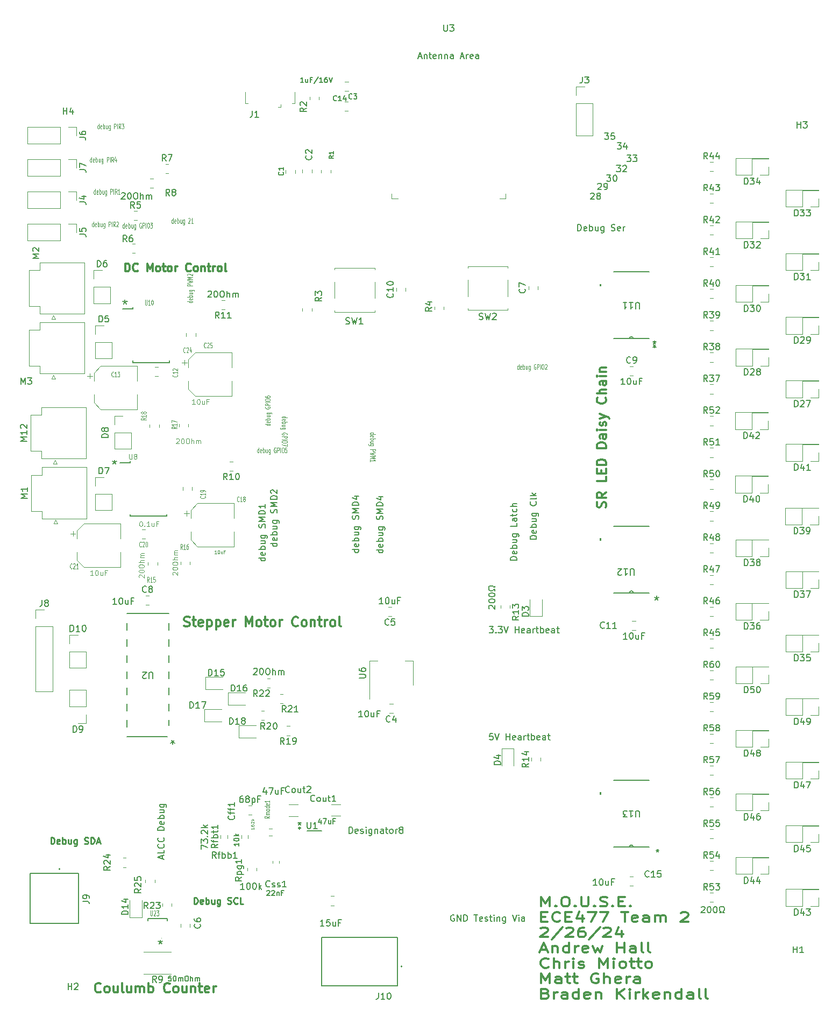
<source format=gbr>
%TF.GenerationSoftware,KiCad,Pcbnew,7.0.10*%
%TF.CreationDate,2024-03-06T16:20:47-05:00*%
%TF.ProjectId,477grp2_pcb,34373767-7270-4325-9f70-63622e6b6963,rev?*%
%TF.SameCoordinates,Original*%
%TF.FileFunction,Legend,Top*%
%TF.FilePolarity,Positive*%
%FSLAX46Y46*%
G04 Gerber Fmt 4.6, Leading zero omitted, Abs format (unit mm)*
G04 Created by KiCad (PCBNEW 7.0.10) date 2024-03-06 16:20:47*
%MOMM*%
%LPD*%
G01*
G04 APERTURE LIST*
%ADD10C,0.150000*%
%ADD11C,0.125000*%
%ADD12C,0.300000*%
%ADD13C,0.250000*%
%ADD14C,0.120000*%
%ADD15C,0.152400*%
%ADD16C,0.127000*%
%ADD17C,0.100000*%
%ADD18C,0.200000*%
G04 APERTURE END LIST*
D10*
X85101217Y-107114254D02*
X84101217Y-107114254D01*
X85053598Y-107114254D02*
X85101217Y-107209492D01*
X85101217Y-107209492D02*
X85101217Y-107399968D01*
X85101217Y-107399968D02*
X85053598Y-107495206D01*
X85053598Y-107495206D02*
X85005978Y-107542825D01*
X85005978Y-107542825D02*
X84910740Y-107590444D01*
X84910740Y-107590444D02*
X84625026Y-107590444D01*
X84625026Y-107590444D02*
X84529788Y-107542825D01*
X84529788Y-107542825D02*
X84482169Y-107495206D01*
X84482169Y-107495206D02*
X84434550Y-107399968D01*
X84434550Y-107399968D02*
X84434550Y-107209492D01*
X84434550Y-107209492D02*
X84482169Y-107114254D01*
X85053598Y-106257111D02*
X85101217Y-106352349D01*
X85101217Y-106352349D02*
X85101217Y-106542825D01*
X85101217Y-106542825D02*
X85053598Y-106638063D01*
X85053598Y-106638063D02*
X84958359Y-106685682D01*
X84958359Y-106685682D02*
X84577407Y-106685682D01*
X84577407Y-106685682D02*
X84482169Y-106638063D01*
X84482169Y-106638063D02*
X84434550Y-106542825D01*
X84434550Y-106542825D02*
X84434550Y-106352349D01*
X84434550Y-106352349D02*
X84482169Y-106257111D01*
X84482169Y-106257111D02*
X84577407Y-106209492D01*
X84577407Y-106209492D02*
X84672645Y-106209492D01*
X84672645Y-106209492D02*
X84767883Y-106685682D01*
X85101217Y-105780920D02*
X84101217Y-105780920D01*
X84482169Y-105780920D02*
X84434550Y-105685682D01*
X84434550Y-105685682D02*
X84434550Y-105495206D01*
X84434550Y-105495206D02*
X84482169Y-105399968D01*
X84482169Y-105399968D02*
X84529788Y-105352349D01*
X84529788Y-105352349D02*
X84625026Y-105304730D01*
X84625026Y-105304730D02*
X84910740Y-105304730D01*
X84910740Y-105304730D02*
X85005978Y-105352349D01*
X85005978Y-105352349D02*
X85053598Y-105399968D01*
X85053598Y-105399968D02*
X85101217Y-105495206D01*
X85101217Y-105495206D02*
X85101217Y-105685682D01*
X85101217Y-105685682D02*
X85053598Y-105780920D01*
X84434550Y-104447587D02*
X85101217Y-104447587D01*
X84434550Y-104876158D02*
X84958359Y-104876158D01*
X84958359Y-104876158D02*
X85053598Y-104828539D01*
X85053598Y-104828539D02*
X85101217Y-104733301D01*
X85101217Y-104733301D02*
X85101217Y-104590444D01*
X85101217Y-104590444D02*
X85053598Y-104495206D01*
X85053598Y-104495206D02*
X85005978Y-104447587D01*
X84434550Y-103542825D02*
X85244074Y-103542825D01*
X85244074Y-103542825D02*
X85339312Y-103590444D01*
X85339312Y-103590444D02*
X85386931Y-103638063D01*
X85386931Y-103638063D02*
X85434550Y-103733301D01*
X85434550Y-103733301D02*
X85434550Y-103876158D01*
X85434550Y-103876158D02*
X85386931Y-103971396D01*
X85053598Y-103542825D02*
X85101217Y-103638063D01*
X85101217Y-103638063D02*
X85101217Y-103828539D01*
X85101217Y-103828539D02*
X85053598Y-103923777D01*
X85053598Y-103923777D02*
X85005978Y-103971396D01*
X85005978Y-103971396D02*
X84910740Y-104019015D01*
X84910740Y-104019015D02*
X84625026Y-104019015D01*
X84625026Y-104019015D02*
X84529788Y-103971396D01*
X84529788Y-103971396D02*
X84482169Y-103923777D01*
X84482169Y-103923777D02*
X84434550Y-103828539D01*
X84434550Y-103828539D02*
X84434550Y-103638063D01*
X84434550Y-103638063D02*
X84482169Y-103542825D01*
X85053598Y-102352348D02*
X85101217Y-102209491D01*
X85101217Y-102209491D02*
X85101217Y-101971396D01*
X85101217Y-101971396D02*
X85053598Y-101876158D01*
X85053598Y-101876158D02*
X85005978Y-101828539D01*
X85005978Y-101828539D02*
X84910740Y-101780920D01*
X84910740Y-101780920D02*
X84815502Y-101780920D01*
X84815502Y-101780920D02*
X84720264Y-101828539D01*
X84720264Y-101828539D02*
X84672645Y-101876158D01*
X84672645Y-101876158D02*
X84625026Y-101971396D01*
X84625026Y-101971396D02*
X84577407Y-102161872D01*
X84577407Y-102161872D02*
X84529788Y-102257110D01*
X84529788Y-102257110D02*
X84482169Y-102304729D01*
X84482169Y-102304729D02*
X84386931Y-102352348D01*
X84386931Y-102352348D02*
X84291693Y-102352348D01*
X84291693Y-102352348D02*
X84196455Y-102304729D01*
X84196455Y-102304729D02*
X84148836Y-102257110D01*
X84148836Y-102257110D02*
X84101217Y-102161872D01*
X84101217Y-102161872D02*
X84101217Y-101923777D01*
X84101217Y-101923777D02*
X84148836Y-101780920D01*
X85101217Y-101352348D02*
X84101217Y-101352348D01*
X84101217Y-101352348D02*
X84815502Y-101019015D01*
X84815502Y-101019015D02*
X84101217Y-100685682D01*
X84101217Y-100685682D02*
X85101217Y-100685682D01*
X85101217Y-100209491D02*
X84101217Y-100209491D01*
X84101217Y-100209491D02*
X84101217Y-99971396D01*
X84101217Y-99971396D02*
X84148836Y-99828539D01*
X84148836Y-99828539D02*
X84244074Y-99733301D01*
X84244074Y-99733301D02*
X84339312Y-99685682D01*
X84339312Y-99685682D02*
X84529788Y-99638063D01*
X84529788Y-99638063D02*
X84672645Y-99638063D01*
X84672645Y-99638063D02*
X84863121Y-99685682D01*
X84863121Y-99685682D02*
X84958359Y-99733301D01*
X84958359Y-99733301D02*
X85053598Y-99828539D01*
X85053598Y-99828539D02*
X85101217Y-99971396D01*
X85101217Y-99971396D02*
X85101217Y-100209491D01*
X84434550Y-98780920D02*
X85101217Y-98780920D01*
X84053598Y-99019015D02*
X84767883Y-99257110D01*
X84767883Y-99257110D02*
X84767883Y-98638063D01*
D11*
X39817406Y-51145882D02*
X39817406Y-50345882D01*
X39817406Y-51107787D02*
X39769787Y-51145882D01*
X39769787Y-51145882D02*
X39674549Y-51145882D01*
X39674549Y-51145882D02*
X39626930Y-51107787D01*
X39626930Y-51107787D02*
X39603120Y-51069691D01*
X39603120Y-51069691D02*
X39579311Y-50993501D01*
X39579311Y-50993501D02*
X39579311Y-50764929D01*
X39579311Y-50764929D02*
X39603120Y-50688739D01*
X39603120Y-50688739D02*
X39626930Y-50650644D01*
X39626930Y-50650644D02*
X39674549Y-50612548D01*
X39674549Y-50612548D02*
X39769787Y-50612548D01*
X39769787Y-50612548D02*
X39817406Y-50650644D01*
X40245977Y-51107787D02*
X40198358Y-51145882D01*
X40198358Y-51145882D02*
X40103120Y-51145882D01*
X40103120Y-51145882D02*
X40055501Y-51107787D01*
X40055501Y-51107787D02*
X40031692Y-51031596D01*
X40031692Y-51031596D02*
X40031692Y-50726834D01*
X40031692Y-50726834D02*
X40055501Y-50650644D01*
X40055501Y-50650644D02*
X40103120Y-50612548D01*
X40103120Y-50612548D02*
X40198358Y-50612548D01*
X40198358Y-50612548D02*
X40245977Y-50650644D01*
X40245977Y-50650644D02*
X40269787Y-50726834D01*
X40269787Y-50726834D02*
X40269787Y-50803025D01*
X40269787Y-50803025D02*
X40031692Y-50879215D01*
X40484072Y-51145882D02*
X40484072Y-50345882D01*
X40484072Y-50650644D02*
X40531691Y-50612548D01*
X40531691Y-50612548D02*
X40626929Y-50612548D01*
X40626929Y-50612548D02*
X40674548Y-50650644D01*
X40674548Y-50650644D02*
X40698358Y-50688739D01*
X40698358Y-50688739D02*
X40722167Y-50764929D01*
X40722167Y-50764929D02*
X40722167Y-50993501D01*
X40722167Y-50993501D02*
X40698358Y-51069691D01*
X40698358Y-51069691D02*
X40674548Y-51107787D01*
X40674548Y-51107787D02*
X40626929Y-51145882D01*
X40626929Y-51145882D02*
X40531691Y-51145882D01*
X40531691Y-51145882D02*
X40484072Y-51107787D01*
X41150739Y-50612548D02*
X41150739Y-51145882D01*
X40936453Y-50612548D02*
X40936453Y-51031596D01*
X40936453Y-51031596D02*
X40960263Y-51107787D01*
X40960263Y-51107787D02*
X41007882Y-51145882D01*
X41007882Y-51145882D02*
X41079310Y-51145882D01*
X41079310Y-51145882D02*
X41126929Y-51107787D01*
X41126929Y-51107787D02*
X41150739Y-51069691D01*
X41603120Y-50612548D02*
X41603120Y-51260167D01*
X41603120Y-51260167D02*
X41579310Y-51336358D01*
X41579310Y-51336358D02*
X41555501Y-51374453D01*
X41555501Y-51374453D02*
X41507882Y-51412548D01*
X41507882Y-51412548D02*
X41436453Y-51412548D01*
X41436453Y-51412548D02*
X41388834Y-51374453D01*
X41603120Y-51107787D02*
X41555501Y-51145882D01*
X41555501Y-51145882D02*
X41460263Y-51145882D01*
X41460263Y-51145882D02*
X41412644Y-51107787D01*
X41412644Y-51107787D02*
X41388834Y-51069691D01*
X41388834Y-51069691D02*
X41365025Y-50993501D01*
X41365025Y-50993501D02*
X41365025Y-50764929D01*
X41365025Y-50764929D02*
X41388834Y-50688739D01*
X41388834Y-50688739D02*
X41412644Y-50650644D01*
X41412644Y-50650644D02*
X41460263Y-50612548D01*
X41460263Y-50612548D02*
X41555501Y-50612548D01*
X41555501Y-50612548D02*
X41603120Y-50650644D01*
X42222167Y-51145882D02*
X42222167Y-50345882D01*
X42222167Y-50345882D02*
X42412643Y-50345882D01*
X42412643Y-50345882D02*
X42460262Y-50383977D01*
X42460262Y-50383977D02*
X42484072Y-50422072D01*
X42484072Y-50422072D02*
X42507881Y-50498263D01*
X42507881Y-50498263D02*
X42507881Y-50612548D01*
X42507881Y-50612548D02*
X42484072Y-50688739D01*
X42484072Y-50688739D02*
X42460262Y-50726834D01*
X42460262Y-50726834D02*
X42412643Y-50764929D01*
X42412643Y-50764929D02*
X42222167Y-50764929D01*
X42722167Y-51145882D02*
X42722167Y-50345882D01*
X43245976Y-51145882D02*
X43079310Y-50764929D01*
X42960262Y-51145882D02*
X42960262Y-50345882D01*
X42960262Y-50345882D02*
X43150738Y-50345882D01*
X43150738Y-50345882D02*
X43198357Y-50383977D01*
X43198357Y-50383977D02*
X43222167Y-50422072D01*
X43222167Y-50422072D02*
X43245976Y-50498263D01*
X43245976Y-50498263D02*
X43245976Y-50612548D01*
X43245976Y-50612548D02*
X43222167Y-50688739D01*
X43222167Y-50688739D02*
X43198357Y-50726834D01*
X43198357Y-50726834D02*
X43150738Y-50764929D01*
X43150738Y-50764929D02*
X42960262Y-50764929D01*
X43722167Y-51145882D02*
X43436453Y-51145882D01*
X43579310Y-51145882D02*
X43579310Y-50345882D01*
X43579310Y-50345882D02*
X43531691Y-50460167D01*
X43531691Y-50460167D02*
X43484072Y-50536358D01*
X43484072Y-50536358D02*
X43436453Y-50574453D01*
D12*
X120198607Y-100463456D02*
X120270035Y-100249171D01*
X120270035Y-100249171D02*
X120270035Y-99892028D01*
X120270035Y-99892028D02*
X120198607Y-99749171D01*
X120198607Y-99749171D02*
X120127178Y-99677742D01*
X120127178Y-99677742D02*
X119984321Y-99606313D01*
X119984321Y-99606313D02*
X119841464Y-99606313D01*
X119841464Y-99606313D02*
X119698607Y-99677742D01*
X119698607Y-99677742D02*
X119627178Y-99749171D01*
X119627178Y-99749171D02*
X119555749Y-99892028D01*
X119555749Y-99892028D02*
X119484321Y-100177742D01*
X119484321Y-100177742D02*
X119412892Y-100320599D01*
X119412892Y-100320599D02*
X119341464Y-100392028D01*
X119341464Y-100392028D02*
X119198607Y-100463456D01*
X119198607Y-100463456D02*
X119055749Y-100463456D01*
X119055749Y-100463456D02*
X118912892Y-100392028D01*
X118912892Y-100392028D02*
X118841464Y-100320599D01*
X118841464Y-100320599D02*
X118770035Y-100177742D01*
X118770035Y-100177742D02*
X118770035Y-99820599D01*
X118770035Y-99820599D02*
X118841464Y-99606313D01*
X120270035Y-98106314D02*
X119555749Y-98606314D01*
X120270035Y-98963457D02*
X118770035Y-98963457D01*
X118770035Y-98963457D02*
X118770035Y-98392028D01*
X118770035Y-98392028D02*
X118841464Y-98249171D01*
X118841464Y-98249171D02*
X118912892Y-98177742D01*
X118912892Y-98177742D02*
X119055749Y-98106314D01*
X119055749Y-98106314D02*
X119270035Y-98106314D01*
X119270035Y-98106314D02*
X119412892Y-98177742D01*
X119412892Y-98177742D02*
X119484321Y-98249171D01*
X119484321Y-98249171D02*
X119555749Y-98392028D01*
X119555749Y-98392028D02*
X119555749Y-98963457D01*
X120270035Y-95606314D02*
X120270035Y-96320600D01*
X120270035Y-96320600D02*
X118770035Y-96320600D01*
X119484321Y-95106314D02*
X119484321Y-94606314D01*
X120270035Y-94392028D02*
X120270035Y-95106314D01*
X120270035Y-95106314D02*
X118770035Y-95106314D01*
X118770035Y-95106314D02*
X118770035Y-94392028D01*
X120270035Y-93749171D02*
X118770035Y-93749171D01*
X118770035Y-93749171D02*
X118770035Y-93392028D01*
X118770035Y-93392028D02*
X118841464Y-93177742D01*
X118841464Y-93177742D02*
X118984321Y-93034885D01*
X118984321Y-93034885D02*
X119127178Y-92963456D01*
X119127178Y-92963456D02*
X119412892Y-92892028D01*
X119412892Y-92892028D02*
X119627178Y-92892028D01*
X119627178Y-92892028D02*
X119912892Y-92963456D01*
X119912892Y-92963456D02*
X120055749Y-93034885D01*
X120055749Y-93034885D02*
X120198607Y-93177742D01*
X120198607Y-93177742D02*
X120270035Y-93392028D01*
X120270035Y-93392028D02*
X120270035Y-93749171D01*
X120270035Y-91106314D02*
X118770035Y-91106314D01*
X118770035Y-91106314D02*
X118770035Y-90749171D01*
X118770035Y-90749171D02*
X118841464Y-90534885D01*
X118841464Y-90534885D02*
X118984321Y-90392028D01*
X118984321Y-90392028D02*
X119127178Y-90320599D01*
X119127178Y-90320599D02*
X119412892Y-90249171D01*
X119412892Y-90249171D02*
X119627178Y-90249171D01*
X119627178Y-90249171D02*
X119912892Y-90320599D01*
X119912892Y-90320599D02*
X120055749Y-90392028D01*
X120055749Y-90392028D02*
X120198607Y-90534885D01*
X120198607Y-90534885D02*
X120270035Y-90749171D01*
X120270035Y-90749171D02*
X120270035Y-91106314D01*
X120270035Y-88963457D02*
X119484321Y-88963457D01*
X119484321Y-88963457D02*
X119341464Y-89034885D01*
X119341464Y-89034885D02*
X119270035Y-89177742D01*
X119270035Y-89177742D02*
X119270035Y-89463457D01*
X119270035Y-89463457D02*
X119341464Y-89606314D01*
X120198607Y-88963457D02*
X120270035Y-89106314D01*
X120270035Y-89106314D02*
X120270035Y-89463457D01*
X120270035Y-89463457D02*
X120198607Y-89606314D01*
X120198607Y-89606314D02*
X120055749Y-89677742D01*
X120055749Y-89677742D02*
X119912892Y-89677742D01*
X119912892Y-89677742D02*
X119770035Y-89606314D01*
X119770035Y-89606314D02*
X119698607Y-89463457D01*
X119698607Y-89463457D02*
X119698607Y-89106314D01*
X119698607Y-89106314D02*
X119627178Y-88963457D01*
X120270035Y-88249171D02*
X119270035Y-88249171D01*
X118770035Y-88249171D02*
X118841464Y-88320599D01*
X118841464Y-88320599D02*
X118912892Y-88249171D01*
X118912892Y-88249171D02*
X118841464Y-88177742D01*
X118841464Y-88177742D02*
X118770035Y-88249171D01*
X118770035Y-88249171D02*
X118912892Y-88249171D01*
X120198607Y-87606313D02*
X120270035Y-87463456D01*
X120270035Y-87463456D02*
X120270035Y-87177742D01*
X120270035Y-87177742D02*
X120198607Y-87034885D01*
X120198607Y-87034885D02*
X120055749Y-86963456D01*
X120055749Y-86963456D02*
X119984321Y-86963456D01*
X119984321Y-86963456D02*
X119841464Y-87034885D01*
X119841464Y-87034885D02*
X119770035Y-87177742D01*
X119770035Y-87177742D02*
X119770035Y-87392028D01*
X119770035Y-87392028D02*
X119698607Y-87534885D01*
X119698607Y-87534885D02*
X119555749Y-87606313D01*
X119555749Y-87606313D02*
X119484321Y-87606313D01*
X119484321Y-87606313D02*
X119341464Y-87534885D01*
X119341464Y-87534885D02*
X119270035Y-87392028D01*
X119270035Y-87392028D02*
X119270035Y-87177742D01*
X119270035Y-87177742D02*
X119341464Y-87034885D01*
X119270035Y-86463456D02*
X120270035Y-86106313D01*
X119270035Y-85749170D02*
X120270035Y-86106313D01*
X120270035Y-86106313D02*
X120627178Y-86249170D01*
X120627178Y-86249170D02*
X120698607Y-86320599D01*
X120698607Y-86320599D02*
X120770035Y-86463456D01*
X120127178Y-83177742D02*
X120198607Y-83249170D01*
X120198607Y-83249170D02*
X120270035Y-83463456D01*
X120270035Y-83463456D02*
X120270035Y-83606313D01*
X120270035Y-83606313D02*
X120198607Y-83820599D01*
X120198607Y-83820599D02*
X120055749Y-83963456D01*
X120055749Y-83963456D02*
X119912892Y-84034885D01*
X119912892Y-84034885D02*
X119627178Y-84106313D01*
X119627178Y-84106313D02*
X119412892Y-84106313D01*
X119412892Y-84106313D02*
X119127178Y-84034885D01*
X119127178Y-84034885D02*
X118984321Y-83963456D01*
X118984321Y-83963456D02*
X118841464Y-83820599D01*
X118841464Y-83820599D02*
X118770035Y-83606313D01*
X118770035Y-83606313D02*
X118770035Y-83463456D01*
X118770035Y-83463456D02*
X118841464Y-83249170D01*
X118841464Y-83249170D02*
X118912892Y-83177742D01*
X120270035Y-82534885D02*
X118770035Y-82534885D01*
X120270035Y-81892028D02*
X119484321Y-81892028D01*
X119484321Y-81892028D02*
X119341464Y-81963456D01*
X119341464Y-81963456D02*
X119270035Y-82106313D01*
X119270035Y-82106313D02*
X119270035Y-82320599D01*
X119270035Y-82320599D02*
X119341464Y-82463456D01*
X119341464Y-82463456D02*
X119412892Y-82534885D01*
X120270035Y-80534885D02*
X119484321Y-80534885D01*
X119484321Y-80534885D02*
X119341464Y-80606313D01*
X119341464Y-80606313D02*
X119270035Y-80749170D01*
X119270035Y-80749170D02*
X119270035Y-81034885D01*
X119270035Y-81034885D02*
X119341464Y-81177742D01*
X120198607Y-80534885D02*
X120270035Y-80677742D01*
X120270035Y-80677742D02*
X120270035Y-81034885D01*
X120270035Y-81034885D02*
X120198607Y-81177742D01*
X120198607Y-81177742D02*
X120055749Y-81249170D01*
X120055749Y-81249170D02*
X119912892Y-81249170D01*
X119912892Y-81249170D02*
X119770035Y-81177742D01*
X119770035Y-81177742D02*
X119698607Y-81034885D01*
X119698607Y-81034885D02*
X119698607Y-80677742D01*
X119698607Y-80677742D02*
X119627178Y-80534885D01*
X120270035Y-79820599D02*
X119270035Y-79820599D01*
X118770035Y-79820599D02*
X118841464Y-79892027D01*
X118841464Y-79892027D02*
X118912892Y-79820599D01*
X118912892Y-79820599D02*
X118841464Y-79749170D01*
X118841464Y-79749170D02*
X118770035Y-79820599D01*
X118770035Y-79820599D02*
X118912892Y-79820599D01*
X119270035Y-79106313D02*
X120270035Y-79106313D01*
X119412892Y-79106313D02*
X119341464Y-79034884D01*
X119341464Y-79034884D02*
X119270035Y-78892027D01*
X119270035Y-78892027D02*
X119270035Y-78677741D01*
X119270035Y-78677741D02*
X119341464Y-78534884D01*
X119341464Y-78534884D02*
X119484321Y-78463456D01*
X119484321Y-78463456D02*
X120270035Y-78463456D01*
D13*
X32831633Y-153383985D02*
X32831633Y-152383985D01*
X32831633Y-152383985D02*
X33069728Y-152383985D01*
X33069728Y-152383985D02*
X33212585Y-152431604D01*
X33212585Y-152431604D02*
X33307823Y-152526842D01*
X33307823Y-152526842D02*
X33355442Y-152622080D01*
X33355442Y-152622080D02*
X33403061Y-152812556D01*
X33403061Y-152812556D02*
X33403061Y-152955413D01*
X33403061Y-152955413D02*
X33355442Y-153145889D01*
X33355442Y-153145889D02*
X33307823Y-153241127D01*
X33307823Y-153241127D02*
X33212585Y-153336366D01*
X33212585Y-153336366D02*
X33069728Y-153383985D01*
X33069728Y-153383985D02*
X32831633Y-153383985D01*
X34212585Y-153336366D02*
X34117347Y-153383985D01*
X34117347Y-153383985D02*
X33926871Y-153383985D01*
X33926871Y-153383985D02*
X33831633Y-153336366D01*
X33831633Y-153336366D02*
X33784014Y-153241127D01*
X33784014Y-153241127D02*
X33784014Y-152860175D01*
X33784014Y-152860175D02*
X33831633Y-152764937D01*
X33831633Y-152764937D02*
X33926871Y-152717318D01*
X33926871Y-152717318D02*
X34117347Y-152717318D01*
X34117347Y-152717318D02*
X34212585Y-152764937D01*
X34212585Y-152764937D02*
X34260204Y-152860175D01*
X34260204Y-152860175D02*
X34260204Y-152955413D01*
X34260204Y-152955413D02*
X33784014Y-153050651D01*
X34688776Y-153383985D02*
X34688776Y-152383985D01*
X34688776Y-152764937D02*
X34784014Y-152717318D01*
X34784014Y-152717318D02*
X34974490Y-152717318D01*
X34974490Y-152717318D02*
X35069728Y-152764937D01*
X35069728Y-152764937D02*
X35117347Y-152812556D01*
X35117347Y-152812556D02*
X35164966Y-152907794D01*
X35164966Y-152907794D02*
X35164966Y-153193508D01*
X35164966Y-153193508D02*
X35117347Y-153288746D01*
X35117347Y-153288746D02*
X35069728Y-153336366D01*
X35069728Y-153336366D02*
X34974490Y-153383985D01*
X34974490Y-153383985D02*
X34784014Y-153383985D01*
X34784014Y-153383985D02*
X34688776Y-153336366D01*
X36022109Y-152717318D02*
X36022109Y-153383985D01*
X35593538Y-152717318D02*
X35593538Y-153241127D01*
X35593538Y-153241127D02*
X35641157Y-153336366D01*
X35641157Y-153336366D02*
X35736395Y-153383985D01*
X35736395Y-153383985D02*
X35879252Y-153383985D01*
X35879252Y-153383985D02*
X35974490Y-153336366D01*
X35974490Y-153336366D02*
X36022109Y-153288746D01*
X36926871Y-152717318D02*
X36926871Y-153526842D01*
X36926871Y-153526842D02*
X36879252Y-153622080D01*
X36879252Y-153622080D02*
X36831633Y-153669699D01*
X36831633Y-153669699D02*
X36736395Y-153717318D01*
X36736395Y-153717318D02*
X36593538Y-153717318D01*
X36593538Y-153717318D02*
X36498300Y-153669699D01*
X36926871Y-153336366D02*
X36831633Y-153383985D01*
X36831633Y-153383985D02*
X36641157Y-153383985D01*
X36641157Y-153383985D02*
X36545919Y-153336366D01*
X36545919Y-153336366D02*
X36498300Y-153288746D01*
X36498300Y-153288746D02*
X36450681Y-153193508D01*
X36450681Y-153193508D02*
X36450681Y-152907794D01*
X36450681Y-152907794D02*
X36498300Y-152812556D01*
X36498300Y-152812556D02*
X36545919Y-152764937D01*
X36545919Y-152764937D02*
X36641157Y-152717318D01*
X36641157Y-152717318D02*
X36831633Y-152717318D01*
X36831633Y-152717318D02*
X36926871Y-152764937D01*
X38117348Y-153336366D02*
X38260205Y-153383985D01*
X38260205Y-153383985D02*
X38498300Y-153383985D01*
X38498300Y-153383985D02*
X38593538Y-153336366D01*
X38593538Y-153336366D02*
X38641157Y-153288746D01*
X38641157Y-153288746D02*
X38688776Y-153193508D01*
X38688776Y-153193508D02*
X38688776Y-153098270D01*
X38688776Y-153098270D02*
X38641157Y-153003032D01*
X38641157Y-153003032D02*
X38593538Y-152955413D01*
X38593538Y-152955413D02*
X38498300Y-152907794D01*
X38498300Y-152907794D02*
X38307824Y-152860175D01*
X38307824Y-152860175D02*
X38212586Y-152812556D01*
X38212586Y-152812556D02*
X38164967Y-152764937D01*
X38164967Y-152764937D02*
X38117348Y-152669699D01*
X38117348Y-152669699D02*
X38117348Y-152574461D01*
X38117348Y-152574461D02*
X38164967Y-152479223D01*
X38164967Y-152479223D02*
X38212586Y-152431604D01*
X38212586Y-152431604D02*
X38307824Y-152383985D01*
X38307824Y-152383985D02*
X38545919Y-152383985D01*
X38545919Y-152383985D02*
X38688776Y-152431604D01*
X39117348Y-153383985D02*
X39117348Y-152383985D01*
X39117348Y-152383985D02*
X39355443Y-152383985D01*
X39355443Y-152383985D02*
X39498300Y-152431604D01*
X39498300Y-152431604D02*
X39593538Y-152526842D01*
X39593538Y-152526842D02*
X39641157Y-152622080D01*
X39641157Y-152622080D02*
X39688776Y-152812556D01*
X39688776Y-152812556D02*
X39688776Y-152955413D01*
X39688776Y-152955413D02*
X39641157Y-153145889D01*
X39641157Y-153145889D02*
X39593538Y-153241127D01*
X39593538Y-153241127D02*
X39498300Y-153336366D01*
X39498300Y-153336366D02*
X39355443Y-153383985D01*
X39355443Y-153383985D02*
X39117348Y-153383985D01*
X40069729Y-153098270D02*
X40545919Y-153098270D01*
X39974491Y-153383985D02*
X40307824Y-152383985D01*
X40307824Y-152383985D02*
X40641157Y-153383985D01*
D10*
X128196695Y-114364188D02*
X128196695Y-114721331D01*
X127839552Y-114578474D02*
X128196695Y-114721331D01*
X128196695Y-114721331D02*
X128553838Y-114578474D01*
X127982409Y-115007045D02*
X128196695Y-114721331D01*
X128196695Y-114721331D02*
X128410981Y-115007045D01*
X44506543Y-67780876D02*
X44506543Y-68138019D01*
X44149400Y-67995162D02*
X44506543Y-68138019D01*
X44506543Y-68138019D02*
X44863686Y-67995162D01*
X44292257Y-68423733D02*
X44506543Y-68138019D01*
X44506543Y-68138019D02*
X44720829Y-68423733D01*
X123512717Y-45020266D02*
X124131764Y-45020266D01*
X124131764Y-45020266D02*
X123798431Y-45401218D01*
X123798431Y-45401218D02*
X123941288Y-45401218D01*
X123941288Y-45401218D02*
X124036526Y-45448837D01*
X124036526Y-45448837D02*
X124084145Y-45496456D01*
X124084145Y-45496456D02*
X124131764Y-45591694D01*
X124131764Y-45591694D02*
X124131764Y-45829789D01*
X124131764Y-45829789D02*
X124084145Y-45925027D01*
X124084145Y-45925027D02*
X124036526Y-45972647D01*
X124036526Y-45972647D02*
X123941288Y-46020266D01*
X123941288Y-46020266D02*
X123655574Y-46020266D01*
X123655574Y-46020266D02*
X123560336Y-45972647D01*
X123560336Y-45972647D02*
X123512717Y-45925027D01*
X124465098Y-45020266D02*
X125084145Y-45020266D01*
X125084145Y-45020266D02*
X124750812Y-45401218D01*
X124750812Y-45401218D02*
X124893669Y-45401218D01*
X124893669Y-45401218D02*
X124988907Y-45448837D01*
X124988907Y-45448837D02*
X125036526Y-45496456D01*
X125036526Y-45496456D02*
X125084145Y-45591694D01*
X125084145Y-45591694D02*
X125084145Y-45829789D01*
X125084145Y-45829789D02*
X125036526Y-45925027D01*
X125036526Y-45925027D02*
X124988907Y-45972647D01*
X124988907Y-45972647D02*
X124893669Y-46020266D01*
X124893669Y-46020266D02*
X124607955Y-46020266D01*
X124607955Y-46020266D02*
X124512717Y-45972647D01*
X124512717Y-45972647D02*
X124465098Y-45925027D01*
X50077385Y-168487599D02*
X50077385Y-168844742D01*
X49720242Y-168701885D02*
X50077385Y-168844742D01*
X50077385Y-168844742D02*
X50434528Y-168701885D01*
X49863099Y-169130456D02*
X50077385Y-168844742D01*
X50077385Y-168844742D02*
X50291671Y-169130456D01*
D11*
X69209616Y-86342403D02*
X70009616Y-86342403D01*
X69247712Y-86342403D02*
X69209616Y-86294784D01*
X69209616Y-86294784D02*
X69209616Y-86199546D01*
X69209616Y-86199546D02*
X69247712Y-86151927D01*
X69247712Y-86151927D02*
X69285807Y-86128117D01*
X69285807Y-86128117D02*
X69361997Y-86104308D01*
X69361997Y-86104308D02*
X69590569Y-86104308D01*
X69590569Y-86104308D02*
X69666759Y-86128117D01*
X69666759Y-86128117D02*
X69704854Y-86151927D01*
X69704854Y-86151927D02*
X69742950Y-86199546D01*
X69742950Y-86199546D02*
X69742950Y-86294784D01*
X69742950Y-86294784D02*
X69704854Y-86342403D01*
X69247712Y-86770974D02*
X69209616Y-86723355D01*
X69209616Y-86723355D02*
X69209616Y-86628117D01*
X69209616Y-86628117D02*
X69247712Y-86580498D01*
X69247712Y-86580498D02*
X69323902Y-86556689D01*
X69323902Y-86556689D02*
X69628664Y-86556689D01*
X69628664Y-86556689D02*
X69704854Y-86580498D01*
X69704854Y-86580498D02*
X69742950Y-86628117D01*
X69742950Y-86628117D02*
X69742950Y-86723355D01*
X69742950Y-86723355D02*
X69704854Y-86770974D01*
X69704854Y-86770974D02*
X69628664Y-86794784D01*
X69628664Y-86794784D02*
X69552473Y-86794784D01*
X69552473Y-86794784D02*
X69476283Y-86556689D01*
X69209616Y-87009069D02*
X70009616Y-87009069D01*
X69704854Y-87009069D02*
X69742950Y-87056688D01*
X69742950Y-87056688D02*
X69742950Y-87151926D01*
X69742950Y-87151926D02*
X69704854Y-87199545D01*
X69704854Y-87199545D02*
X69666759Y-87223355D01*
X69666759Y-87223355D02*
X69590569Y-87247164D01*
X69590569Y-87247164D02*
X69361997Y-87247164D01*
X69361997Y-87247164D02*
X69285807Y-87223355D01*
X69285807Y-87223355D02*
X69247712Y-87199545D01*
X69247712Y-87199545D02*
X69209616Y-87151926D01*
X69209616Y-87151926D02*
X69209616Y-87056688D01*
X69209616Y-87056688D02*
X69247712Y-87009069D01*
X69742950Y-87675736D02*
X69209616Y-87675736D01*
X69742950Y-87461450D02*
X69323902Y-87461450D01*
X69323902Y-87461450D02*
X69247712Y-87485260D01*
X69247712Y-87485260D02*
X69209616Y-87532879D01*
X69209616Y-87532879D02*
X69209616Y-87604307D01*
X69209616Y-87604307D02*
X69247712Y-87651926D01*
X69247712Y-87651926D02*
X69285807Y-87675736D01*
X69742950Y-88128117D02*
X69095331Y-88128117D01*
X69095331Y-88128117D02*
X69019140Y-88104307D01*
X69019140Y-88104307D02*
X68981045Y-88080498D01*
X68981045Y-88080498D02*
X68942950Y-88032879D01*
X68942950Y-88032879D02*
X68942950Y-87961450D01*
X68942950Y-87961450D02*
X68981045Y-87913831D01*
X69247712Y-88128117D02*
X69209616Y-88080498D01*
X69209616Y-88080498D02*
X69209616Y-87985260D01*
X69209616Y-87985260D02*
X69247712Y-87937641D01*
X69247712Y-87937641D02*
X69285807Y-87913831D01*
X69285807Y-87913831D02*
X69361997Y-87890022D01*
X69361997Y-87890022D02*
X69590569Y-87890022D01*
X69590569Y-87890022D02*
X69666759Y-87913831D01*
X69666759Y-87913831D02*
X69704854Y-87937641D01*
X69704854Y-87937641D02*
X69742950Y-87985260D01*
X69742950Y-87985260D02*
X69742950Y-88080498D01*
X69742950Y-88080498D02*
X69704854Y-88128117D01*
X69971521Y-89009069D02*
X70009616Y-88961450D01*
X70009616Y-88961450D02*
X70009616Y-88890021D01*
X70009616Y-88890021D02*
X69971521Y-88818593D01*
X69971521Y-88818593D02*
X69895331Y-88770974D01*
X69895331Y-88770974D02*
X69819140Y-88747164D01*
X69819140Y-88747164D02*
X69666759Y-88723355D01*
X69666759Y-88723355D02*
X69552473Y-88723355D01*
X69552473Y-88723355D02*
X69400092Y-88747164D01*
X69400092Y-88747164D02*
X69323902Y-88770974D01*
X69323902Y-88770974D02*
X69247712Y-88818593D01*
X69247712Y-88818593D02*
X69209616Y-88890021D01*
X69209616Y-88890021D02*
X69209616Y-88937640D01*
X69209616Y-88937640D02*
X69247712Y-89009069D01*
X69247712Y-89009069D02*
X69285807Y-89032878D01*
X69285807Y-89032878D02*
X69552473Y-89032878D01*
X69552473Y-89032878D02*
X69552473Y-88937640D01*
X69209616Y-89247164D02*
X70009616Y-89247164D01*
X70009616Y-89247164D02*
X70009616Y-89437640D01*
X70009616Y-89437640D02*
X69971521Y-89485259D01*
X69971521Y-89485259D02*
X69933426Y-89509069D01*
X69933426Y-89509069D02*
X69857235Y-89532878D01*
X69857235Y-89532878D02*
X69742950Y-89532878D01*
X69742950Y-89532878D02*
X69666759Y-89509069D01*
X69666759Y-89509069D02*
X69628664Y-89485259D01*
X69628664Y-89485259D02*
X69590569Y-89437640D01*
X69590569Y-89437640D02*
X69590569Y-89247164D01*
X69209616Y-89747164D02*
X70009616Y-89747164D01*
X70009616Y-90080497D02*
X70009616Y-90175735D01*
X70009616Y-90175735D02*
X69971521Y-90223354D01*
X69971521Y-90223354D02*
X69895331Y-90270973D01*
X69895331Y-90270973D02*
X69742950Y-90294783D01*
X69742950Y-90294783D02*
X69476283Y-90294783D01*
X69476283Y-90294783D02*
X69323902Y-90270973D01*
X69323902Y-90270973D02*
X69247712Y-90223354D01*
X69247712Y-90223354D02*
X69209616Y-90175735D01*
X69209616Y-90175735D02*
X69209616Y-90080497D01*
X69209616Y-90080497D02*
X69247712Y-90032878D01*
X69247712Y-90032878D02*
X69323902Y-89985259D01*
X69323902Y-89985259D02*
X69476283Y-89961450D01*
X69476283Y-89961450D02*
X69742950Y-89961450D01*
X69742950Y-89961450D02*
X69895331Y-89985259D01*
X69895331Y-89985259D02*
X69971521Y-90032878D01*
X69971521Y-90032878D02*
X70009616Y-90080497D01*
X70009616Y-90461450D02*
X70009616Y-90794783D01*
X70009616Y-90794783D02*
X69209616Y-90580498D01*
D10*
X71978111Y-149949102D02*
X71978111Y-150187197D01*
X71740016Y-150091959D02*
X71978111Y-150187197D01*
X71978111Y-150187197D02*
X72216206Y-150091959D01*
X71835254Y-150377673D02*
X71978111Y-150187197D01*
X71978111Y-150187197D02*
X72120968Y-150377673D01*
D11*
X65567215Y-91820781D02*
X65567215Y-91020781D01*
X65567215Y-91782686D02*
X65519596Y-91820781D01*
X65519596Y-91820781D02*
X65424358Y-91820781D01*
X65424358Y-91820781D02*
X65376739Y-91782686D01*
X65376739Y-91782686D02*
X65352929Y-91744590D01*
X65352929Y-91744590D02*
X65329120Y-91668400D01*
X65329120Y-91668400D02*
X65329120Y-91439828D01*
X65329120Y-91439828D02*
X65352929Y-91363638D01*
X65352929Y-91363638D02*
X65376739Y-91325543D01*
X65376739Y-91325543D02*
X65424358Y-91287447D01*
X65424358Y-91287447D02*
X65519596Y-91287447D01*
X65519596Y-91287447D02*
X65567215Y-91325543D01*
X65995786Y-91782686D02*
X65948167Y-91820781D01*
X65948167Y-91820781D02*
X65852929Y-91820781D01*
X65852929Y-91820781D02*
X65805310Y-91782686D01*
X65805310Y-91782686D02*
X65781501Y-91706495D01*
X65781501Y-91706495D02*
X65781501Y-91401733D01*
X65781501Y-91401733D02*
X65805310Y-91325543D01*
X65805310Y-91325543D02*
X65852929Y-91287447D01*
X65852929Y-91287447D02*
X65948167Y-91287447D01*
X65948167Y-91287447D02*
X65995786Y-91325543D01*
X65995786Y-91325543D02*
X66019596Y-91401733D01*
X66019596Y-91401733D02*
X66019596Y-91477924D01*
X66019596Y-91477924D02*
X65781501Y-91554114D01*
X66233881Y-91820781D02*
X66233881Y-91020781D01*
X66233881Y-91325543D02*
X66281500Y-91287447D01*
X66281500Y-91287447D02*
X66376738Y-91287447D01*
X66376738Y-91287447D02*
X66424357Y-91325543D01*
X66424357Y-91325543D02*
X66448167Y-91363638D01*
X66448167Y-91363638D02*
X66471976Y-91439828D01*
X66471976Y-91439828D02*
X66471976Y-91668400D01*
X66471976Y-91668400D02*
X66448167Y-91744590D01*
X66448167Y-91744590D02*
X66424357Y-91782686D01*
X66424357Y-91782686D02*
X66376738Y-91820781D01*
X66376738Y-91820781D02*
X66281500Y-91820781D01*
X66281500Y-91820781D02*
X66233881Y-91782686D01*
X66900548Y-91287447D02*
X66900548Y-91820781D01*
X66686262Y-91287447D02*
X66686262Y-91706495D01*
X66686262Y-91706495D02*
X66710072Y-91782686D01*
X66710072Y-91782686D02*
X66757691Y-91820781D01*
X66757691Y-91820781D02*
X66829119Y-91820781D01*
X66829119Y-91820781D02*
X66876738Y-91782686D01*
X66876738Y-91782686D02*
X66900548Y-91744590D01*
X67352929Y-91287447D02*
X67352929Y-91935066D01*
X67352929Y-91935066D02*
X67329119Y-92011257D01*
X67329119Y-92011257D02*
X67305310Y-92049352D01*
X67305310Y-92049352D02*
X67257691Y-92087447D01*
X67257691Y-92087447D02*
X67186262Y-92087447D01*
X67186262Y-92087447D02*
X67138643Y-92049352D01*
X67352929Y-91782686D02*
X67305310Y-91820781D01*
X67305310Y-91820781D02*
X67210072Y-91820781D01*
X67210072Y-91820781D02*
X67162453Y-91782686D01*
X67162453Y-91782686D02*
X67138643Y-91744590D01*
X67138643Y-91744590D02*
X67114834Y-91668400D01*
X67114834Y-91668400D02*
X67114834Y-91439828D01*
X67114834Y-91439828D02*
X67138643Y-91363638D01*
X67138643Y-91363638D02*
X67162453Y-91325543D01*
X67162453Y-91325543D02*
X67210072Y-91287447D01*
X67210072Y-91287447D02*
X67305310Y-91287447D01*
X67305310Y-91287447D02*
X67352929Y-91325543D01*
X68233881Y-91058876D02*
X68186262Y-91020781D01*
X68186262Y-91020781D02*
X68114833Y-91020781D01*
X68114833Y-91020781D02*
X68043405Y-91058876D01*
X68043405Y-91058876D02*
X67995786Y-91135066D01*
X67995786Y-91135066D02*
X67971976Y-91211257D01*
X67971976Y-91211257D02*
X67948167Y-91363638D01*
X67948167Y-91363638D02*
X67948167Y-91477924D01*
X67948167Y-91477924D02*
X67971976Y-91630305D01*
X67971976Y-91630305D02*
X67995786Y-91706495D01*
X67995786Y-91706495D02*
X68043405Y-91782686D01*
X68043405Y-91782686D02*
X68114833Y-91820781D01*
X68114833Y-91820781D02*
X68162452Y-91820781D01*
X68162452Y-91820781D02*
X68233881Y-91782686D01*
X68233881Y-91782686D02*
X68257690Y-91744590D01*
X68257690Y-91744590D02*
X68257690Y-91477924D01*
X68257690Y-91477924D02*
X68162452Y-91477924D01*
X68471976Y-91820781D02*
X68471976Y-91020781D01*
X68471976Y-91020781D02*
X68662452Y-91020781D01*
X68662452Y-91020781D02*
X68710071Y-91058876D01*
X68710071Y-91058876D02*
X68733881Y-91096971D01*
X68733881Y-91096971D02*
X68757690Y-91173162D01*
X68757690Y-91173162D02*
X68757690Y-91287447D01*
X68757690Y-91287447D02*
X68733881Y-91363638D01*
X68733881Y-91363638D02*
X68710071Y-91401733D01*
X68710071Y-91401733D02*
X68662452Y-91439828D01*
X68662452Y-91439828D02*
X68471976Y-91439828D01*
X68971976Y-91820781D02*
X68971976Y-91020781D01*
X69305309Y-91020781D02*
X69400547Y-91020781D01*
X69400547Y-91020781D02*
X69448166Y-91058876D01*
X69448166Y-91058876D02*
X69495785Y-91135066D01*
X69495785Y-91135066D02*
X69519595Y-91287447D01*
X69519595Y-91287447D02*
X69519595Y-91554114D01*
X69519595Y-91554114D02*
X69495785Y-91706495D01*
X69495785Y-91706495D02*
X69448166Y-91782686D01*
X69448166Y-91782686D02*
X69400547Y-91820781D01*
X69400547Y-91820781D02*
X69305309Y-91820781D01*
X69305309Y-91820781D02*
X69257690Y-91782686D01*
X69257690Y-91782686D02*
X69210071Y-91706495D01*
X69210071Y-91706495D02*
X69186262Y-91554114D01*
X69186262Y-91554114D02*
X69186262Y-91287447D01*
X69186262Y-91287447D02*
X69210071Y-91135066D01*
X69210071Y-91135066D02*
X69257690Y-91058876D01*
X69257690Y-91058876D02*
X69305309Y-91020781D01*
X69971976Y-91020781D02*
X69733881Y-91020781D01*
X69733881Y-91020781D02*
X69710072Y-91401733D01*
X69710072Y-91401733D02*
X69733881Y-91363638D01*
X69733881Y-91363638D02*
X69781500Y-91325543D01*
X69781500Y-91325543D02*
X69900548Y-91325543D01*
X69900548Y-91325543D02*
X69948167Y-91363638D01*
X69948167Y-91363638D02*
X69971976Y-91401733D01*
X69971976Y-91401733D02*
X69995786Y-91477924D01*
X69995786Y-91477924D02*
X69995786Y-91668400D01*
X69995786Y-91668400D02*
X69971976Y-91744590D01*
X69971976Y-91744590D02*
X69948167Y-91782686D01*
X69948167Y-91782686D02*
X69900548Y-91820781D01*
X69900548Y-91820781D02*
X69781500Y-91820781D01*
X69781500Y-91820781D02*
X69733881Y-91782686D01*
X69733881Y-91782686D02*
X69710072Y-91744590D01*
X55128830Y-67996251D02*
X54328830Y-67996251D01*
X55090735Y-67996251D02*
X55128830Y-68043870D01*
X55128830Y-68043870D02*
X55128830Y-68139108D01*
X55128830Y-68139108D02*
X55090735Y-68186727D01*
X55090735Y-68186727D02*
X55052639Y-68210537D01*
X55052639Y-68210537D02*
X54976449Y-68234346D01*
X54976449Y-68234346D02*
X54747877Y-68234346D01*
X54747877Y-68234346D02*
X54671687Y-68210537D01*
X54671687Y-68210537D02*
X54633592Y-68186727D01*
X54633592Y-68186727D02*
X54595496Y-68139108D01*
X54595496Y-68139108D02*
X54595496Y-68043870D01*
X54595496Y-68043870D02*
X54633592Y-67996251D01*
X55090735Y-67567680D02*
X55128830Y-67615299D01*
X55128830Y-67615299D02*
X55128830Y-67710537D01*
X55128830Y-67710537D02*
X55090735Y-67758156D01*
X55090735Y-67758156D02*
X55014544Y-67781965D01*
X55014544Y-67781965D02*
X54709782Y-67781965D01*
X54709782Y-67781965D02*
X54633592Y-67758156D01*
X54633592Y-67758156D02*
X54595496Y-67710537D01*
X54595496Y-67710537D02*
X54595496Y-67615299D01*
X54595496Y-67615299D02*
X54633592Y-67567680D01*
X54633592Y-67567680D02*
X54709782Y-67543870D01*
X54709782Y-67543870D02*
X54785973Y-67543870D01*
X54785973Y-67543870D02*
X54862163Y-67781965D01*
X55128830Y-67329585D02*
X54328830Y-67329585D01*
X54633592Y-67329585D02*
X54595496Y-67281966D01*
X54595496Y-67281966D02*
X54595496Y-67186728D01*
X54595496Y-67186728D02*
X54633592Y-67139109D01*
X54633592Y-67139109D02*
X54671687Y-67115299D01*
X54671687Y-67115299D02*
X54747877Y-67091490D01*
X54747877Y-67091490D02*
X54976449Y-67091490D01*
X54976449Y-67091490D02*
X55052639Y-67115299D01*
X55052639Y-67115299D02*
X55090735Y-67139109D01*
X55090735Y-67139109D02*
X55128830Y-67186728D01*
X55128830Y-67186728D02*
X55128830Y-67281966D01*
X55128830Y-67281966D02*
X55090735Y-67329585D01*
X54595496Y-66662918D02*
X55128830Y-66662918D01*
X54595496Y-66877204D02*
X55014544Y-66877204D01*
X55014544Y-66877204D02*
X55090735Y-66853394D01*
X55090735Y-66853394D02*
X55128830Y-66805775D01*
X55128830Y-66805775D02*
X55128830Y-66734347D01*
X55128830Y-66734347D02*
X55090735Y-66686728D01*
X55090735Y-66686728D02*
X55052639Y-66662918D01*
X54595496Y-66210537D02*
X55243115Y-66210537D01*
X55243115Y-66210537D02*
X55319306Y-66234347D01*
X55319306Y-66234347D02*
X55357401Y-66258156D01*
X55357401Y-66258156D02*
X55395496Y-66305775D01*
X55395496Y-66305775D02*
X55395496Y-66377204D01*
X55395496Y-66377204D02*
X55357401Y-66424823D01*
X55090735Y-66210537D02*
X55128830Y-66258156D01*
X55128830Y-66258156D02*
X55128830Y-66353394D01*
X55128830Y-66353394D02*
X55090735Y-66401013D01*
X55090735Y-66401013D02*
X55052639Y-66424823D01*
X55052639Y-66424823D02*
X54976449Y-66448632D01*
X54976449Y-66448632D02*
X54747877Y-66448632D01*
X54747877Y-66448632D02*
X54671687Y-66424823D01*
X54671687Y-66424823D02*
X54633592Y-66401013D01*
X54633592Y-66401013D02*
X54595496Y-66353394D01*
X54595496Y-66353394D02*
X54595496Y-66258156D01*
X54595496Y-66258156D02*
X54633592Y-66210537D01*
X55128830Y-65591490D02*
X54328830Y-65591490D01*
X54328830Y-65591490D02*
X54328830Y-65401014D01*
X54328830Y-65401014D02*
X54366925Y-65353395D01*
X54366925Y-65353395D02*
X54405020Y-65329585D01*
X54405020Y-65329585D02*
X54481211Y-65305776D01*
X54481211Y-65305776D02*
X54595496Y-65305776D01*
X54595496Y-65305776D02*
X54671687Y-65329585D01*
X54671687Y-65329585D02*
X54709782Y-65353395D01*
X54709782Y-65353395D02*
X54747877Y-65401014D01*
X54747877Y-65401014D02*
X54747877Y-65591490D01*
X54328830Y-65139109D02*
X55128830Y-65020061D01*
X55128830Y-65020061D02*
X54557401Y-64924823D01*
X54557401Y-64924823D02*
X55128830Y-64829585D01*
X55128830Y-64829585D02*
X54328830Y-64710538D01*
X55128830Y-64520061D02*
X54328830Y-64520061D01*
X54328830Y-64520061D02*
X54900258Y-64353394D01*
X54900258Y-64353394D02*
X54328830Y-64186728D01*
X54328830Y-64186728D02*
X55128830Y-64186728D01*
X54405020Y-63972441D02*
X54366925Y-63948632D01*
X54366925Y-63948632D02*
X54328830Y-63901013D01*
X54328830Y-63901013D02*
X54328830Y-63781965D01*
X54328830Y-63781965D02*
X54366925Y-63734346D01*
X54366925Y-63734346D02*
X54405020Y-63710537D01*
X54405020Y-63710537D02*
X54481211Y-63686727D01*
X54481211Y-63686727D02*
X54557401Y-63686727D01*
X54557401Y-63686727D02*
X54671687Y-63710537D01*
X54671687Y-63710537D02*
X55128830Y-63996251D01*
X55128830Y-63996251D02*
X55128830Y-63686727D01*
D10*
X42845913Y-92977340D02*
X42845913Y-93334483D01*
X42488770Y-93191626D02*
X42845913Y-93334483D01*
X42845913Y-93334483D02*
X43203056Y-93191626D01*
X42631627Y-93620197D02*
X42845913Y-93334483D01*
X42845913Y-93334483D02*
X43060199Y-93620197D01*
X81297502Y-107046931D02*
X80297502Y-107046931D01*
X81249883Y-107046931D02*
X81297502Y-107142169D01*
X81297502Y-107142169D02*
X81297502Y-107332645D01*
X81297502Y-107332645D02*
X81249883Y-107427883D01*
X81249883Y-107427883D02*
X81202263Y-107475502D01*
X81202263Y-107475502D02*
X81107025Y-107523121D01*
X81107025Y-107523121D02*
X80821311Y-107523121D01*
X80821311Y-107523121D02*
X80726073Y-107475502D01*
X80726073Y-107475502D02*
X80678454Y-107427883D01*
X80678454Y-107427883D02*
X80630835Y-107332645D01*
X80630835Y-107332645D02*
X80630835Y-107142169D01*
X80630835Y-107142169D02*
X80678454Y-107046931D01*
X81249883Y-106189788D02*
X81297502Y-106285026D01*
X81297502Y-106285026D02*
X81297502Y-106475502D01*
X81297502Y-106475502D02*
X81249883Y-106570740D01*
X81249883Y-106570740D02*
X81154644Y-106618359D01*
X81154644Y-106618359D02*
X80773692Y-106618359D01*
X80773692Y-106618359D02*
X80678454Y-106570740D01*
X80678454Y-106570740D02*
X80630835Y-106475502D01*
X80630835Y-106475502D02*
X80630835Y-106285026D01*
X80630835Y-106285026D02*
X80678454Y-106189788D01*
X80678454Y-106189788D02*
X80773692Y-106142169D01*
X80773692Y-106142169D02*
X80868930Y-106142169D01*
X80868930Y-106142169D02*
X80964168Y-106618359D01*
X81297502Y-105713597D02*
X80297502Y-105713597D01*
X80678454Y-105713597D02*
X80630835Y-105618359D01*
X80630835Y-105618359D02*
X80630835Y-105427883D01*
X80630835Y-105427883D02*
X80678454Y-105332645D01*
X80678454Y-105332645D02*
X80726073Y-105285026D01*
X80726073Y-105285026D02*
X80821311Y-105237407D01*
X80821311Y-105237407D02*
X81107025Y-105237407D01*
X81107025Y-105237407D02*
X81202263Y-105285026D01*
X81202263Y-105285026D02*
X81249883Y-105332645D01*
X81249883Y-105332645D02*
X81297502Y-105427883D01*
X81297502Y-105427883D02*
X81297502Y-105618359D01*
X81297502Y-105618359D02*
X81249883Y-105713597D01*
X80630835Y-104380264D02*
X81297502Y-104380264D01*
X80630835Y-104808835D02*
X81154644Y-104808835D01*
X81154644Y-104808835D02*
X81249883Y-104761216D01*
X81249883Y-104761216D02*
X81297502Y-104665978D01*
X81297502Y-104665978D02*
X81297502Y-104523121D01*
X81297502Y-104523121D02*
X81249883Y-104427883D01*
X81249883Y-104427883D02*
X81202263Y-104380264D01*
X80630835Y-103475502D02*
X81440359Y-103475502D01*
X81440359Y-103475502D02*
X81535597Y-103523121D01*
X81535597Y-103523121D02*
X81583216Y-103570740D01*
X81583216Y-103570740D02*
X81630835Y-103665978D01*
X81630835Y-103665978D02*
X81630835Y-103808835D01*
X81630835Y-103808835D02*
X81583216Y-103904073D01*
X81249883Y-103475502D02*
X81297502Y-103570740D01*
X81297502Y-103570740D02*
X81297502Y-103761216D01*
X81297502Y-103761216D02*
X81249883Y-103856454D01*
X81249883Y-103856454D02*
X81202263Y-103904073D01*
X81202263Y-103904073D02*
X81107025Y-103951692D01*
X81107025Y-103951692D02*
X80821311Y-103951692D01*
X80821311Y-103951692D02*
X80726073Y-103904073D01*
X80726073Y-103904073D02*
X80678454Y-103856454D01*
X80678454Y-103856454D02*
X80630835Y-103761216D01*
X80630835Y-103761216D02*
X80630835Y-103570740D01*
X80630835Y-103570740D02*
X80678454Y-103475502D01*
X81249883Y-102285025D02*
X81297502Y-102142168D01*
X81297502Y-102142168D02*
X81297502Y-101904073D01*
X81297502Y-101904073D02*
X81249883Y-101808835D01*
X81249883Y-101808835D02*
X81202263Y-101761216D01*
X81202263Y-101761216D02*
X81107025Y-101713597D01*
X81107025Y-101713597D02*
X81011787Y-101713597D01*
X81011787Y-101713597D02*
X80916549Y-101761216D01*
X80916549Y-101761216D02*
X80868930Y-101808835D01*
X80868930Y-101808835D02*
X80821311Y-101904073D01*
X80821311Y-101904073D02*
X80773692Y-102094549D01*
X80773692Y-102094549D02*
X80726073Y-102189787D01*
X80726073Y-102189787D02*
X80678454Y-102237406D01*
X80678454Y-102237406D02*
X80583216Y-102285025D01*
X80583216Y-102285025D02*
X80487978Y-102285025D01*
X80487978Y-102285025D02*
X80392740Y-102237406D01*
X80392740Y-102237406D02*
X80345121Y-102189787D01*
X80345121Y-102189787D02*
X80297502Y-102094549D01*
X80297502Y-102094549D02*
X80297502Y-101856454D01*
X80297502Y-101856454D02*
X80345121Y-101713597D01*
X81297502Y-101285025D02*
X80297502Y-101285025D01*
X80297502Y-101285025D02*
X81011787Y-100951692D01*
X81011787Y-100951692D02*
X80297502Y-100618359D01*
X80297502Y-100618359D02*
X81297502Y-100618359D01*
X81297502Y-100142168D02*
X80297502Y-100142168D01*
X80297502Y-100142168D02*
X80297502Y-99904073D01*
X80297502Y-99904073D02*
X80345121Y-99761216D01*
X80345121Y-99761216D02*
X80440359Y-99665978D01*
X80440359Y-99665978D02*
X80535597Y-99618359D01*
X80535597Y-99618359D02*
X80726073Y-99570740D01*
X80726073Y-99570740D02*
X80868930Y-99570740D01*
X80868930Y-99570740D02*
X81059406Y-99618359D01*
X81059406Y-99618359D02*
X81154644Y-99665978D01*
X81154644Y-99665978D02*
X81249883Y-99761216D01*
X81249883Y-99761216D02*
X81297502Y-99904073D01*
X81297502Y-99904073D02*
X81297502Y-100142168D01*
X80630835Y-98713597D02*
X81297502Y-98713597D01*
X80249883Y-98951692D02*
X80964168Y-99189787D01*
X80964168Y-99189787D02*
X80964168Y-98570740D01*
X102412969Y-136029819D02*
X101936779Y-136029819D01*
X101936779Y-136029819D02*
X101889160Y-136506009D01*
X101889160Y-136506009D02*
X101936779Y-136458390D01*
X101936779Y-136458390D02*
X102032017Y-136410771D01*
X102032017Y-136410771D02*
X102270112Y-136410771D01*
X102270112Y-136410771D02*
X102365350Y-136458390D01*
X102365350Y-136458390D02*
X102412969Y-136506009D01*
X102412969Y-136506009D02*
X102460588Y-136601247D01*
X102460588Y-136601247D02*
X102460588Y-136839342D01*
X102460588Y-136839342D02*
X102412969Y-136934580D01*
X102412969Y-136934580D02*
X102365350Y-136982200D01*
X102365350Y-136982200D02*
X102270112Y-137029819D01*
X102270112Y-137029819D02*
X102032017Y-137029819D01*
X102032017Y-137029819D02*
X101936779Y-136982200D01*
X101936779Y-136982200D02*
X101889160Y-136934580D01*
X102746303Y-136029819D02*
X103079636Y-137029819D01*
X103079636Y-137029819D02*
X103412969Y-136029819D01*
X104508208Y-137029819D02*
X104508208Y-136029819D01*
X104508208Y-136506009D02*
X105079636Y-136506009D01*
X105079636Y-137029819D02*
X105079636Y-136029819D01*
X105936779Y-136982200D02*
X105841541Y-137029819D01*
X105841541Y-137029819D02*
X105651065Y-137029819D01*
X105651065Y-137029819D02*
X105555827Y-136982200D01*
X105555827Y-136982200D02*
X105508208Y-136886961D01*
X105508208Y-136886961D02*
X105508208Y-136506009D01*
X105508208Y-136506009D02*
X105555827Y-136410771D01*
X105555827Y-136410771D02*
X105651065Y-136363152D01*
X105651065Y-136363152D02*
X105841541Y-136363152D01*
X105841541Y-136363152D02*
X105936779Y-136410771D01*
X105936779Y-136410771D02*
X105984398Y-136506009D01*
X105984398Y-136506009D02*
X105984398Y-136601247D01*
X105984398Y-136601247D02*
X105508208Y-136696485D01*
X106841541Y-137029819D02*
X106841541Y-136506009D01*
X106841541Y-136506009D02*
X106793922Y-136410771D01*
X106793922Y-136410771D02*
X106698684Y-136363152D01*
X106698684Y-136363152D02*
X106508208Y-136363152D01*
X106508208Y-136363152D02*
X106412970Y-136410771D01*
X106841541Y-136982200D02*
X106746303Y-137029819D01*
X106746303Y-137029819D02*
X106508208Y-137029819D01*
X106508208Y-137029819D02*
X106412970Y-136982200D01*
X106412970Y-136982200D02*
X106365351Y-136886961D01*
X106365351Y-136886961D02*
X106365351Y-136791723D01*
X106365351Y-136791723D02*
X106412970Y-136696485D01*
X106412970Y-136696485D02*
X106508208Y-136648866D01*
X106508208Y-136648866D02*
X106746303Y-136648866D01*
X106746303Y-136648866D02*
X106841541Y-136601247D01*
X107317732Y-137029819D02*
X107317732Y-136363152D01*
X107317732Y-136553628D02*
X107365351Y-136458390D01*
X107365351Y-136458390D02*
X107412970Y-136410771D01*
X107412970Y-136410771D02*
X107508208Y-136363152D01*
X107508208Y-136363152D02*
X107603446Y-136363152D01*
X107793923Y-136363152D02*
X108174875Y-136363152D01*
X107936780Y-136029819D02*
X107936780Y-136886961D01*
X107936780Y-136886961D02*
X107984399Y-136982200D01*
X107984399Y-136982200D02*
X108079637Y-137029819D01*
X108079637Y-137029819D02*
X108174875Y-137029819D01*
X108508209Y-137029819D02*
X108508209Y-136029819D01*
X108508209Y-136410771D02*
X108603447Y-136363152D01*
X108603447Y-136363152D02*
X108793923Y-136363152D01*
X108793923Y-136363152D02*
X108889161Y-136410771D01*
X108889161Y-136410771D02*
X108936780Y-136458390D01*
X108936780Y-136458390D02*
X108984399Y-136553628D01*
X108984399Y-136553628D02*
X108984399Y-136839342D01*
X108984399Y-136839342D02*
X108936780Y-136934580D01*
X108936780Y-136934580D02*
X108889161Y-136982200D01*
X108889161Y-136982200D02*
X108793923Y-137029819D01*
X108793923Y-137029819D02*
X108603447Y-137029819D01*
X108603447Y-137029819D02*
X108508209Y-136982200D01*
X109793923Y-136982200D02*
X109698685Y-137029819D01*
X109698685Y-137029819D02*
X109508209Y-137029819D01*
X109508209Y-137029819D02*
X109412971Y-136982200D01*
X109412971Y-136982200D02*
X109365352Y-136886961D01*
X109365352Y-136886961D02*
X109365352Y-136506009D01*
X109365352Y-136506009D02*
X109412971Y-136410771D01*
X109412971Y-136410771D02*
X109508209Y-136363152D01*
X109508209Y-136363152D02*
X109698685Y-136363152D01*
X109698685Y-136363152D02*
X109793923Y-136410771D01*
X109793923Y-136410771D02*
X109841542Y-136506009D01*
X109841542Y-136506009D02*
X109841542Y-136601247D01*
X109841542Y-136601247D02*
X109365352Y-136696485D01*
X110698685Y-137029819D02*
X110698685Y-136506009D01*
X110698685Y-136506009D02*
X110651066Y-136410771D01*
X110651066Y-136410771D02*
X110555828Y-136363152D01*
X110555828Y-136363152D02*
X110365352Y-136363152D01*
X110365352Y-136363152D02*
X110270114Y-136410771D01*
X110698685Y-136982200D02*
X110603447Y-137029819D01*
X110603447Y-137029819D02*
X110365352Y-137029819D01*
X110365352Y-137029819D02*
X110270114Y-136982200D01*
X110270114Y-136982200D02*
X110222495Y-136886961D01*
X110222495Y-136886961D02*
X110222495Y-136791723D01*
X110222495Y-136791723D02*
X110270114Y-136696485D01*
X110270114Y-136696485D02*
X110365352Y-136648866D01*
X110365352Y-136648866D02*
X110603447Y-136648866D01*
X110603447Y-136648866D02*
X110698685Y-136601247D01*
X111032019Y-136363152D02*
X111412971Y-136363152D01*
X111174876Y-136029819D02*
X111174876Y-136886961D01*
X111174876Y-136886961D02*
X111222495Y-136982200D01*
X111222495Y-136982200D02*
X111317733Y-137029819D01*
X111317733Y-137029819D02*
X111412971Y-137029819D01*
X120344391Y-48137074D02*
X120963438Y-48137074D01*
X120963438Y-48137074D02*
X120630105Y-48518026D01*
X120630105Y-48518026D02*
X120772962Y-48518026D01*
X120772962Y-48518026D02*
X120868200Y-48565645D01*
X120868200Y-48565645D02*
X120915819Y-48613264D01*
X120915819Y-48613264D02*
X120963438Y-48708502D01*
X120963438Y-48708502D02*
X120963438Y-48946597D01*
X120963438Y-48946597D02*
X120915819Y-49041835D01*
X120915819Y-49041835D02*
X120868200Y-49089455D01*
X120868200Y-49089455D02*
X120772962Y-49137074D01*
X120772962Y-49137074D02*
X120487248Y-49137074D01*
X120487248Y-49137074D02*
X120392010Y-49089455D01*
X120392010Y-49089455D02*
X120344391Y-49041835D01*
X121582486Y-48137074D02*
X121677724Y-48137074D01*
X121677724Y-48137074D02*
X121772962Y-48184693D01*
X121772962Y-48184693D02*
X121820581Y-48232312D01*
X121820581Y-48232312D02*
X121868200Y-48327550D01*
X121868200Y-48327550D02*
X121915819Y-48518026D01*
X121915819Y-48518026D02*
X121915819Y-48756121D01*
X121915819Y-48756121D02*
X121868200Y-48946597D01*
X121868200Y-48946597D02*
X121820581Y-49041835D01*
X121820581Y-49041835D02*
X121772962Y-49089455D01*
X121772962Y-49089455D02*
X121677724Y-49137074D01*
X121677724Y-49137074D02*
X121582486Y-49137074D01*
X121582486Y-49137074D02*
X121487248Y-49089455D01*
X121487248Y-49089455D02*
X121439629Y-49041835D01*
X121439629Y-49041835D02*
X121392010Y-48946597D01*
X121392010Y-48946597D02*
X121344391Y-48756121D01*
X121344391Y-48756121D02*
X121344391Y-48518026D01*
X121344391Y-48518026D02*
X121392010Y-48327550D01*
X121392010Y-48327550D02*
X121439629Y-48232312D01*
X121439629Y-48232312D02*
X121487248Y-48184693D01*
X121487248Y-48184693D02*
X121582486Y-48137074D01*
D11*
X67353935Y-87299932D02*
X66553935Y-87299932D01*
X67315840Y-87299932D02*
X67353935Y-87347551D01*
X67353935Y-87347551D02*
X67353935Y-87442789D01*
X67353935Y-87442789D02*
X67315840Y-87490408D01*
X67315840Y-87490408D02*
X67277744Y-87514218D01*
X67277744Y-87514218D02*
X67201554Y-87538027D01*
X67201554Y-87538027D02*
X66972982Y-87538027D01*
X66972982Y-87538027D02*
X66896792Y-87514218D01*
X66896792Y-87514218D02*
X66858697Y-87490408D01*
X66858697Y-87490408D02*
X66820601Y-87442789D01*
X66820601Y-87442789D02*
X66820601Y-87347551D01*
X66820601Y-87347551D02*
X66858697Y-87299932D01*
X67315840Y-86871361D02*
X67353935Y-86918980D01*
X67353935Y-86918980D02*
X67353935Y-87014218D01*
X67353935Y-87014218D02*
X67315840Y-87061837D01*
X67315840Y-87061837D02*
X67239649Y-87085646D01*
X67239649Y-87085646D02*
X66934887Y-87085646D01*
X66934887Y-87085646D02*
X66858697Y-87061837D01*
X66858697Y-87061837D02*
X66820601Y-87014218D01*
X66820601Y-87014218D02*
X66820601Y-86918980D01*
X66820601Y-86918980D02*
X66858697Y-86871361D01*
X66858697Y-86871361D02*
X66934887Y-86847551D01*
X66934887Y-86847551D02*
X67011078Y-86847551D01*
X67011078Y-86847551D02*
X67087268Y-87085646D01*
X67353935Y-86633266D02*
X66553935Y-86633266D01*
X66858697Y-86633266D02*
X66820601Y-86585647D01*
X66820601Y-86585647D02*
X66820601Y-86490409D01*
X66820601Y-86490409D02*
X66858697Y-86442790D01*
X66858697Y-86442790D02*
X66896792Y-86418980D01*
X66896792Y-86418980D02*
X66972982Y-86395171D01*
X66972982Y-86395171D02*
X67201554Y-86395171D01*
X67201554Y-86395171D02*
X67277744Y-86418980D01*
X67277744Y-86418980D02*
X67315840Y-86442790D01*
X67315840Y-86442790D02*
X67353935Y-86490409D01*
X67353935Y-86490409D02*
X67353935Y-86585647D01*
X67353935Y-86585647D02*
X67315840Y-86633266D01*
X66820601Y-85966599D02*
X67353935Y-85966599D01*
X66820601Y-86180885D02*
X67239649Y-86180885D01*
X67239649Y-86180885D02*
X67315840Y-86157075D01*
X67315840Y-86157075D02*
X67353935Y-86109456D01*
X67353935Y-86109456D02*
X67353935Y-86038028D01*
X67353935Y-86038028D02*
X67315840Y-85990409D01*
X67315840Y-85990409D02*
X67277744Y-85966599D01*
X66820601Y-85514218D02*
X67468220Y-85514218D01*
X67468220Y-85514218D02*
X67544411Y-85538028D01*
X67544411Y-85538028D02*
X67582506Y-85561837D01*
X67582506Y-85561837D02*
X67620601Y-85609456D01*
X67620601Y-85609456D02*
X67620601Y-85680885D01*
X67620601Y-85680885D02*
X67582506Y-85728504D01*
X67315840Y-85514218D02*
X67353935Y-85561837D01*
X67353935Y-85561837D02*
X67353935Y-85657075D01*
X67353935Y-85657075D02*
X67315840Y-85704694D01*
X67315840Y-85704694D02*
X67277744Y-85728504D01*
X67277744Y-85728504D02*
X67201554Y-85752313D01*
X67201554Y-85752313D02*
X66972982Y-85752313D01*
X66972982Y-85752313D02*
X66896792Y-85728504D01*
X66896792Y-85728504D02*
X66858697Y-85704694D01*
X66858697Y-85704694D02*
X66820601Y-85657075D01*
X66820601Y-85657075D02*
X66820601Y-85561837D01*
X66820601Y-85561837D02*
X66858697Y-85514218D01*
X66592030Y-84633266D02*
X66553935Y-84680885D01*
X66553935Y-84680885D02*
X66553935Y-84752314D01*
X66553935Y-84752314D02*
X66592030Y-84823742D01*
X66592030Y-84823742D02*
X66668220Y-84871361D01*
X66668220Y-84871361D02*
X66744411Y-84895171D01*
X66744411Y-84895171D02*
X66896792Y-84918980D01*
X66896792Y-84918980D02*
X67011078Y-84918980D01*
X67011078Y-84918980D02*
X67163459Y-84895171D01*
X67163459Y-84895171D02*
X67239649Y-84871361D01*
X67239649Y-84871361D02*
X67315840Y-84823742D01*
X67315840Y-84823742D02*
X67353935Y-84752314D01*
X67353935Y-84752314D02*
X67353935Y-84704695D01*
X67353935Y-84704695D02*
X67315840Y-84633266D01*
X67315840Y-84633266D02*
X67277744Y-84609457D01*
X67277744Y-84609457D02*
X67011078Y-84609457D01*
X67011078Y-84609457D02*
X67011078Y-84704695D01*
X67353935Y-84395171D02*
X66553935Y-84395171D01*
X66553935Y-84395171D02*
X66553935Y-84204695D01*
X66553935Y-84204695D02*
X66592030Y-84157076D01*
X66592030Y-84157076D02*
X66630125Y-84133266D01*
X66630125Y-84133266D02*
X66706316Y-84109457D01*
X66706316Y-84109457D02*
X66820601Y-84109457D01*
X66820601Y-84109457D02*
X66896792Y-84133266D01*
X66896792Y-84133266D02*
X66934887Y-84157076D01*
X66934887Y-84157076D02*
X66972982Y-84204695D01*
X66972982Y-84204695D02*
X66972982Y-84395171D01*
X67353935Y-83895171D02*
X66553935Y-83895171D01*
X66553935Y-83561838D02*
X66553935Y-83466600D01*
X66553935Y-83466600D02*
X66592030Y-83418981D01*
X66592030Y-83418981D02*
X66668220Y-83371362D01*
X66668220Y-83371362D02*
X66820601Y-83347552D01*
X66820601Y-83347552D02*
X67087268Y-83347552D01*
X67087268Y-83347552D02*
X67239649Y-83371362D01*
X67239649Y-83371362D02*
X67315840Y-83418981D01*
X67315840Y-83418981D02*
X67353935Y-83466600D01*
X67353935Y-83466600D02*
X67353935Y-83561838D01*
X67353935Y-83561838D02*
X67315840Y-83609457D01*
X67315840Y-83609457D02*
X67239649Y-83657076D01*
X67239649Y-83657076D02*
X67087268Y-83680885D01*
X67087268Y-83680885D02*
X66820601Y-83680885D01*
X66820601Y-83680885D02*
X66668220Y-83657076D01*
X66668220Y-83657076D02*
X66592030Y-83609457D01*
X66592030Y-83609457D02*
X66553935Y-83561838D01*
X66553935Y-82918980D02*
X66553935Y-83014218D01*
X66553935Y-83014218D02*
X66592030Y-83061837D01*
X66592030Y-83061837D02*
X66630125Y-83085647D01*
X66630125Y-83085647D02*
X66744411Y-83133266D01*
X66744411Y-83133266D02*
X66896792Y-83157075D01*
X66896792Y-83157075D02*
X67201554Y-83157075D01*
X67201554Y-83157075D02*
X67277744Y-83133266D01*
X67277744Y-83133266D02*
X67315840Y-83109456D01*
X67315840Y-83109456D02*
X67353935Y-83061837D01*
X67353935Y-83061837D02*
X67353935Y-82966599D01*
X67353935Y-82966599D02*
X67315840Y-82918980D01*
X67315840Y-82918980D02*
X67277744Y-82895171D01*
X67277744Y-82895171D02*
X67201554Y-82871361D01*
X67201554Y-82871361D02*
X67011078Y-82871361D01*
X67011078Y-82871361D02*
X66934887Y-82895171D01*
X66934887Y-82895171D02*
X66896792Y-82918980D01*
X66896792Y-82918980D02*
X66858697Y-82966599D01*
X66858697Y-82966599D02*
X66858697Y-83061837D01*
X66858697Y-83061837D02*
X66896792Y-83109456D01*
X66896792Y-83109456D02*
X66934887Y-83133266D01*
X66934887Y-83133266D02*
X67011078Y-83157075D01*
D12*
X44557815Y-63319525D02*
X44557815Y-62069525D01*
X44557815Y-62069525D02*
X44855434Y-62069525D01*
X44855434Y-62069525D02*
X45034005Y-62129049D01*
X45034005Y-62129049D02*
X45153053Y-62248097D01*
X45153053Y-62248097D02*
X45212576Y-62367144D01*
X45212576Y-62367144D02*
X45272100Y-62605240D01*
X45272100Y-62605240D02*
X45272100Y-62783811D01*
X45272100Y-62783811D02*
X45212576Y-63021906D01*
X45212576Y-63021906D02*
X45153053Y-63140954D01*
X45153053Y-63140954D02*
X45034005Y-63260002D01*
X45034005Y-63260002D02*
X44855434Y-63319525D01*
X44855434Y-63319525D02*
X44557815Y-63319525D01*
X46522100Y-63200478D02*
X46462576Y-63260002D01*
X46462576Y-63260002D02*
X46284005Y-63319525D01*
X46284005Y-63319525D02*
X46164957Y-63319525D01*
X46164957Y-63319525D02*
X45986386Y-63260002D01*
X45986386Y-63260002D02*
X45867338Y-63140954D01*
X45867338Y-63140954D02*
X45807815Y-63021906D01*
X45807815Y-63021906D02*
X45748291Y-62783811D01*
X45748291Y-62783811D02*
X45748291Y-62605240D01*
X45748291Y-62605240D02*
X45807815Y-62367144D01*
X45807815Y-62367144D02*
X45867338Y-62248097D01*
X45867338Y-62248097D02*
X45986386Y-62129049D01*
X45986386Y-62129049D02*
X46164957Y-62069525D01*
X46164957Y-62069525D02*
X46284005Y-62069525D01*
X46284005Y-62069525D02*
X46462576Y-62129049D01*
X46462576Y-62129049D02*
X46522100Y-62188573D01*
X48010196Y-63319525D02*
X48010196Y-62069525D01*
X48010196Y-62069525D02*
X48426862Y-62962382D01*
X48426862Y-62962382D02*
X48843529Y-62069525D01*
X48843529Y-62069525D02*
X48843529Y-63319525D01*
X49617338Y-63319525D02*
X49498290Y-63260002D01*
X49498290Y-63260002D02*
X49438767Y-63200478D01*
X49438767Y-63200478D02*
X49379243Y-63081430D01*
X49379243Y-63081430D02*
X49379243Y-62724287D01*
X49379243Y-62724287D02*
X49438767Y-62605240D01*
X49438767Y-62605240D02*
X49498290Y-62545716D01*
X49498290Y-62545716D02*
X49617338Y-62486192D01*
X49617338Y-62486192D02*
X49795909Y-62486192D01*
X49795909Y-62486192D02*
X49914957Y-62545716D01*
X49914957Y-62545716D02*
X49974481Y-62605240D01*
X49974481Y-62605240D02*
X50034005Y-62724287D01*
X50034005Y-62724287D02*
X50034005Y-63081430D01*
X50034005Y-63081430D02*
X49974481Y-63200478D01*
X49974481Y-63200478D02*
X49914957Y-63260002D01*
X49914957Y-63260002D02*
X49795909Y-63319525D01*
X49795909Y-63319525D02*
X49617338Y-63319525D01*
X50391147Y-62486192D02*
X50867338Y-62486192D01*
X50569719Y-62069525D02*
X50569719Y-63140954D01*
X50569719Y-63140954D02*
X50629242Y-63260002D01*
X50629242Y-63260002D02*
X50748290Y-63319525D01*
X50748290Y-63319525D02*
X50867338Y-63319525D01*
X51462576Y-63319525D02*
X51343528Y-63260002D01*
X51343528Y-63260002D02*
X51284005Y-63200478D01*
X51284005Y-63200478D02*
X51224481Y-63081430D01*
X51224481Y-63081430D02*
X51224481Y-62724287D01*
X51224481Y-62724287D02*
X51284005Y-62605240D01*
X51284005Y-62605240D02*
X51343528Y-62545716D01*
X51343528Y-62545716D02*
X51462576Y-62486192D01*
X51462576Y-62486192D02*
X51641147Y-62486192D01*
X51641147Y-62486192D02*
X51760195Y-62545716D01*
X51760195Y-62545716D02*
X51819719Y-62605240D01*
X51819719Y-62605240D02*
X51879243Y-62724287D01*
X51879243Y-62724287D02*
X51879243Y-63081430D01*
X51879243Y-63081430D02*
X51819719Y-63200478D01*
X51819719Y-63200478D02*
X51760195Y-63260002D01*
X51760195Y-63260002D02*
X51641147Y-63319525D01*
X51641147Y-63319525D02*
X51462576Y-63319525D01*
X52414957Y-63319525D02*
X52414957Y-62486192D01*
X52414957Y-62724287D02*
X52474480Y-62605240D01*
X52474480Y-62605240D02*
X52534004Y-62545716D01*
X52534004Y-62545716D02*
X52653052Y-62486192D01*
X52653052Y-62486192D02*
X52772099Y-62486192D01*
X54855433Y-63200478D02*
X54795909Y-63260002D01*
X54795909Y-63260002D02*
X54617338Y-63319525D01*
X54617338Y-63319525D02*
X54498290Y-63319525D01*
X54498290Y-63319525D02*
X54319719Y-63260002D01*
X54319719Y-63260002D02*
X54200671Y-63140954D01*
X54200671Y-63140954D02*
X54141148Y-63021906D01*
X54141148Y-63021906D02*
X54081624Y-62783811D01*
X54081624Y-62783811D02*
X54081624Y-62605240D01*
X54081624Y-62605240D02*
X54141148Y-62367144D01*
X54141148Y-62367144D02*
X54200671Y-62248097D01*
X54200671Y-62248097D02*
X54319719Y-62129049D01*
X54319719Y-62129049D02*
X54498290Y-62069525D01*
X54498290Y-62069525D02*
X54617338Y-62069525D01*
X54617338Y-62069525D02*
X54795909Y-62129049D01*
X54795909Y-62129049D02*
X54855433Y-62188573D01*
X55569719Y-63319525D02*
X55450671Y-63260002D01*
X55450671Y-63260002D02*
X55391148Y-63200478D01*
X55391148Y-63200478D02*
X55331624Y-63081430D01*
X55331624Y-63081430D02*
X55331624Y-62724287D01*
X55331624Y-62724287D02*
X55391148Y-62605240D01*
X55391148Y-62605240D02*
X55450671Y-62545716D01*
X55450671Y-62545716D02*
X55569719Y-62486192D01*
X55569719Y-62486192D02*
X55748290Y-62486192D01*
X55748290Y-62486192D02*
X55867338Y-62545716D01*
X55867338Y-62545716D02*
X55926862Y-62605240D01*
X55926862Y-62605240D02*
X55986386Y-62724287D01*
X55986386Y-62724287D02*
X55986386Y-63081430D01*
X55986386Y-63081430D02*
X55926862Y-63200478D01*
X55926862Y-63200478D02*
X55867338Y-63260002D01*
X55867338Y-63260002D02*
X55748290Y-63319525D01*
X55748290Y-63319525D02*
X55569719Y-63319525D01*
X56522100Y-62486192D02*
X56522100Y-63319525D01*
X56522100Y-62605240D02*
X56581623Y-62545716D01*
X56581623Y-62545716D02*
X56700671Y-62486192D01*
X56700671Y-62486192D02*
X56879242Y-62486192D01*
X56879242Y-62486192D02*
X56998290Y-62545716D01*
X56998290Y-62545716D02*
X57057814Y-62664763D01*
X57057814Y-62664763D02*
X57057814Y-63319525D01*
X57474480Y-62486192D02*
X57950671Y-62486192D01*
X57653052Y-62069525D02*
X57653052Y-63140954D01*
X57653052Y-63140954D02*
X57712575Y-63260002D01*
X57712575Y-63260002D02*
X57831623Y-63319525D01*
X57831623Y-63319525D02*
X57950671Y-63319525D01*
X58367338Y-63319525D02*
X58367338Y-62486192D01*
X58367338Y-62724287D02*
X58426861Y-62605240D01*
X58426861Y-62605240D02*
X58486385Y-62545716D01*
X58486385Y-62545716D02*
X58605433Y-62486192D01*
X58605433Y-62486192D02*
X58724480Y-62486192D01*
X59319719Y-63319525D02*
X59200671Y-63260002D01*
X59200671Y-63260002D02*
X59141148Y-63200478D01*
X59141148Y-63200478D02*
X59081624Y-63081430D01*
X59081624Y-63081430D02*
X59081624Y-62724287D01*
X59081624Y-62724287D02*
X59141148Y-62605240D01*
X59141148Y-62605240D02*
X59200671Y-62545716D01*
X59200671Y-62545716D02*
X59319719Y-62486192D01*
X59319719Y-62486192D02*
X59498290Y-62486192D01*
X59498290Y-62486192D02*
X59617338Y-62545716D01*
X59617338Y-62545716D02*
X59676862Y-62605240D01*
X59676862Y-62605240D02*
X59736386Y-62724287D01*
X59736386Y-62724287D02*
X59736386Y-63081430D01*
X59736386Y-63081430D02*
X59676862Y-63200478D01*
X59676862Y-63200478D02*
X59617338Y-63260002D01*
X59617338Y-63260002D02*
X59498290Y-63319525D01*
X59498290Y-63319525D02*
X59319719Y-63319525D01*
X60450671Y-63319525D02*
X60331623Y-63260002D01*
X60331623Y-63260002D02*
X60272100Y-63140954D01*
X60272100Y-63140954D02*
X60272100Y-62069525D01*
D11*
X39543669Y-56278178D02*
X39543669Y-55478178D01*
X39543669Y-56240083D02*
X39496050Y-56278178D01*
X39496050Y-56278178D02*
X39400812Y-56278178D01*
X39400812Y-56278178D02*
X39353193Y-56240083D01*
X39353193Y-56240083D02*
X39329383Y-56201987D01*
X39329383Y-56201987D02*
X39305574Y-56125797D01*
X39305574Y-56125797D02*
X39305574Y-55897225D01*
X39305574Y-55897225D02*
X39329383Y-55821035D01*
X39329383Y-55821035D02*
X39353193Y-55782940D01*
X39353193Y-55782940D02*
X39400812Y-55744844D01*
X39400812Y-55744844D02*
X39496050Y-55744844D01*
X39496050Y-55744844D02*
X39543669Y-55782940D01*
X39972240Y-56240083D02*
X39924621Y-56278178D01*
X39924621Y-56278178D02*
X39829383Y-56278178D01*
X39829383Y-56278178D02*
X39781764Y-56240083D01*
X39781764Y-56240083D02*
X39757955Y-56163892D01*
X39757955Y-56163892D02*
X39757955Y-55859130D01*
X39757955Y-55859130D02*
X39781764Y-55782940D01*
X39781764Y-55782940D02*
X39829383Y-55744844D01*
X39829383Y-55744844D02*
X39924621Y-55744844D01*
X39924621Y-55744844D02*
X39972240Y-55782940D01*
X39972240Y-55782940D02*
X39996050Y-55859130D01*
X39996050Y-55859130D02*
X39996050Y-55935321D01*
X39996050Y-55935321D02*
X39757955Y-56011511D01*
X40210335Y-56278178D02*
X40210335Y-55478178D01*
X40210335Y-55782940D02*
X40257954Y-55744844D01*
X40257954Y-55744844D02*
X40353192Y-55744844D01*
X40353192Y-55744844D02*
X40400811Y-55782940D01*
X40400811Y-55782940D02*
X40424621Y-55821035D01*
X40424621Y-55821035D02*
X40448430Y-55897225D01*
X40448430Y-55897225D02*
X40448430Y-56125797D01*
X40448430Y-56125797D02*
X40424621Y-56201987D01*
X40424621Y-56201987D02*
X40400811Y-56240083D01*
X40400811Y-56240083D02*
X40353192Y-56278178D01*
X40353192Y-56278178D02*
X40257954Y-56278178D01*
X40257954Y-56278178D02*
X40210335Y-56240083D01*
X40877002Y-55744844D02*
X40877002Y-56278178D01*
X40662716Y-55744844D02*
X40662716Y-56163892D01*
X40662716Y-56163892D02*
X40686526Y-56240083D01*
X40686526Y-56240083D02*
X40734145Y-56278178D01*
X40734145Y-56278178D02*
X40805573Y-56278178D01*
X40805573Y-56278178D02*
X40853192Y-56240083D01*
X40853192Y-56240083D02*
X40877002Y-56201987D01*
X41329383Y-55744844D02*
X41329383Y-56392463D01*
X41329383Y-56392463D02*
X41305573Y-56468654D01*
X41305573Y-56468654D02*
X41281764Y-56506749D01*
X41281764Y-56506749D02*
X41234145Y-56544844D01*
X41234145Y-56544844D02*
X41162716Y-56544844D01*
X41162716Y-56544844D02*
X41115097Y-56506749D01*
X41329383Y-56240083D02*
X41281764Y-56278178D01*
X41281764Y-56278178D02*
X41186526Y-56278178D01*
X41186526Y-56278178D02*
X41138907Y-56240083D01*
X41138907Y-56240083D02*
X41115097Y-56201987D01*
X41115097Y-56201987D02*
X41091288Y-56125797D01*
X41091288Y-56125797D02*
X41091288Y-55897225D01*
X41091288Y-55897225D02*
X41115097Y-55821035D01*
X41115097Y-55821035D02*
X41138907Y-55782940D01*
X41138907Y-55782940D02*
X41186526Y-55744844D01*
X41186526Y-55744844D02*
X41281764Y-55744844D01*
X41281764Y-55744844D02*
X41329383Y-55782940D01*
X41948430Y-56278178D02*
X41948430Y-55478178D01*
X41948430Y-55478178D02*
X42138906Y-55478178D01*
X42138906Y-55478178D02*
X42186525Y-55516273D01*
X42186525Y-55516273D02*
X42210335Y-55554368D01*
X42210335Y-55554368D02*
X42234144Y-55630559D01*
X42234144Y-55630559D02*
X42234144Y-55744844D01*
X42234144Y-55744844D02*
X42210335Y-55821035D01*
X42210335Y-55821035D02*
X42186525Y-55859130D01*
X42186525Y-55859130D02*
X42138906Y-55897225D01*
X42138906Y-55897225D02*
X41948430Y-55897225D01*
X42448430Y-56278178D02*
X42448430Y-55478178D01*
X42972239Y-56278178D02*
X42805573Y-55897225D01*
X42686525Y-56278178D02*
X42686525Y-55478178D01*
X42686525Y-55478178D02*
X42877001Y-55478178D01*
X42877001Y-55478178D02*
X42924620Y-55516273D01*
X42924620Y-55516273D02*
X42948430Y-55554368D01*
X42948430Y-55554368D02*
X42972239Y-55630559D01*
X42972239Y-55630559D02*
X42972239Y-55744844D01*
X42972239Y-55744844D02*
X42948430Y-55821035D01*
X42948430Y-55821035D02*
X42924620Y-55859130D01*
X42924620Y-55859130D02*
X42877001Y-55897225D01*
X42877001Y-55897225D02*
X42686525Y-55897225D01*
X43162716Y-55554368D02*
X43186525Y-55516273D01*
X43186525Y-55516273D02*
X43234144Y-55478178D01*
X43234144Y-55478178D02*
X43353192Y-55478178D01*
X43353192Y-55478178D02*
X43400811Y-55516273D01*
X43400811Y-55516273D02*
X43424620Y-55554368D01*
X43424620Y-55554368D02*
X43448430Y-55630559D01*
X43448430Y-55630559D02*
X43448430Y-55706749D01*
X43448430Y-55706749D02*
X43424620Y-55821035D01*
X43424620Y-55821035D02*
X43138906Y-56278178D01*
X43138906Y-56278178D02*
X43448430Y-56278178D01*
D10*
X66578210Y-108400100D02*
X65578210Y-108400100D01*
X66530591Y-108400100D02*
X66578210Y-108495338D01*
X66578210Y-108495338D02*
X66578210Y-108685814D01*
X66578210Y-108685814D02*
X66530591Y-108781052D01*
X66530591Y-108781052D02*
X66482971Y-108828671D01*
X66482971Y-108828671D02*
X66387733Y-108876290D01*
X66387733Y-108876290D02*
X66102019Y-108876290D01*
X66102019Y-108876290D02*
X66006781Y-108828671D01*
X66006781Y-108828671D02*
X65959162Y-108781052D01*
X65959162Y-108781052D02*
X65911543Y-108685814D01*
X65911543Y-108685814D02*
X65911543Y-108495338D01*
X65911543Y-108495338D02*
X65959162Y-108400100D01*
X66530591Y-107542957D02*
X66578210Y-107638195D01*
X66578210Y-107638195D02*
X66578210Y-107828671D01*
X66578210Y-107828671D02*
X66530591Y-107923909D01*
X66530591Y-107923909D02*
X66435352Y-107971528D01*
X66435352Y-107971528D02*
X66054400Y-107971528D01*
X66054400Y-107971528D02*
X65959162Y-107923909D01*
X65959162Y-107923909D02*
X65911543Y-107828671D01*
X65911543Y-107828671D02*
X65911543Y-107638195D01*
X65911543Y-107638195D02*
X65959162Y-107542957D01*
X65959162Y-107542957D02*
X66054400Y-107495338D01*
X66054400Y-107495338D02*
X66149638Y-107495338D01*
X66149638Y-107495338D02*
X66244876Y-107971528D01*
X66578210Y-107066766D02*
X65578210Y-107066766D01*
X65959162Y-107066766D02*
X65911543Y-106971528D01*
X65911543Y-106971528D02*
X65911543Y-106781052D01*
X65911543Y-106781052D02*
X65959162Y-106685814D01*
X65959162Y-106685814D02*
X66006781Y-106638195D01*
X66006781Y-106638195D02*
X66102019Y-106590576D01*
X66102019Y-106590576D02*
X66387733Y-106590576D01*
X66387733Y-106590576D02*
X66482971Y-106638195D01*
X66482971Y-106638195D02*
X66530591Y-106685814D01*
X66530591Y-106685814D02*
X66578210Y-106781052D01*
X66578210Y-106781052D02*
X66578210Y-106971528D01*
X66578210Y-106971528D02*
X66530591Y-107066766D01*
X65911543Y-105733433D02*
X66578210Y-105733433D01*
X65911543Y-106162004D02*
X66435352Y-106162004D01*
X66435352Y-106162004D02*
X66530591Y-106114385D01*
X66530591Y-106114385D02*
X66578210Y-106019147D01*
X66578210Y-106019147D02*
X66578210Y-105876290D01*
X66578210Y-105876290D02*
X66530591Y-105781052D01*
X66530591Y-105781052D02*
X66482971Y-105733433D01*
X65911543Y-104828671D02*
X66721067Y-104828671D01*
X66721067Y-104828671D02*
X66816305Y-104876290D01*
X66816305Y-104876290D02*
X66863924Y-104923909D01*
X66863924Y-104923909D02*
X66911543Y-105019147D01*
X66911543Y-105019147D02*
X66911543Y-105162004D01*
X66911543Y-105162004D02*
X66863924Y-105257242D01*
X66530591Y-104828671D02*
X66578210Y-104923909D01*
X66578210Y-104923909D02*
X66578210Y-105114385D01*
X66578210Y-105114385D02*
X66530591Y-105209623D01*
X66530591Y-105209623D02*
X66482971Y-105257242D01*
X66482971Y-105257242D02*
X66387733Y-105304861D01*
X66387733Y-105304861D02*
X66102019Y-105304861D01*
X66102019Y-105304861D02*
X66006781Y-105257242D01*
X66006781Y-105257242D02*
X65959162Y-105209623D01*
X65959162Y-105209623D02*
X65911543Y-105114385D01*
X65911543Y-105114385D02*
X65911543Y-104923909D01*
X65911543Y-104923909D02*
X65959162Y-104828671D01*
X66530591Y-103638194D02*
X66578210Y-103495337D01*
X66578210Y-103495337D02*
X66578210Y-103257242D01*
X66578210Y-103257242D02*
X66530591Y-103162004D01*
X66530591Y-103162004D02*
X66482971Y-103114385D01*
X66482971Y-103114385D02*
X66387733Y-103066766D01*
X66387733Y-103066766D02*
X66292495Y-103066766D01*
X66292495Y-103066766D02*
X66197257Y-103114385D01*
X66197257Y-103114385D02*
X66149638Y-103162004D01*
X66149638Y-103162004D02*
X66102019Y-103257242D01*
X66102019Y-103257242D02*
X66054400Y-103447718D01*
X66054400Y-103447718D02*
X66006781Y-103542956D01*
X66006781Y-103542956D02*
X65959162Y-103590575D01*
X65959162Y-103590575D02*
X65863924Y-103638194D01*
X65863924Y-103638194D02*
X65768686Y-103638194D01*
X65768686Y-103638194D02*
X65673448Y-103590575D01*
X65673448Y-103590575D02*
X65625829Y-103542956D01*
X65625829Y-103542956D02*
X65578210Y-103447718D01*
X65578210Y-103447718D02*
X65578210Y-103209623D01*
X65578210Y-103209623D02*
X65625829Y-103066766D01*
X66578210Y-102638194D02*
X65578210Y-102638194D01*
X65578210Y-102638194D02*
X66292495Y-102304861D01*
X66292495Y-102304861D02*
X65578210Y-101971528D01*
X65578210Y-101971528D02*
X66578210Y-101971528D01*
X66578210Y-101495337D02*
X65578210Y-101495337D01*
X65578210Y-101495337D02*
X65578210Y-101257242D01*
X65578210Y-101257242D02*
X65625829Y-101114385D01*
X65625829Y-101114385D02*
X65721067Y-101019147D01*
X65721067Y-101019147D02*
X65816305Y-100971528D01*
X65816305Y-100971528D02*
X66006781Y-100923909D01*
X66006781Y-100923909D02*
X66149638Y-100923909D01*
X66149638Y-100923909D02*
X66340114Y-100971528D01*
X66340114Y-100971528D02*
X66435352Y-101019147D01*
X66435352Y-101019147D02*
X66530591Y-101114385D01*
X66530591Y-101114385D02*
X66578210Y-101257242D01*
X66578210Y-101257242D02*
X66578210Y-101495337D01*
X66578210Y-99971528D02*
X66578210Y-100542956D01*
X66578210Y-100257242D02*
X65578210Y-100257242D01*
X65578210Y-100257242D02*
X65721067Y-100352480D01*
X65721067Y-100352480D02*
X65816305Y-100447718D01*
X65816305Y-100447718D02*
X65863924Y-100542956D01*
X68448304Y-106086691D02*
X67448304Y-106086691D01*
X68400685Y-106086691D02*
X68448304Y-106181929D01*
X68448304Y-106181929D02*
X68448304Y-106372405D01*
X68448304Y-106372405D02*
X68400685Y-106467643D01*
X68400685Y-106467643D02*
X68353065Y-106515262D01*
X68353065Y-106515262D02*
X68257827Y-106562881D01*
X68257827Y-106562881D02*
X67972113Y-106562881D01*
X67972113Y-106562881D02*
X67876875Y-106515262D01*
X67876875Y-106515262D02*
X67829256Y-106467643D01*
X67829256Y-106467643D02*
X67781637Y-106372405D01*
X67781637Y-106372405D02*
X67781637Y-106181929D01*
X67781637Y-106181929D02*
X67829256Y-106086691D01*
X68400685Y-105229548D02*
X68448304Y-105324786D01*
X68448304Y-105324786D02*
X68448304Y-105515262D01*
X68448304Y-105515262D02*
X68400685Y-105610500D01*
X68400685Y-105610500D02*
X68305446Y-105658119D01*
X68305446Y-105658119D02*
X67924494Y-105658119D01*
X67924494Y-105658119D02*
X67829256Y-105610500D01*
X67829256Y-105610500D02*
X67781637Y-105515262D01*
X67781637Y-105515262D02*
X67781637Y-105324786D01*
X67781637Y-105324786D02*
X67829256Y-105229548D01*
X67829256Y-105229548D02*
X67924494Y-105181929D01*
X67924494Y-105181929D02*
X68019732Y-105181929D01*
X68019732Y-105181929D02*
X68114970Y-105658119D01*
X68448304Y-104753357D02*
X67448304Y-104753357D01*
X67829256Y-104753357D02*
X67781637Y-104658119D01*
X67781637Y-104658119D02*
X67781637Y-104467643D01*
X67781637Y-104467643D02*
X67829256Y-104372405D01*
X67829256Y-104372405D02*
X67876875Y-104324786D01*
X67876875Y-104324786D02*
X67972113Y-104277167D01*
X67972113Y-104277167D02*
X68257827Y-104277167D01*
X68257827Y-104277167D02*
X68353065Y-104324786D01*
X68353065Y-104324786D02*
X68400685Y-104372405D01*
X68400685Y-104372405D02*
X68448304Y-104467643D01*
X68448304Y-104467643D02*
X68448304Y-104658119D01*
X68448304Y-104658119D02*
X68400685Y-104753357D01*
X67781637Y-103420024D02*
X68448304Y-103420024D01*
X67781637Y-103848595D02*
X68305446Y-103848595D01*
X68305446Y-103848595D02*
X68400685Y-103800976D01*
X68400685Y-103800976D02*
X68448304Y-103705738D01*
X68448304Y-103705738D02*
X68448304Y-103562881D01*
X68448304Y-103562881D02*
X68400685Y-103467643D01*
X68400685Y-103467643D02*
X68353065Y-103420024D01*
X67781637Y-102515262D02*
X68591161Y-102515262D01*
X68591161Y-102515262D02*
X68686399Y-102562881D01*
X68686399Y-102562881D02*
X68734018Y-102610500D01*
X68734018Y-102610500D02*
X68781637Y-102705738D01*
X68781637Y-102705738D02*
X68781637Y-102848595D01*
X68781637Y-102848595D02*
X68734018Y-102943833D01*
X68400685Y-102515262D02*
X68448304Y-102610500D01*
X68448304Y-102610500D02*
X68448304Y-102800976D01*
X68448304Y-102800976D02*
X68400685Y-102896214D01*
X68400685Y-102896214D02*
X68353065Y-102943833D01*
X68353065Y-102943833D02*
X68257827Y-102991452D01*
X68257827Y-102991452D02*
X67972113Y-102991452D01*
X67972113Y-102991452D02*
X67876875Y-102943833D01*
X67876875Y-102943833D02*
X67829256Y-102896214D01*
X67829256Y-102896214D02*
X67781637Y-102800976D01*
X67781637Y-102800976D02*
X67781637Y-102610500D01*
X67781637Y-102610500D02*
X67829256Y-102515262D01*
X68400685Y-101324785D02*
X68448304Y-101181928D01*
X68448304Y-101181928D02*
X68448304Y-100943833D01*
X68448304Y-100943833D02*
X68400685Y-100848595D01*
X68400685Y-100848595D02*
X68353065Y-100800976D01*
X68353065Y-100800976D02*
X68257827Y-100753357D01*
X68257827Y-100753357D02*
X68162589Y-100753357D01*
X68162589Y-100753357D02*
X68067351Y-100800976D01*
X68067351Y-100800976D02*
X68019732Y-100848595D01*
X68019732Y-100848595D02*
X67972113Y-100943833D01*
X67972113Y-100943833D02*
X67924494Y-101134309D01*
X67924494Y-101134309D02*
X67876875Y-101229547D01*
X67876875Y-101229547D02*
X67829256Y-101277166D01*
X67829256Y-101277166D02*
X67734018Y-101324785D01*
X67734018Y-101324785D02*
X67638780Y-101324785D01*
X67638780Y-101324785D02*
X67543542Y-101277166D01*
X67543542Y-101277166D02*
X67495923Y-101229547D01*
X67495923Y-101229547D02*
X67448304Y-101134309D01*
X67448304Y-101134309D02*
X67448304Y-100896214D01*
X67448304Y-100896214D02*
X67495923Y-100753357D01*
X68448304Y-100324785D02*
X67448304Y-100324785D01*
X67448304Y-100324785D02*
X68162589Y-99991452D01*
X68162589Y-99991452D02*
X67448304Y-99658119D01*
X67448304Y-99658119D02*
X68448304Y-99658119D01*
X68448304Y-99181928D02*
X67448304Y-99181928D01*
X67448304Y-99181928D02*
X67448304Y-98943833D01*
X67448304Y-98943833D02*
X67495923Y-98800976D01*
X67495923Y-98800976D02*
X67591161Y-98705738D01*
X67591161Y-98705738D02*
X67686399Y-98658119D01*
X67686399Y-98658119D02*
X67876875Y-98610500D01*
X67876875Y-98610500D02*
X68019732Y-98610500D01*
X68019732Y-98610500D02*
X68210208Y-98658119D01*
X68210208Y-98658119D02*
X68305446Y-98705738D01*
X68305446Y-98705738D02*
X68400685Y-98800976D01*
X68400685Y-98800976D02*
X68448304Y-98943833D01*
X68448304Y-98943833D02*
X68448304Y-99181928D01*
X67543542Y-98229547D02*
X67495923Y-98181928D01*
X67495923Y-98181928D02*
X67448304Y-98086690D01*
X67448304Y-98086690D02*
X67448304Y-97848595D01*
X67448304Y-97848595D02*
X67495923Y-97753357D01*
X67495923Y-97753357D02*
X67543542Y-97705738D01*
X67543542Y-97705738D02*
X67638780Y-97658119D01*
X67638780Y-97658119D02*
X67734018Y-97658119D01*
X67734018Y-97658119D02*
X67876875Y-97705738D01*
X67876875Y-97705738D02*
X68448304Y-98277166D01*
X68448304Y-98277166D02*
X68448304Y-97658119D01*
D12*
X40703095Y-176637202D02*
X40631667Y-176708631D01*
X40631667Y-176708631D02*
X40417381Y-176780059D01*
X40417381Y-176780059D02*
X40274524Y-176780059D01*
X40274524Y-176780059D02*
X40060238Y-176708631D01*
X40060238Y-176708631D02*
X39917381Y-176565773D01*
X39917381Y-176565773D02*
X39845952Y-176422916D01*
X39845952Y-176422916D02*
X39774524Y-176137202D01*
X39774524Y-176137202D02*
X39774524Y-175922916D01*
X39774524Y-175922916D02*
X39845952Y-175637202D01*
X39845952Y-175637202D02*
X39917381Y-175494345D01*
X39917381Y-175494345D02*
X40060238Y-175351488D01*
X40060238Y-175351488D02*
X40274524Y-175280059D01*
X40274524Y-175280059D02*
X40417381Y-175280059D01*
X40417381Y-175280059D02*
X40631667Y-175351488D01*
X40631667Y-175351488D02*
X40703095Y-175422916D01*
X41560238Y-176780059D02*
X41417381Y-176708631D01*
X41417381Y-176708631D02*
X41345952Y-176637202D01*
X41345952Y-176637202D02*
X41274524Y-176494345D01*
X41274524Y-176494345D02*
X41274524Y-176065773D01*
X41274524Y-176065773D02*
X41345952Y-175922916D01*
X41345952Y-175922916D02*
X41417381Y-175851488D01*
X41417381Y-175851488D02*
X41560238Y-175780059D01*
X41560238Y-175780059D02*
X41774524Y-175780059D01*
X41774524Y-175780059D02*
X41917381Y-175851488D01*
X41917381Y-175851488D02*
X41988810Y-175922916D01*
X41988810Y-175922916D02*
X42060238Y-176065773D01*
X42060238Y-176065773D02*
X42060238Y-176494345D01*
X42060238Y-176494345D02*
X41988810Y-176637202D01*
X41988810Y-176637202D02*
X41917381Y-176708631D01*
X41917381Y-176708631D02*
X41774524Y-176780059D01*
X41774524Y-176780059D02*
X41560238Y-176780059D01*
X43345953Y-175780059D02*
X43345953Y-176780059D01*
X42703095Y-175780059D02*
X42703095Y-176565773D01*
X42703095Y-176565773D02*
X42774524Y-176708631D01*
X42774524Y-176708631D02*
X42917381Y-176780059D01*
X42917381Y-176780059D02*
X43131667Y-176780059D01*
X43131667Y-176780059D02*
X43274524Y-176708631D01*
X43274524Y-176708631D02*
X43345953Y-176637202D01*
X44274524Y-176780059D02*
X44131667Y-176708631D01*
X44131667Y-176708631D02*
X44060238Y-176565773D01*
X44060238Y-176565773D02*
X44060238Y-175280059D01*
X45488810Y-175780059D02*
X45488810Y-176780059D01*
X44845952Y-175780059D02*
X44845952Y-176565773D01*
X44845952Y-176565773D02*
X44917381Y-176708631D01*
X44917381Y-176708631D02*
X45060238Y-176780059D01*
X45060238Y-176780059D02*
X45274524Y-176780059D01*
X45274524Y-176780059D02*
X45417381Y-176708631D01*
X45417381Y-176708631D02*
X45488810Y-176637202D01*
X46203095Y-176780059D02*
X46203095Y-175780059D01*
X46203095Y-175922916D02*
X46274524Y-175851488D01*
X46274524Y-175851488D02*
X46417381Y-175780059D01*
X46417381Y-175780059D02*
X46631667Y-175780059D01*
X46631667Y-175780059D02*
X46774524Y-175851488D01*
X46774524Y-175851488D02*
X46845953Y-175994345D01*
X46845953Y-175994345D02*
X46845953Y-176780059D01*
X46845953Y-175994345D02*
X46917381Y-175851488D01*
X46917381Y-175851488D02*
X47060238Y-175780059D01*
X47060238Y-175780059D02*
X47274524Y-175780059D01*
X47274524Y-175780059D02*
X47417381Y-175851488D01*
X47417381Y-175851488D02*
X47488810Y-175994345D01*
X47488810Y-175994345D02*
X47488810Y-176780059D01*
X48203095Y-176780059D02*
X48203095Y-175280059D01*
X48203095Y-175851488D02*
X48345953Y-175780059D01*
X48345953Y-175780059D02*
X48631667Y-175780059D01*
X48631667Y-175780059D02*
X48774524Y-175851488D01*
X48774524Y-175851488D02*
X48845953Y-175922916D01*
X48845953Y-175922916D02*
X48917381Y-176065773D01*
X48917381Y-176065773D02*
X48917381Y-176494345D01*
X48917381Y-176494345D02*
X48845953Y-176637202D01*
X48845953Y-176637202D02*
X48774524Y-176708631D01*
X48774524Y-176708631D02*
X48631667Y-176780059D01*
X48631667Y-176780059D02*
X48345953Y-176780059D01*
X48345953Y-176780059D02*
X48203095Y-176708631D01*
X51560238Y-176637202D02*
X51488810Y-176708631D01*
X51488810Y-176708631D02*
X51274524Y-176780059D01*
X51274524Y-176780059D02*
X51131667Y-176780059D01*
X51131667Y-176780059D02*
X50917381Y-176708631D01*
X50917381Y-176708631D02*
X50774524Y-176565773D01*
X50774524Y-176565773D02*
X50703095Y-176422916D01*
X50703095Y-176422916D02*
X50631667Y-176137202D01*
X50631667Y-176137202D02*
X50631667Y-175922916D01*
X50631667Y-175922916D02*
X50703095Y-175637202D01*
X50703095Y-175637202D02*
X50774524Y-175494345D01*
X50774524Y-175494345D02*
X50917381Y-175351488D01*
X50917381Y-175351488D02*
X51131667Y-175280059D01*
X51131667Y-175280059D02*
X51274524Y-175280059D01*
X51274524Y-175280059D02*
X51488810Y-175351488D01*
X51488810Y-175351488D02*
X51560238Y-175422916D01*
X52417381Y-176780059D02*
X52274524Y-176708631D01*
X52274524Y-176708631D02*
X52203095Y-176637202D01*
X52203095Y-176637202D02*
X52131667Y-176494345D01*
X52131667Y-176494345D02*
X52131667Y-176065773D01*
X52131667Y-176065773D02*
X52203095Y-175922916D01*
X52203095Y-175922916D02*
X52274524Y-175851488D01*
X52274524Y-175851488D02*
X52417381Y-175780059D01*
X52417381Y-175780059D02*
X52631667Y-175780059D01*
X52631667Y-175780059D02*
X52774524Y-175851488D01*
X52774524Y-175851488D02*
X52845953Y-175922916D01*
X52845953Y-175922916D02*
X52917381Y-176065773D01*
X52917381Y-176065773D02*
X52917381Y-176494345D01*
X52917381Y-176494345D02*
X52845953Y-176637202D01*
X52845953Y-176637202D02*
X52774524Y-176708631D01*
X52774524Y-176708631D02*
X52631667Y-176780059D01*
X52631667Y-176780059D02*
X52417381Y-176780059D01*
X54203096Y-175780059D02*
X54203096Y-176780059D01*
X53560238Y-175780059D02*
X53560238Y-176565773D01*
X53560238Y-176565773D02*
X53631667Y-176708631D01*
X53631667Y-176708631D02*
X53774524Y-176780059D01*
X53774524Y-176780059D02*
X53988810Y-176780059D01*
X53988810Y-176780059D02*
X54131667Y-176708631D01*
X54131667Y-176708631D02*
X54203096Y-176637202D01*
X54917381Y-175780059D02*
X54917381Y-176780059D01*
X54917381Y-175922916D02*
X54988810Y-175851488D01*
X54988810Y-175851488D02*
X55131667Y-175780059D01*
X55131667Y-175780059D02*
X55345953Y-175780059D01*
X55345953Y-175780059D02*
X55488810Y-175851488D01*
X55488810Y-175851488D02*
X55560239Y-175994345D01*
X55560239Y-175994345D02*
X55560239Y-176780059D01*
X56060239Y-175780059D02*
X56631667Y-175780059D01*
X56274524Y-175280059D02*
X56274524Y-176565773D01*
X56274524Y-176565773D02*
X56345953Y-176708631D01*
X56345953Y-176708631D02*
X56488810Y-176780059D01*
X56488810Y-176780059D02*
X56631667Y-176780059D01*
X57703096Y-176708631D02*
X57560239Y-176780059D01*
X57560239Y-176780059D02*
X57274525Y-176780059D01*
X57274525Y-176780059D02*
X57131667Y-176708631D01*
X57131667Y-176708631D02*
X57060239Y-176565773D01*
X57060239Y-176565773D02*
X57060239Y-175994345D01*
X57060239Y-175994345D02*
X57131667Y-175851488D01*
X57131667Y-175851488D02*
X57274525Y-175780059D01*
X57274525Y-175780059D02*
X57560239Y-175780059D01*
X57560239Y-175780059D02*
X57703096Y-175851488D01*
X57703096Y-175851488D02*
X57774525Y-175994345D01*
X57774525Y-175994345D02*
X57774525Y-176137202D01*
X57774525Y-176137202D02*
X57060239Y-176280059D01*
X58417381Y-176780059D02*
X58417381Y-175780059D01*
X58417381Y-176065773D02*
X58488810Y-175922916D01*
X58488810Y-175922916D02*
X58560239Y-175851488D01*
X58560239Y-175851488D02*
X58703096Y-175780059D01*
X58703096Y-175780059D02*
X58845953Y-175780059D01*
D11*
X52077707Y-55726720D02*
X52077707Y-54926720D01*
X52077707Y-55688625D02*
X52030088Y-55726720D01*
X52030088Y-55726720D02*
X51934850Y-55726720D01*
X51934850Y-55726720D02*
X51887231Y-55688625D01*
X51887231Y-55688625D02*
X51863421Y-55650529D01*
X51863421Y-55650529D02*
X51839612Y-55574339D01*
X51839612Y-55574339D02*
X51839612Y-55345767D01*
X51839612Y-55345767D02*
X51863421Y-55269577D01*
X51863421Y-55269577D02*
X51887231Y-55231482D01*
X51887231Y-55231482D02*
X51934850Y-55193386D01*
X51934850Y-55193386D02*
X52030088Y-55193386D01*
X52030088Y-55193386D02*
X52077707Y-55231482D01*
X52506278Y-55688625D02*
X52458659Y-55726720D01*
X52458659Y-55726720D02*
X52363421Y-55726720D01*
X52363421Y-55726720D02*
X52315802Y-55688625D01*
X52315802Y-55688625D02*
X52291993Y-55612434D01*
X52291993Y-55612434D02*
X52291993Y-55307672D01*
X52291993Y-55307672D02*
X52315802Y-55231482D01*
X52315802Y-55231482D02*
X52363421Y-55193386D01*
X52363421Y-55193386D02*
X52458659Y-55193386D01*
X52458659Y-55193386D02*
X52506278Y-55231482D01*
X52506278Y-55231482D02*
X52530088Y-55307672D01*
X52530088Y-55307672D02*
X52530088Y-55383863D01*
X52530088Y-55383863D02*
X52291993Y-55460053D01*
X52744373Y-55726720D02*
X52744373Y-54926720D01*
X52744373Y-55231482D02*
X52791992Y-55193386D01*
X52791992Y-55193386D02*
X52887230Y-55193386D01*
X52887230Y-55193386D02*
X52934849Y-55231482D01*
X52934849Y-55231482D02*
X52958659Y-55269577D01*
X52958659Y-55269577D02*
X52982468Y-55345767D01*
X52982468Y-55345767D02*
X52982468Y-55574339D01*
X52982468Y-55574339D02*
X52958659Y-55650529D01*
X52958659Y-55650529D02*
X52934849Y-55688625D01*
X52934849Y-55688625D02*
X52887230Y-55726720D01*
X52887230Y-55726720D02*
X52791992Y-55726720D01*
X52791992Y-55726720D02*
X52744373Y-55688625D01*
X53411040Y-55193386D02*
X53411040Y-55726720D01*
X53196754Y-55193386D02*
X53196754Y-55612434D01*
X53196754Y-55612434D02*
X53220564Y-55688625D01*
X53220564Y-55688625D02*
X53268183Y-55726720D01*
X53268183Y-55726720D02*
X53339611Y-55726720D01*
X53339611Y-55726720D02*
X53387230Y-55688625D01*
X53387230Y-55688625D02*
X53411040Y-55650529D01*
X53863421Y-55193386D02*
X53863421Y-55841005D01*
X53863421Y-55841005D02*
X53839611Y-55917196D01*
X53839611Y-55917196D02*
X53815802Y-55955291D01*
X53815802Y-55955291D02*
X53768183Y-55993386D01*
X53768183Y-55993386D02*
X53696754Y-55993386D01*
X53696754Y-55993386D02*
X53649135Y-55955291D01*
X53863421Y-55688625D02*
X53815802Y-55726720D01*
X53815802Y-55726720D02*
X53720564Y-55726720D01*
X53720564Y-55726720D02*
X53672945Y-55688625D01*
X53672945Y-55688625D02*
X53649135Y-55650529D01*
X53649135Y-55650529D02*
X53625326Y-55574339D01*
X53625326Y-55574339D02*
X53625326Y-55345767D01*
X53625326Y-55345767D02*
X53649135Y-55269577D01*
X53649135Y-55269577D02*
X53672945Y-55231482D01*
X53672945Y-55231482D02*
X53720564Y-55193386D01*
X53720564Y-55193386D02*
X53815802Y-55193386D01*
X53815802Y-55193386D02*
X53863421Y-55231482D01*
X54458659Y-55002910D02*
X54482468Y-54964815D01*
X54482468Y-54964815D02*
X54530087Y-54926720D01*
X54530087Y-54926720D02*
X54649135Y-54926720D01*
X54649135Y-54926720D02*
X54696754Y-54964815D01*
X54696754Y-54964815D02*
X54720563Y-55002910D01*
X54720563Y-55002910D02*
X54744373Y-55079101D01*
X54744373Y-55079101D02*
X54744373Y-55155291D01*
X54744373Y-55155291D02*
X54720563Y-55269577D01*
X54720563Y-55269577D02*
X54434849Y-55726720D01*
X54434849Y-55726720D02*
X54744373Y-55726720D01*
X55220563Y-55726720D02*
X54934849Y-55726720D01*
X55077706Y-55726720D02*
X55077706Y-54926720D01*
X55077706Y-54926720D02*
X55030087Y-55041005D01*
X55030087Y-55041005D02*
X54982468Y-55117196D01*
X54982468Y-55117196D02*
X54934849Y-55155291D01*
X39247121Y-46104558D02*
X39247121Y-45304558D01*
X39247121Y-46066463D02*
X39199502Y-46104558D01*
X39199502Y-46104558D02*
X39104264Y-46104558D01*
X39104264Y-46104558D02*
X39056645Y-46066463D01*
X39056645Y-46066463D02*
X39032835Y-46028367D01*
X39032835Y-46028367D02*
X39009026Y-45952177D01*
X39009026Y-45952177D02*
X39009026Y-45723605D01*
X39009026Y-45723605D02*
X39032835Y-45647415D01*
X39032835Y-45647415D02*
X39056645Y-45609320D01*
X39056645Y-45609320D02*
X39104264Y-45571224D01*
X39104264Y-45571224D02*
X39199502Y-45571224D01*
X39199502Y-45571224D02*
X39247121Y-45609320D01*
X39675692Y-46066463D02*
X39628073Y-46104558D01*
X39628073Y-46104558D02*
X39532835Y-46104558D01*
X39532835Y-46104558D02*
X39485216Y-46066463D01*
X39485216Y-46066463D02*
X39461407Y-45990272D01*
X39461407Y-45990272D02*
X39461407Y-45685510D01*
X39461407Y-45685510D02*
X39485216Y-45609320D01*
X39485216Y-45609320D02*
X39532835Y-45571224D01*
X39532835Y-45571224D02*
X39628073Y-45571224D01*
X39628073Y-45571224D02*
X39675692Y-45609320D01*
X39675692Y-45609320D02*
X39699502Y-45685510D01*
X39699502Y-45685510D02*
X39699502Y-45761701D01*
X39699502Y-45761701D02*
X39461407Y-45837891D01*
X39913787Y-46104558D02*
X39913787Y-45304558D01*
X39913787Y-45609320D02*
X39961406Y-45571224D01*
X39961406Y-45571224D02*
X40056644Y-45571224D01*
X40056644Y-45571224D02*
X40104263Y-45609320D01*
X40104263Y-45609320D02*
X40128073Y-45647415D01*
X40128073Y-45647415D02*
X40151882Y-45723605D01*
X40151882Y-45723605D02*
X40151882Y-45952177D01*
X40151882Y-45952177D02*
X40128073Y-46028367D01*
X40128073Y-46028367D02*
X40104263Y-46066463D01*
X40104263Y-46066463D02*
X40056644Y-46104558D01*
X40056644Y-46104558D02*
X39961406Y-46104558D01*
X39961406Y-46104558D02*
X39913787Y-46066463D01*
X40580454Y-45571224D02*
X40580454Y-46104558D01*
X40366168Y-45571224D02*
X40366168Y-45990272D01*
X40366168Y-45990272D02*
X40389978Y-46066463D01*
X40389978Y-46066463D02*
X40437597Y-46104558D01*
X40437597Y-46104558D02*
X40509025Y-46104558D01*
X40509025Y-46104558D02*
X40556644Y-46066463D01*
X40556644Y-46066463D02*
X40580454Y-46028367D01*
X41032835Y-45571224D02*
X41032835Y-46218843D01*
X41032835Y-46218843D02*
X41009025Y-46295034D01*
X41009025Y-46295034D02*
X40985216Y-46333129D01*
X40985216Y-46333129D02*
X40937597Y-46371224D01*
X40937597Y-46371224D02*
X40866168Y-46371224D01*
X40866168Y-46371224D02*
X40818549Y-46333129D01*
X41032835Y-46066463D02*
X40985216Y-46104558D01*
X40985216Y-46104558D02*
X40889978Y-46104558D01*
X40889978Y-46104558D02*
X40842359Y-46066463D01*
X40842359Y-46066463D02*
X40818549Y-46028367D01*
X40818549Y-46028367D02*
X40794740Y-45952177D01*
X40794740Y-45952177D02*
X40794740Y-45723605D01*
X40794740Y-45723605D02*
X40818549Y-45647415D01*
X40818549Y-45647415D02*
X40842359Y-45609320D01*
X40842359Y-45609320D02*
X40889978Y-45571224D01*
X40889978Y-45571224D02*
X40985216Y-45571224D01*
X40985216Y-45571224D02*
X41032835Y-45609320D01*
X41651882Y-46104558D02*
X41651882Y-45304558D01*
X41651882Y-45304558D02*
X41842358Y-45304558D01*
X41842358Y-45304558D02*
X41889977Y-45342653D01*
X41889977Y-45342653D02*
X41913787Y-45380748D01*
X41913787Y-45380748D02*
X41937596Y-45456939D01*
X41937596Y-45456939D02*
X41937596Y-45571224D01*
X41937596Y-45571224D02*
X41913787Y-45647415D01*
X41913787Y-45647415D02*
X41889977Y-45685510D01*
X41889977Y-45685510D02*
X41842358Y-45723605D01*
X41842358Y-45723605D02*
X41651882Y-45723605D01*
X42151882Y-46104558D02*
X42151882Y-45304558D01*
X42675691Y-46104558D02*
X42509025Y-45723605D01*
X42389977Y-46104558D02*
X42389977Y-45304558D01*
X42389977Y-45304558D02*
X42580453Y-45304558D01*
X42580453Y-45304558D02*
X42628072Y-45342653D01*
X42628072Y-45342653D02*
X42651882Y-45380748D01*
X42651882Y-45380748D02*
X42675691Y-45456939D01*
X42675691Y-45456939D02*
X42675691Y-45571224D01*
X42675691Y-45571224D02*
X42651882Y-45647415D01*
X42651882Y-45647415D02*
X42628072Y-45685510D01*
X42628072Y-45685510D02*
X42580453Y-45723605D01*
X42580453Y-45723605D02*
X42389977Y-45723605D01*
X43104263Y-45571224D02*
X43104263Y-46104558D01*
X42985215Y-45266463D02*
X42866168Y-45837891D01*
X42866168Y-45837891D02*
X43175691Y-45837891D01*
D10*
X117816136Y-51065774D02*
X117863755Y-51018155D01*
X117863755Y-51018155D02*
X117958993Y-50970536D01*
X117958993Y-50970536D02*
X118197088Y-50970536D01*
X118197088Y-50970536D02*
X118292326Y-51018155D01*
X118292326Y-51018155D02*
X118339945Y-51065774D01*
X118339945Y-51065774D02*
X118387564Y-51161012D01*
X118387564Y-51161012D02*
X118387564Y-51256250D01*
X118387564Y-51256250D02*
X118339945Y-51399107D01*
X118339945Y-51399107D02*
X117768517Y-51970536D01*
X117768517Y-51970536D02*
X118387564Y-51970536D01*
X118958993Y-51399107D02*
X118863755Y-51351488D01*
X118863755Y-51351488D02*
X118816136Y-51303869D01*
X118816136Y-51303869D02*
X118768517Y-51208631D01*
X118768517Y-51208631D02*
X118768517Y-51161012D01*
X118768517Y-51161012D02*
X118816136Y-51065774D01*
X118816136Y-51065774D02*
X118863755Y-51018155D01*
X118863755Y-51018155D02*
X118958993Y-50970536D01*
X118958993Y-50970536D02*
X119149469Y-50970536D01*
X119149469Y-50970536D02*
X119244707Y-51018155D01*
X119244707Y-51018155D02*
X119292326Y-51065774D01*
X119292326Y-51065774D02*
X119339945Y-51161012D01*
X119339945Y-51161012D02*
X119339945Y-51208631D01*
X119339945Y-51208631D02*
X119292326Y-51303869D01*
X119292326Y-51303869D02*
X119244707Y-51351488D01*
X119244707Y-51351488D02*
X119149469Y-51399107D01*
X119149469Y-51399107D02*
X118958993Y-51399107D01*
X118958993Y-51399107D02*
X118863755Y-51446726D01*
X118863755Y-51446726D02*
X118816136Y-51494345D01*
X118816136Y-51494345D02*
X118768517Y-51589583D01*
X118768517Y-51589583D02*
X118768517Y-51780059D01*
X118768517Y-51780059D02*
X118816136Y-51875297D01*
X118816136Y-51875297D02*
X118863755Y-51922917D01*
X118863755Y-51922917D02*
X118958993Y-51970536D01*
X118958993Y-51970536D02*
X119149469Y-51970536D01*
X119149469Y-51970536D02*
X119244707Y-51922917D01*
X119244707Y-51922917D02*
X119292326Y-51875297D01*
X119292326Y-51875297D02*
X119339945Y-51780059D01*
X119339945Y-51780059D02*
X119339945Y-51589583D01*
X119339945Y-51589583D02*
X119292326Y-51494345D01*
X119292326Y-51494345D02*
X119244707Y-51446726D01*
X119244707Y-51446726D02*
X119149469Y-51399107D01*
X115785257Y-56919911D02*
X115785257Y-55919911D01*
X115785257Y-55919911D02*
X116023352Y-55919911D01*
X116023352Y-55919911D02*
X116166209Y-55967530D01*
X116166209Y-55967530D02*
X116261447Y-56062768D01*
X116261447Y-56062768D02*
X116309066Y-56158006D01*
X116309066Y-56158006D02*
X116356685Y-56348482D01*
X116356685Y-56348482D02*
X116356685Y-56491339D01*
X116356685Y-56491339D02*
X116309066Y-56681815D01*
X116309066Y-56681815D02*
X116261447Y-56777053D01*
X116261447Y-56777053D02*
X116166209Y-56872292D01*
X116166209Y-56872292D02*
X116023352Y-56919911D01*
X116023352Y-56919911D02*
X115785257Y-56919911D01*
X117166209Y-56872292D02*
X117070971Y-56919911D01*
X117070971Y-56919911D02*
X116880495Y-56919911D01*
X116880495Y-56919911D02*
X116785257Y-56872292D01*
X116785257Y-56872292D02*
X116737638Y-56777053D01*
X116737638Y-56777053D02*
X116737638Y-56396101D01*
X116737638Y-56396101D02*
X116785257Y-56300863D01*
X116785257Y-56300863D02*
X116880495Y-56253244D01*
X116880495Y-56253244D02*
X117070971Y-56253244D01*
X117070971Y-56253244D02*
X117166209Y-56300863D01*
X117166209Y-56300863D02*
X117213828Y-56396101D01*
X117213828Y-56396101D02*
X117213828Y-56491339D01*
X117213828Y-56491339D02*
X116737638Y-56586577D01*
X117642400Y-56919911D02*
X117642400Y-55919911D01*
X117642400Y-56300863D02*
X117737638Y-56253244D01*
X117737638Y-56253244D02*
X117928114Y-56253244D01*
X117928114Y-56253244D02*
X118023352Y-56300863D01*
X118023352Y-56300863D02*
X118070971Y-56348482D01*
X118070971Y-56348482D02*
X118118590Y-56443720D01*
X118118590Y-56443720D02*
X118118590Y-56729434D01*
X118118590Y-56729434D02*
X118070971Y-56824672D01*
X118070971Y-56824672D02*
X118023352Y-56872292D01*
X118023352Y-56872292D02*
X117928114Y-56919911D01*
X117928114Y-56919911D02*
X117737638Y-56919911D01*
X117737638Y-56919911D02*
X117642400Y-56872292D01*
X118975733Y-56253244D02*
X118975733Y-56919911D01*
X118547162Y-56253244D02*
X118547162Y-56777053D01*
X118547162Y-56777053D02*
X118594781Y-56872292D01*
X118594781Y-56872292D02*
X118690019Y-56919911D01*
X118690019Y-56919911D02*
X118832876Y-56919911D01*
X118832876Y-56919911D02*
X118928114Y-56872292D01*
X118928114Y-56872292D02*
X118975733Y-56824672D01*
X119880495Y-56253244D02*
X119880495Y-57062768D01*
X119880495Y-57062768D02*
X119832876Y-57158006D01*
X119832876Y-57158006D02*
X119785257Y-57205625D01*
X119785257Y-57205625D02*
X119690019Y-57253244D01*
X119690019Y-57253244D02*
X119547162Y-57253244D01*
X119547162Y-57253244D02*
X119451924Y-57205625D01*
X119880495Y-56872292D02*
X119785257Y-56919911D01*
X119785257Y-56919911D02*
X119594781Y-56919911D01*
X119594781Y-56919911D02*
X119499543Y-56872292D01*
X119499543Y-56872292D02*
X119451924Y-56824672D01*
X119451924Y-56824672D02*
X119404305Y-56729434D01*
X119404305Y-56729434D02*
X119404305Y-56443720D01*
X119404305Y-56443720D02*
X119451924Y-56348482D01*
X119451924Y-56348482D02*
X119499543Y-56300863D01*
X119499543Y-56300863D02*
X119594781Y-56253244D01*
X119594781Y-56253244D02*
X119785257Y-56253244D01*
X119785257Y-56253244D02*
X119880495Y-56300863D01*
X121070972Y-56872292D02*
X121213829Y-56919911D01*
X121213829Y-56919911D02*
X121451924Y-56919911D01*
X121451924Y-56919911D02*
X121547162Y-56872292D01*
X121547162Y-56872292D02*
X121594781Y-56824672D01*
X121594781Y-56824672D02*
X121642400Y-56729434D01*
X121642400Y-56729434D02*
X121642400Y-56634196D01*
X121642400Y-56634196D02*
X121594781Y-56538958D01*
X121594781Y-56538958D02*
X121547162Y-56491339D01*
X121547162Y-56491339D02*
X121451924Y-56443720D01*
X121451924Y-56443720D02*
X121261448Y-56396101D01*
X121261448Y-56396101D02*
X121166210Y-56348482D01*
X121166210Y-56348482D02*
X121118591Y-56300863D01*
X121118591Y-56300863D02*
X121070972Y-56205625D01*
X121070972Y-56205625D02*
X121070972Y-56110387D01*
X121070972Y-56110387D02*
X121118591Y-56015149D01*
X121118591Y-56015149D02*
X121166210Y-55967530D01*
X121166210Y-55967530D02*
X121261448Y-55919911D01*
X121261448Y-55919911D02*
X121499543Y-55919911D01*
X121499543Y-55919911D02*
X121642400Y-55967530D01*
X122451924Y-56872292D02*
X122356686Y-56919911D01*
X122356686Y-56919911D02*
X122166210Y-56919911D01*
X122166210Y-56919911D02*
X122070972Y-56872292D01*
X122070972Y-56872292D02*
X122023353Y-56777053D01*
X122023353Y-56777053D02*
X122023353Y-56396101D01*
X122023353Y-56396101D02*
X122070972Y-56300863D01*
X122070972Y-56300863D02*
X122166210Y-56253244D01*
X122166210Y-56253244D02*
X122356686Y-56253244D01*
X122356686Y-56253244D02*
X122451924Y-56300863D01*
X122451924Y-56300863D02*
X122499543Y-56396101D01*
X122499543Y-56396101D02*
X122499543Y-56491339D01*
X122499543Y-56491339D02*
X122023353Y-56586577D01*
X122928115Y-56919911D02*
X122928115Y-56253244D01*
X122928115Y-56443720D02*
X122975734Y-56348482D01*
X122975734Y-56348482D02*
X123023353Y-56300863D01*
X123023353Y-56300863D02*
X123118591Y-56253244D01*
X123118591Y-56253244D02*
X123213829Y-56253244D01*
X121889916Y-46643067D02*
X122508963Y-46643067D01*
X122508963Y-46643067D02*
X122175630Y-47024019D01*
X122175630Y-47024019D02*
X122318487Y-47024019D01*
X122318487Y-47024019D02*
X122413725Y-47071638D01*
X122413725Y-47071638D02*
X122461344Y-47119257D01*
X122461344Y-47119257D02*
X122508963Y-47214495D01*
X122508963Y-47214495D02*
X122508963Y-47452590D01*
X122508963Y-47452590D02*
X122461344Y-47547828D01*
X122461344Y-47547828D02*
X122413725Y-47595448D01*
X122413725Y-47595448D02*
X122318487Y-47643067D01*
X122318487Y-47643067D02*
X122032773Y-47643067D01*
X122032773Y-47643067D02*
X121937535Y-47595448D01*
X121937535Y-47595448D02*
X121889916Y-47547828D01*
X122889916Y-46738305D02*
X122937535Y-46690686D01*
X122937535Y-46690686D02*
X123032773Y-46643067D01*
X123032773Y-46643067D02*
X123270868Y-46643067D01*
X123270868Y-46643067D02*
X123366106Y-46690686D01*
X123366106Y-46690686D02*
X123413725Y-46738305D01*
X123413725Y-46738305D02*
X123461344Y-46833543D01*
X123461344Y-46833543D02*
X123461344Y-46928781D01*
X123461344Y-46928781D02*
X123413725Y-47071638D01*
X123413725Y-47071638D02*
X122842297Y-47643067D01*
X122842297Y-47643067D02*
X123461344Y-47643067D01*
D12*
X110036742Y-163227546D02*
X110036742Y-161727546D01*
X110036742Y-161727546D02*
X110703409Y-162798975D01*
X110703409Y-162798975D02*
X111370075Y-161727546D01*
X111370075Y-161727546D02*
X111370075Y-163227546D01*
X112322456Y-163084689D02*
X112417694Y-163156118D01*
X112417694Y-163156118D02*
X112322456Y-163227546D01*
X112322456Y-163227546D02*
X112227218Y-163156118D01*
X112227218Y-163156118D02*
X112322456Y-163084689D01*
X112322456Y-163084689D02*
X112322456Y-163227546D01*
X113655789Y-161727546D02*
X114036742Y-161727546D01*
X114036742Y-161727546D02*
X114227218Y-161798975D01*
X114227218Y-161798975D02*
X114417694Y-161941832D01*
X114417694Y-161941832D02*
X114512932Y-162227546D01*
X114512932Y-162227546D02*
X114512932Y-162727546D01*
X114512932Y-162727546D02*
X114417694Y-163013260D01*
X114417694Y-163013260D02*
X114227218Y-163156118D01*
X114227218Y-163156118D02*
X114036742Y-163227546D01*
X114036742Y-163227546D02*
X113655789Y-163227546D01*
X113655789Y-163227546D02*
X113465313Y-163156118D01*
X113465313Y-163156118D02*
X113274837Y-163013260D01*
X113274837Y-163013260D02*
X113179599Y-162727546D01*
X113179599Y-162727546D02*
X113179599Y-162227546D01*
X113179599Y-162227546D02*
X113274837Y-161941832D01*
X113274837Y-161941832D02*
X113465313Y-161798975D01*
X113465313Y-161798975D02*
X113655789Y-161727546D01*
X115370075Y-163084689D02*
X115465313Y-163156118D01*
X115465313Y-163156118D02*
X115370075Y-163227546D01*
X115370075Y-163227546D02*
X115274837Y-163156118D01*
X115274837Y-163156118D02*
X115370075Y-163084689D01*
X115370075Y-163084689D02*
X115370075Y-163227546D01*
X116322456Y-161727546D02*
X116322456Y-162941832D01*
X116322456Y-162941832D02*
X116417694Y-163084689D01*
X116417694Y-163084689D02*
X116512932Y-163156118D01*
X116512932Y-163156118D02*
X116703408Y-163227546D01*
X116703408Y-163227546D02*
X117084361Y-163227546D01*
X117084361Y-163227546D02*
X117274837Y-163156118D01*
X117274837Y-163156118D02*
X117370075Y-163084689D01*
X117370075Y-163084689D02*
X117465313Y-162941832D01*
X117465313Y-162941832D02*
X117465313Y-161727546D01*
X118417694Y-163084689D02*
X118512932Y-163156118D01*
X118512932Y-163156118D02*
X118417694Y-163227546D01*
X118417694Y-163227546D02*
X118322456Y-163156118D01*
X118322456Y-163156118D02*
X118417694Y-163084689D01*
X118417694Y-163084689D02*
X118417694Y-163227546D01*
X119274837Y-163156118D02*
X119560551Y-163227546D01*
X119560551Y-163227546D02*
X120036742Y-163227546D01*
X120036742Y-163227546D02*
X120227218Y-163156118D01*
X120227218Y-163156118D02*
X120322456Y-163084689D01*
X120322456Y-163084689D02*
X120417694Y-162941832D01*
X120417694Y-162941832D02*
X120417694Y-162798975D01*
X120417694Y-162798975D02*
X120322456Y-162656118D01*
X120322456Y-162656118D02*
X120227218Y-162584689D01*
X120227218Y-162584689D02*
X120036742Y-162513260D01*
X120036742Y-162513260D02*
X119655789Y-162441832D01*
X119655789Y-162441832D02*
X119465313Y-162370403D01*
X119465313Y-162370403D02*
X119370075Y-162298975D01*
X119370075Y-162298975D02*
X119274837Y-162156118D01*
X119274837Y-162156118D02*
X119274837Y-162013260D01*
X119274837Y-162013260D02*
X119370075Y-161870403D01*
X119370075Y-161870403D02*
X119465313Y-161798975D01*
X119465313Y-161798975D02*
X119655789Y-161727546D01*
X119655789Y-161727546D02*
X120131980Y-161727546D01*
X120131980Y-161727546D02*
X120417694Y-161798975D01*
X121274837Y-163084689D02*
X121370075Y-163156118D01*
X121370075Y-163156118D02*
X121274837Y-163227546D01*
X121274837Y-163227546D02*
X121179599Y-163156118D01*
X121179599Y-163156118D02*
X121274837Y-163084689D01*
X121274837Y-163084689D02*
X121274837Y-163227546D01*
X122227218Y-162441832D02*
X122893885Y-162441832D01*
X123179599Y-163227546D02*
X122227218Y-163227546D01*
X122227218Y-163227546D02*
X122227218Y-161727546D01*
X122227218Y-161727546D02*
X123179599Y-161727546D01*
X124036742Y-163084689D02*
X124131980Y-163156118D01*
X124131980Y-163156118D02*
X124036742Y-163227546D01*
X124036742Y-163227546D02*
X123941504Y-163156118D01*
X123941504Y-163156118D02*
X124036742Y-163084689D01*
X124036742Y-163084689D02*
X124036742Y-163227546D01*
X110036742Y-164856832D02*
X110703409Y-164856832D01*
X110989123Y-165642546D02*
X110036742Y-165642546D01*
X110036742Y-165642546D02*
X110036742Y-164142546D01*
X110036742Y-164142546D02*
X110989123Y-164142546D01*
X112989123Y-165499689D02*
X112893885Y-165571118D01*
X112893885Y-165571118D02*
X112608171Y-165642546D01*
X112608171Y-165642546D02*
X112417695Y-165642546D01*
X112417695Y-165642546D02*
X112131980Y-165571118D01*
X112131980Y-165571118D02*
X111941504Y-165428260D01*
X111941504Y-165428260D02*
X111846266Y-165285403D01*
X111846266Y-165285403D02*
X111751028Y-164999689D01*
X111751028Y-164999689D02*
X111751028Y-164785403D01*
X111751028Y-164785403D02*
X111846266Y-164499689D01*
X111846266Y-164499689D02*
X111941504Y-164356832D01*
X111941504Y-164356832D02*
X112131980Y-164213975D01*
X112131980Y-164213975D02*
X112417695Y-164142546D01*
X112417695Y-164142546D02*
X112608171Y-164142546D01*
X112608171Y-164142546D02*
X112893885Y-164213975D01*
X112893885Y-164213975D02*
X112989123Y-164285403D01*
X113846266Y-164856832D02*
X114512933Y-164856832D01*
X114798647Y-165642546D02*
X113846266Y-165642546D01*
X113846266Y-165642546D02*
X113846266Y-164142546D01*
X113846266Y-164142546D02*
X114798647Y-164142546D01*
X116512933Y-164642546D02*
X116512933Y-165642546D01*
X116036742Y-164071118D02*
X115560552Y-165142546D01*
X115560552Y-165142546D02*
X116798647Y-165142546D01*
X117370076Y-164142546D02*
X118703409Y-164142546D01*
X118703409Y-164142546D02*
X117846266Y-165642546D01*
X119274838Y-164142546D02*
X120608171Y-164142546D01*
X120608171Y-164142546D02*
X119751028Y-165642546D01*
X122608172Y-164142546D02*
X123751029Y-164142546D01*
X123179600Y-165642546D02*
X123179600Y-164142546D01*
X125179601Y-165571118D02*
X124989125Y-165642546D01*
X124989125Y-165642546D02*
X124608172Y-165642546D01*
X124608172Y-165642546D02*
X124417696Y-165571118D01*
X124417696Y-165571118D02*
X124322458Y-165428260D01*
X124322458Y-165428260D02*
X124322458Y-164856832D01*
X124322458Y-164856832D02*
X124417696Y-164713975D01*
X124417696Y-164713975D02*
X124608172Y-164642546D01*
X124608172Y-164642546D02*
X124989125Y-164642546D01*
X124989125Y-164642546D02*
X125179601Y-164713975D01*
X125179601Y-164713975D02*
X125274839Y-164856832D01*
X125274839Y-164856832D02*
X125274839Y-164999689D01*
X125274839Y-164999689D02*
X124322458Y-165142546D01*
X126989125Y-165642546D02*
X126989125Y-164856832D01*
X126989125Y-164856832D02*
X126893887Y-164713975D01*
X126893887Y-164713975D02*
X126703411Y-164642546D01*
X126703411Y-164642546D02*
X126322458Y-164642546D01*
X126322458Y-164642546D02*
X126131982Y-164713975D01*
X126989125Y-165571118D02*
X126798649Y-165642546D01*
X126798649Y-165642546D02*
X126322458Y-165642546D01*
X126322458Y-165642546D02*
X126131982Y-165571118D01*
X126131982Y-165571118D02*
X126036744Y-165428260D01*
X126036744Y-165428260D02*
X126036744Y-165285403D01*
X126036744Y-165285403D02*
X126131982Y-165142546D01*
X126131982Y-165142546D02*
X126322458Y-165071118D01*
X126322458Y-165071118D02*
X126798649Y-165071118D01*
X126798649Y-165071118D02*
X126989125Y-164999689D01*
X127941506Y-165642546D02*
X127941506Y-164642546D01*
X127941506Y-164785403D02*
X128036744Y-164713975D01*
X128036744Y-164713975D02*
X128227220Y-164642546D01*
X128227220Y-164642546D02*
X128512935Y-164642546D01*
X128512935Y-164642546D02*
X128703411Y-164713975D01*
X128703411Y-164713975D02*
X128798649Y-164856832D01*
X128798649Y-164856832D02*
X128798649Y-165642546D01*
X128798649Y-164856832D02*
X128893887Y-164713975D01*
X128893887Y-164713975D02*
X129084363Y-164642546D01*
X129084363Y-164642546D02*
X129370077Y-164642546D01*
X129370077Y-164642546D02*
X129560554Y-164713975D01*
X129560554Y-164713975D02*
X129655792Y-164856832D01*
X129655792Y-164856832D02*
X129655792Y-165642546D01*
X132036745Y-164285403D02*
X132131983Y-164213975D01*
X132131983Y-164213975D02*
X132322459Y-164142546D01*
X132322459Y-164142546D02*
X132798650Y-164142546D01*
X132798650Y-164142546D02*
X132989126Y-164213975D01*
X132989126Y-164213975D02*
X133084364Y-164285403D01*
X133084364Y-164285403D02*
X133179602Y-164428260D01*
X133179602Y-164428260D02*
X133179602Y-164571118D01*
X133179602Y-164571118D02*
X133084364Y-164785403D01*
X133084364Y-164785403D02*
X131941507Y-165642546D01*
X131941507Y-165642546D02*
X133179602Y-165642546D01*
X109941504Y-166700403D02*
X110036742Y-166628975D01*
X110036742Y-166628975D02*
X110227218Y-166557546D01*
X110227218Y-166557546D02*
X110703409Y-166557546D01*
X110703409Y-166557546D02*
X110893885Y-166628975D01*
X110893885Y-166628975D02*
X110989123Y-166700403D01*
X110989123Y-166700403D02*
X111084361Y-166843260D01*
X111084361Y-166843260D02*
X111084361Y-166986118D01*
X111084361Y-166986118D02*
X110989123Y-167200403D01*
X110989123Y-167200403D02*
X109846266Y-168057546D01*
X109846266Y-168057546D02*
X111084361Y-168057546D01*
X113370075Y-166486118D02*
X111655790Y-168414689D01*
X113941504Y-166700403D02*
X114036742Y-166628975D01*
X114036742Y-166628975D02*
X114227218Y-166557546D01*
X114227218Y-166557546D02*
X114703409Y-166557546D01*
X114703409Y-166557546D02*
X114893885Y-166628975D01*
X114893885Y-166628975D02*
X114989123Y-166700403D01*
X114989123Y-166700403D02*
X115084361Y-166843260D01*
X115084361Y-166843260D02*
X115084361Y-166986118D01*
X115084361Y-166986118D02*
X114989123Y-167200403D01*
X114989123Y-167200403D02*
X113846266Y-168057546D01*
X113846266Y-168057546D02*
X115084361Y-168057546D01*
X116798647Y-166557546D02*
X116417694Y-166557546D01*
X116417694Y-166557546D02*
X116227218Y-166628975D01*
X116227218Y-166628975D02*
X116131980Y-166700403D01*
X116131980Y-166700403D02*
X115941504Y-166914689D01*
X115941504Y-166914689D02*
X115846266Y-167200403D01*
X115846266Y-167200403D02*
X115846266Y-167771832D01*
X115846266Y-167771832D02*
X115941504Y-167914689D01*
X115941504Y-167914689D02*
X116036742Y-167986118D01*
X116036742Y-167986118D02*
X116227218Y-168057546D01*
X116227218Y-168057546D02*
X116608171Y-168057546D01*
X116608171Y-168057546D02*
X116798647Y-167986118D01*
X116798647Y-167986118D02*
X116893885Y-167914689D01*
X116893885Y-167914689D02*
X116989123Y-167771832D01*
X116989123Y-167771832D02*
X116989123Y-167414689D01*
X116989123Y-167414689D02*
X116893885Y-167271832D01*
X116893885Y-167271832D02*
X116798647Y-167200403D01*
X116798647Y-167200403D02*
X116608171Y-167128975D01*
X116608171Y-167128975D02*
X116227218Y-167128975D01*
X116227218Y-167128975D02*
X116036742Y-167200403D01*
X116036742Y-167200403D02*
X115941504Y-167271832D01*
X115941504Y-167271832D02*
X115846266Y-167414689D01*
X119274837Y-166486118D02*
X117560552Y-168414689D01*
X119846266Y-166700403D02*
X119941504Y-166628975D01*
X119941504Y-166628975D02*
X120131980Y-166557546D01*
X120131980Y-166557546D02*
X120608171Y-166557546D01*
X120608171Y-166557546D02*
X120798647Y-166628975D01*
X120798647Y-166628975D02*
X120893885Y-166700403D01*
X120893885Y-166700403D02*
X120989123Y-166843260D01*
X120989123Y-166843260D02*
X120989123Y-166986118D01*
X120989123Y-166986118D02*
X120893885Y-167200403D01*
X120893885Y-167200403D02*
X119751028Y-168057546D01*
X119751028Y-168057546D02*
X120989123Y-168057546D01*
X122703409Y-167057546D02*
X122703409Y-168057546D01*
X122227218Y-166486118D02*
X121751028Y-167557546D01*
X121751028Y-167557546D02*
X122989123Y-167557546D01*
X109941504Y-170043975D02*
X110893885Y-170043975D01*
X109751028Y-170472546D02*
X110417694Y-168972546D01*
X110417694Y-168972546D02*
X111084361Y-170472546D01*
X111751028Y-169472546D02*
X111751028Y-170472546D01*
X111751028Y-169615403D02*
X111846266Y-169543975D01*
X111846266Y-169543975D02*
X112036742Y-169472546D01*
X112036742Y-169472546D02*
X112322457Y-169472546D01*
X112322457Y-169472546D02*
X112512933Y-169543975D01*
X112512933Y-169543975D02*
X112608171Y-169686832D01*
X112608171Y-169686832D02*
X112608171Y-170472546D01*
X114417695Y-170472546D02*
X114417695Y-168972546D01*
X114417695Y-170401118D02*
X114227219Y-170472546D01*
X114227219Y-170472546D02*
X113846266Y-170472546D01*
X113846266Y-170472546D02*
X113655790Y-170401118D01*
X113655790Y-170401118D02*
X113560552Y-170329689D01*
X113560552Y-170329689D02*
X113465314Y-170186832D01*
X113465314Y-170186832D02*
X113465314Y-169758260D01*
X113465314Y-169758260D02*
X113560552Y-169615403D01*
X113560552Y-169615403D02*
X113655790Y-169543975D01*
X113655790Y-169543975D02*
X113846266Y-169472546D01*
X113846266Y-169472546D02*
X114227219Y-169472546D01*
X114227219Y-169472546D02*
X114417695Y-169543975D01*
X115370076Y-170472546D02*
X115370076Y-169472546D01*
X115370076Y-169758260D02*
X115465314Y-169615403D01*
X115465314Y-169615403D02*
X115560552Y-169543975D01*
X115560552Y-169543975D02*
X115751028Y-169472546D01*
X115751028Y-169472546D02*
X115941505Y-169472546D01*
X117370076Y-170401118D02*
X117179600Y-170472546D01*
X117179600Y-170472546D02*
X116798647Y-170472546D01*
X116798647Y-170472546D02*
X116608171Y-170401118D01*
X116608171Y-170401118D02*
X116512933Y-170258260D01*
X116512933Y-170258260D02*
X116512933Y-169686832D01*
X116512933Y-169686832D02*
X116608171Y-169543975D01*
X116608171Y-169543975D02*
X116798647Y-169472546D01*
X116798647Y-169472546D02*
X117179600Y-169472546D01*
X117179600Y-169472546D02*
X117370076Y-169543975D01*
X117370076Y-169543975D02*
X117465314Y-169686832D01*
X117465314Y-169686832D02*
X117465314Y-169829689D01*
X117465314Y-169829689D02*
X116512933Y-169972546D01*
X118131981Y-169472546D02*
X118512933Y-170472546D01*
X118512933Y-170472546D02*
X118893886Y-169758260D01*
X118893886Y-169758260D02*
X119274838Y-170472546D01*
X119274838Y-170472546D02*
X119655790Y-169472546D01*
X121941505Y-170472546D02*
X121941505Y-168972546D01*
X121941505Y-169686832D02*
X123084362Y-169686832D01*
X123084362Y-170472546D02*
X123084362Y-168972546D01*
X124893886Y-170472546D02*
X124893886Y-169686832D01*
X124893886Y-169686832D02*
X124798648Y-169543975D01*
X124798648Y-169543975D02*
X124608172Y-169472546D01*
X124608172Y-169472546D02*
X124227219Y-169472546D01*
X124227219Y-169472546D02*
X124036743Y-169543975D01*
X124893886Y-170401118D02*
X124703410Y-170472546D01*
X124703410Y-170472546D02*
X124227219Y-170472546D01*
X124227219Y-170472546D02*
X124036743Y-170401118D01*
X124036743Y-170401118D02*
X123941505Y-170258260D01*
X123941505Y-170258260D02*
X123941505Y-170115403D01*
X123941505Y-170115403D02*
X124036743Y-169972546D01*
X124036743Y-169972546D02*
X124227219Y-169901118D01*
X124227219Y-169901118D02*
X124703410Y-169901118D01*
X124703410Y-169901118D02*
X124893886Y-169829689D01*
X126131981Y-170472546D02*
X125941505Y-170401118D01*
X125941505Y-170401118D02*
X125846267Y-170258260D01*
X125846267Y-170258260D02*
X125846267Y-168972546D01*
X127179600Y-170472546D02*
X126989124Y-170401118D01*
X126989124Y-170401118D02*
X126893886Y-170258260D01*
X126893886Y-170258260D02*
X126893886Y-168972546D01*
X111179599Y-172744689D02*
X111084361Y-172816118D01*
X111084361Y-172816118D02*
X110798647Y-172887546D01*
X110798647Y-172887546D02*
X110608171Y-172887546D01*
X110608171Y-172887546D02*
X110322456Y-172816118D01*
X110322456Y-172816118D02*
X110131980Y-172673260D01*
X110131980Y-172673260D02*
X110036742Y-172530403D01*
X110036742Y-172530403D02*
X109941504Y-172244689D01*
X109941504Y-172244689D02*
X109941504Y-172030403D01*
X109941504Y-172030403D02*
X110036742Y-171744689D01*
X110036742Y-171744689D02*
X110131980Y-171601832D01*
X110131980Y-171601832D02*
X110322456Y-171458975D01*
X110322456Y-171458975D02*
X110608171Y-171387546D01*
X110608171Y-171387546D02*
X110798647Y-171387546D01*
X110798647Y-171387546D02*
X111084361Y-171458975D01*
X111084361Y-171458975D02*
X111179599Y-171530403D01*
X112036742Y-172887546D02*
X112036742Y-171387546D01*
X112893885Y-172887546D02*
X112893885Y-172101832D01*
X112893885Y-172101832D02*
X112798647Y-171958975D01*
X112798647Y-171958975D02*
X112608171Y-171887546D01*
X112608171Y-171887546D02*
X112322456Y-171887546D01*
X112322456Y-171887546D02*
X112131980Y-171958975D01*
X112131980Y-171958975D02*
X112036742Y-172030403D01*
X113846266Y-172887546D02*
X113846266Y-171887546D01*
X113846266Y-172173260D02*
X113941504Y-172030403D01*
X113941504Y-172030403D02*
X114036742Y-171958975D01*
X114036742Y-171958975D02*
X114227218Y-171887546D01*
X114227218Y-171887546D02*
X114417695Y-171887546D01*
X115084361Y-172887546D02*
X115084361Y-171887546D01*
X115084361Y-171387546D02*
X114989123Y-171458975D01*
X114989123Y-171458975D02*
X115084361Y-171530403D01*
X115084361Y-171530403D02*
X115179599Y-171458975D01*
X115179599Y-171458975D02*
X115084361Y-171387546D01*
X115084361Y-171387546D02*
X115084361Y-171530403D01*
X115941504Y-172816118D02*
X116131980Y-172887546D01*
X116131980Y-172887546D02*
X116512932Y-172887546D01*
X116512932Y-172887546D02*
X116703409Y-172816118D01*
X116703409Y-172816118D02*
X116798647Y-172673260D01*
X116798647Y-172673260D02*
X116798647Y-172601832D01*
X116798647Y-172601832D02*
X116703409Y-172458975D01*
X116703409Y-172458975D02*
X116512932Y-172387546D01*
X116512932Y-172387546D02*
X116227218Y-172387546D01*
X116227218Y-172387546D02*
X116036742Y-172316118D01*
X116036742Y-172316118D02*
X115941504Y-172173260D01*
X115941504Y-172173260D02*
X115941504Y-172101832D01*
X115941504Y-172101832D02*
X116036742Y-171958975D01*
X116036742Y-171958975D02*
X116227218Y-171887546D01*
X116227218Y-171887546D02*
X116512932Y-171887546D01*
X116512932Y-171887546D02*
X116703409Y-171958975D01*
X119179600Y-172887546D02*
X119179600Y-171387546D01*
X119179600Y-171387546D02*
X119846267Y-172458975D01*
X119846267Y-172458975D02*
X120512933Y-171387546D01*
X120512933Y-171387546D02*
X120512933Y-172887546D01*
X121465314Y-172887546D02*
X121465314Y-171887546D01*
X121465314Y-171387546D02*
X121370076Y-171458975D01*
X121370076Y-171458975D02*
X121465314Y-171530403D01*
X121465314Y-171530403D02*
X121560552Y-171458975D01*
X121560552Y-171458975D02*
X121465314Y-171387546D01*
X121465314Y-171387546D02*
X121465314Y-171530403D01*
X122703409Y-172887546D02*
X122512933Y-172816118D01*
X122512933Y-172816118D02*
X122417695Y-172744689D01*
X122417695Y-172744689D02*
X122322457Y-172601832D01*
X122322457Y-172601832D02*
X122322457Y-172173260D01*
X122322457Y-172173260D02*
X122417695Y-172030403D01*
X122417695Y-172030403D02*
X122512933Y-171958975D01*
X122512933Y-171958975D02*
X122703409Y-171887546D01*
X122703409Y-171887546D02*
X122989124Y-171887546D01*
X122989124Y-171887546D02*
X123179600Y-171958975D01*
X123179600Y-171958975D02*
X123274838Y-172030403D01*
X123274838Y-172030403D02*
X123370076Y-172173260D01*
X123370076Y-172173260D02*
X123370076Y-172601832D01*
X123370076Y-172601832D02*
X123274838Y-172744689D01*
X123274838Y-172744689D02*
X123179600Y-172816118D01*
X123179600Y-172816118D02*
X122989124Y-172887546D01*
X122989124Y-172887546D02*
X122703409Y-172887546D01*
X123941505Y-171887546D02*
X124703409Y-171887546D01*
X124227219Y-171387546D02*
X124227219Y-172673260D01*
X124227219Y-172673260D02*
X124322457Y-172816118D01*
X124322457Y-172816118D02*
X124512933Y-172887546D01*
X124512933Y-172887546D02*
X124703409Y-172887546D01*
X125084362Y-171887546D02*
X125846266Y-171887546D01*
X125370076Y-171387546D02*
X125370076Y-172673260D01*
X125370076Y-172673260D02*
X125465314Y-172816118D01*
X125465314Y-172816118D02*
X125655790Y-172887546D01*
X125655790Y-172887546D02*
X125846266Y-172887546D01*
X126798647Y-172887546D02*
X126608171Y-172816118D01*
X126608171Y-172816118D02*
X126512933Y-172744689D01*
X126512933Y-172744689D02*
X126417695Y-172601832D01*
X126417695Y-172601832D02*
X126417695Y-172173260D01*
X126417695Y-172173260D02*
X126512933Y-172030403D01*
X126512933Y-172030403D02*
X126608171Y-171958975D01*
X126608171Y-171958975D02*
X126798647Y-171887546D01*
X126798647Y-171887546D02*
X127084362Y-171887546D01*
X127084362Y-171887546D02*
X127274838Y-171958975D01*
X127274838Y-171958975D02*
X127370076Y-172030403D01*
X127370076Y-172030403D02*
X127465314Y-172173260D01*
X127465314Y-172173260D02*
X127465314Y-172601832D01*
X127465314Y-172601832D02*
X127370076Y-172744689D01*
X127370076Y-172744689D02*
X127274838Y-172816118D01*
X127274838Y-172816118D02*
X127084362Y-172887546D01*
X127084362Y-172887546D02*
X126798647Y-172887546D01*
X110036742Y-175302546D02*
X110036742Y-173802546D01*
X110036742Y-173802546D02*
X110703409Y-174873975D01*
X110703409Y-174873975D02*
X111370075Y-173802546D01*
X111370075Y-173802546D02*
X111370075Y-175302546D01*
X113179599Y-175302546D02*
X113179599Y-174516832D01*
X113179599Y-174516832D02*
X113084361Y-174373975D01*
X113084361Y-174373975D02*
X112893885Y-174302546D01*
X112893885Y-174302546D02*
X112512932Y-174302546D01*
X112512932Y-174302546D02*
X112322456Y-174373975D01*
X113179599Y-175231118D02*
X112989123Y-175302546D01*
X112989123Y-175302546D02*
X112512932Y-175302546D01*
X112512932Y-175302546D02*
X112322456Y-175231118D01*
X112322456Y-175231118D02*
X112227218Y-175088260D01*
X112227218Y-175088260D02*
X112227218Y-174945403D01*
X112227218Y-174945403D02*
X112322456Y-174802546D01*
X112322456Y-174802546D02*
X112512932Y-174731118D01*
X112512932Y-174731118D02*
X112989123Y-174731118D01*
X112989123Y-174731118D02*
X113179599Y-174659689D01*
X113846266Y-174302546D02*
X114608170Y-174302546D01*
X114131980Y-173802546D02*
X114131980Y-175088260D01*
X114131980Y-175088260D02*
X114227218Y-175231118D01*
X114227218Y-175231118D02*
X114417694Y-175302546D01*
X114417694Y-175302546D02*
X114608170Y-175302546D01*
X114989123Y-174302546D02*
X115751027Y-174302546D01*
X115274837Y-173802546D02*
X115274837Y-175088260D01*
X115274837Y-175088260D02*
X115370075Y-175231118D01*
X115370075Y-175231118D02*
X115560551Y-175302546D01*
X115560551Y-175302546D02*
X115751027Y-175302546D01*
X118989123Y-173873975D02*
X118798647Y-173802546D01*
X118798647Y-173802546D02*
X118512933Y-173802546D01*
X118512933Y-173802546D02*
X118227218Y-173873975D01*
X118227218Y-173873975D02*
X118036742Y-174016832D01*
X118036742Y-174016832D02*
X117941504Y-174159689D01*
X117941504Y-174159689D02*
X117846266Y-174445403D01*
X117846266Y-174445403D02*
X117846266Y-174659689D01*
X117846266Y-174659689D02*
X117941504Y-174945403D01*
X117941504Y-174945403D02*
X118036742Y-175088260D01*
X118036742Y-175088260D02*
X118227218Y-175231118D01*
X118227218Y-175231118D02*
X118512933Y-175302546D01*
X118512933Y-175302546D02*
X118703409Y-175302546D01*
X118703409Y-175302546D02*
X118989123Y-175231118D01*
X118989123Y-175231118D02*
X119084361Y-175159689D01*
X119084361Y-175159689D02*
X119084361Y-174659689D01*
X119084361Y-174659689D02*
X118703409Y-174659689D01*
X119941504Y-175302546D02*
X119941504Y-173802546D01*
X120798647Y-175302546D02*
X120798647Y-174516832D01*
X120798647Y-174516832D02*
X120703409Y-174373975D01*
X120703409Y-174373975D02*
X120512933Y-174302546D01*
X120512933Y-174302546D02*
X120227218Y-174302546D01*
X120227218Y-174302546D02*
X120036742Y-174373975D01*
X120036742Y-174373975D02*
X119941504Y-174445403D01*
X122512933Y-175231118D02*
X122322457Y-175302546D01*
X122322457Y-175302546D02*
X121941504Y-175302546D01*
X121941504Y-175302546D02*
X121751028Y-175231118D01*
X121751028Y-175231118D02*
X121655790Y-175088260D01*
X121655790Y-175088260D02*
X121655790Y-174516832D01*
X121655790Y-174516832D02*
X121751028Y-174373975D01*
X121751028Y-174373975D02*
X121941504Y-174302546D01*
X121941504Y-174302546D02*
X122322457Y-174302546D01*
X122322457Y-174302546D02*
X122512933Y-174373975D01*
X122512933Y-174373975D02*
X122608171Y-174516832D01*
X122608171Y-174516832D02*
X122608171Y-174659689D01*
X122608171Y-174659689D02*
X121655790Y-174802546D01*
X123465314Y-175302546D02*
X123465314Y-174302546D01*
X123465314Y-174588260D02*
X123560552Y-174445403D01*
X123560552Y-174445403D02*
X123655790Y-174373975D01*
X123655790Y-174373975D02*
X123846266Y-174302546D01*
X123846266Y-174302546D02*
X124036743Y-174302546D01*
X125560552Y-175302546D02*
X125560552Y-174516832D01*
X125560552Y-174516832D02*
X125465314Y-174373975D01*
X125465314Y-174373975D02*
X125274838Y-174302546D01*
X125274838Y-174302546D02*
X124893885Y-174302546D01*
X124893885Y-174302546D02*
X124703409Y-174373975D01*
X125560552Y-175231118D02*
X125370076Y-175302546D01*
X125370076Y-175302546D02*
X124893885Y-175302546D01*
X124893885Y-175302546D02*
X124703409Y-175231118D01*
X124703409Y-175231118D02*
X124608171Y-175088260D01*
X124608171Y-175088260D02*
X124608171Y-174945403D01*
X124608171Y-174945403D02*
X124703409Y-174802546D01*
X124703409Y-174802546D02*
X124893885Y-174731118D01*
X124893885Y-174731118D02*
X125370076Y-174731118D01*
X125370076Y-174731118D02*
X125560552Y-174659689D01*
X110703409Y-176931832D02*
X110989123Y-177003260D01*
X110989123Y-177003260D02*
X111084361Y-177074689D01*
X111084361Y-177074689D02*
X111179599Y-177217546D01*
X111179599Y-177217546D02*
X111179599Y-177431832D01*
X111179599Y-177431832D02*
X111084361Y-177574689D01*
X111084361Y-177574689D02*
X110989123Y-177646118D01*
X110989123Y-177646118D02*
X110798647Y-177717546D01*
X110798647Y-177717546D02*
X110036742Y-177717546D01*
X110036742Y-177717546D02*
X110036742Y-176217546D01*
X110036742Y-176217546D02*
X110703409Y-176217546D01*
X110703409Y-176217546D02*
X110893885Y-176288975D01*
X110893885Y-176288975D02*
X110989123Y-176360403D01*
X110989123Y-176360403D02*
X111084361Y-176503260D01*
X111084361Y-176503260D02*
X111084361Y-176646118D01*
X111084361Y-176646118D02*
X110989123Y-176788975D01*
X110989123Y-176788975D02*
X110893885Y-176860403D01*
X110893885Y-176860403D02*
X110703409Y-176931832D01*
X110703409Y-176931832D02*
X110036742Y-176931832D01*
X112036742Y-177717546D02*
X112036742Y-176717546D01*
X112036742Y-177003260D02*
X112131980Y-176860403D01*
X112131980Y-176860403D02*
X112227218Y-176788975D01*
X112227218Y-176788975D02*
X112417694Y-176717546D01*
X112417694Y-176717546D02*
X112608171Y-176717546D01*
X114131980Y-177717546D02*
X114131980Y-176931832D01*
X114131980Y-176931832D02*
X114036742Y-176788975D01*
X114036742Y-176788975D02*
X113846266Y-176717546D01*
X113846266Y-176717546D02*
X113465313Y-176717546D01*
X113465313Y-176717546D02*
X113274837Y-176788975D01*
X114131980Y-177646118D02*
X113941504Y-177717546D01*
X113941504Y-177717546D02*
X113465313Y-177717546D01*
X113465313Y-177717546D02*
X113274837Y-177646118D01*
X113274837Y-177646118D02*
X113179599Y-177503260D01*
X113179599Y-177503260D02*
X113179599Y-177360403D01*
X113179599Y-177360403D02*
X113274837Y-177217546D01*
X113274837Y-177217546D02*
X113465313Y-177146118D01*
X113465313Y-177146118D02*
X113941504Y-177146118D01*
X113941504Y-177146118D02*
X114131980Y-177074689D01*
X115941504Y-177717546D02*
X115941504Y-176217546D01*
X115941504Y-177646118D02*
X115751028Y-177717546D01*
X115751028Y-177717546D02*
X115370075Y-177717546D01*
X115370075Y-177717546D02*
X115179599Y-177646118D01*
X115179599Y-177646118D02*
X115084361Y-177574689D01*
X115084361Y-177574689D02*
X114989123Y-177431832D01*
X114989123Y-177431832D02*
X114989123Y-177003260D01*
X114989123Y-177003260D02*
X115084361Y-176860403D01*
X115084361Y-176860403D02*
X115179599Y-176788975D01*
X115179599Y-176788975D02*
X115370075Y-176717546D01*
X115370075Y-176717546D02*
X115751028Y-176717546D01*
X115751028Y-176717546D02*
X115941504Y-176788975D01*
X117655790Y-177646118D02*
X117465314Y-177717546D01*
X117465314Y-177717546D02*
X117084361Y-177717546D01*
X117084361Y-177717546D02*
X116893885Y-177646118D01*
X116893885Y-177646118D02*
X116798647Y-177503260D01*
X116798647Y-177503260D02*
X116798647Y-176931832D01*
X116798647Y-176931832D02*
X116893885Y-176788975D01*
X116893885Y-176788975D02*
X117084361Y-176717546D01*
X117084361Y-176717546D02*
X117465314Y-176717546D01*
X117465314Y-176717546D02*
X117655790Y-176788975D01*
X117655790Y-176788975D02*
X117751028Y-176931832D01*
X117751028Y-176931832D02*
X117751028Y-177074689D01*
X117751028Y-177074689D02*
X116798647Y-177217546D01*
X118608171Y-176717546D02*
X118608171Y-177717546D01*
X118608171Y-176860403D02*
X118703409Y-176788975D01*
X118703409Y-176788975D02*
X118893885Y-176717546D01*
X118893885Y-176717546D02*
X119179600Y-176717546D01*
X119179600Y-176717546D02*
X119370076Y-176788975D01*
X119370076Y-176788975D02*
X119465314Y-176931832D01*
X119465314Y-176931832D02*
X119465314Y-177717546D01*
X121941505Y-177717546D02*
X121941505Y-176217546D01*
X123084362Y-177717546D02*
X122227219Y-176860403D01*
X123084362Y-176217546D02*
X121941505Y-177074689D01*
X123941505Y-177717546D02*
X123941505Y-176717546D01*
X123941505Y-176217546D02*
X123846267Y-176288975D01*
X123846267Y-176288975D02*
X123941505Y-176360403D01*
X123941505Y-176360403D02*
X124036743Y-176288975D01*
X124036743Y-176288975D02*
X123941505Y-176217546D01*
X123941505Y-176217546D02*
X123941505Y-176360403D01*
X124893886Y-177717546D02*
X124893886Y-176717546D01*
X124893886Y-177003260D02*
X124989124Y-176860403D01*
X124989124Y-176860403D02*
X125084362Y-176788975D01*
X125084362Y-176788975D02*
X125274838Y-176717546D01*
X125274838Y-176717546D02*
X125465315Y-176717546D01*
X126131981Y-177717546D02*
X126131981Y-176217546D01*
X126322457Y-177146118D02*
X126893886Y-177717546D01*
X126893886Y-176717546D02*
X126131981Y-177288975D01*
X128512934Y-177646118D02*
X128322458Y-177717546D01*
X128322458Y-177717546D02*
X127941505Y-177717546D01*
X127941505Y-177717546D02*
X127751029Y-177646118D01*
X127751029Y-177646118D02*
X127655791Y-177503260D01*
X127655791Y-177503260D02*
X127655791Y-176931832D01*
X127655791Y-176931832D02*
X127751029Y-176788975D01*
X127751029Y-176788975D02*
X127941505Y-176717546D01*
X127941505Y-176717546D02*
X128322458Y-176717546D01*
X128322458Y-176717546D02*
X128512934Y-176788975D01*
X128512934Y-176788975D02*
X128608172Y-176931832D01*
X128608172Y-176931832D02*
X128608172Y-177074689D01*
X128608172Y-177074689D02*
X127655791Y-177217546D01*
X129465315Y-176717546D02*
X129465315Y-177717546D01*
X129465315Y-176860403D02*
X129560553Y-176788975D01*
X129560553Y-176788975D02*
X129751029Y-176717546D01*
X129751029Y-176717546D02*
X130036744Y-176717546D01*
X130036744Y-176717546D02*
X130227220Y-176788975D01*
X130227220Y-176788975D02*
X130322458Y-176931832D01*
X130322458Y-176931832D02*
X130322458Y-177717546D01*
X132131982Y-177717546D02*
X132131982Y-176217546D01*
X132131982Y-177646118D02*
X131941506Y-177717546D01*
X131941506Y-177717546D02*
X131560553Y-177717546D01*
X131560553Y-177717546D02*
X131370077Y-177646118D01*
X131370077Y-177646118D02*
X131274839Y-177574689D01*
X131274839Y-177574689D02*
X131179601Y-177431832D01*
X131179601Y-177431832D02*
X131179601Y-177003260D01*
X131179601Y-177003260D02*
X131274839Y-176860403D01*
X131274839Y-176860403D02*
X131370077Y-176788975D01*
X131370077Y-176788975D02*
X131560553Y-176717546D01*
X131560553Y-176717546D02*
X131941506Y-176717546D01*
X131941506Y-176717546D02*
X132131982Y-176788975D01*
X133941506Y-177717546D02*
X133941506Y-176931832D01*
X133941506Y-176931832D02*
X133846268Y-176788975D01*
X133846268Y-176788975D02*
X133655792Y-176717546D01*
X133655792Y-176717546D02*
X133274839Y-176717546D01*
X133274839Y-176717546D02*
X133084363Y-176788975D01*
X133941506Y-177646118D02*
X133751030Y-177717546D01*
X133751030Y-177717546D02*
X133274839Y-177717546D01*
X133274839Y-177717546D02*
X133084363Y-177646118D01*
X133084363Y-177646118D02*
X132989125Y-177503260D01*
X132989125Y-177503260D02*
X132989125Y-177360403D01*
X132989125Y-177360403D02*
X133084363Y-177217546D01*
X133084363Y-177217546D02*
X133274839Y-177146118D01*
X133274839Y-177146118D02*
X133751030Y-177146118D01*
X133751030Y-177146118D02*
X133941506Y-177074689D01*
X135179601Y-177717546D02*
X134989125Y-177646118D01*
X134989125Y-177646118D02*
X134893887Y-177503260D01*
X134893887Y-177503260D02*
X134893887Y-176217546D01*
X136227220Y-177717546D02*
X136036744Y-177646118D01*
X136036744Y-177646118D02*
X135941506Y-177503260D01*
X135941506Y-177503260D02*
X135941506Y-176217546D01*
D11*
X106496396Y-78721216D02*
X106496396Y-77921216D01*
X106496396Y-78683121D02*
X106448777Y-78721216D01*
X106448777Y-78721216D02*
X106353539Y-78721216D01*
X106353539Y-78721216D02*
X106305920Y-78683121D01*
X106305920Y-78683121D02*
X106282110Y-78645025D01*
X106282110Y-78645025D02*
X106258301Y-78568835D01*
X106258301Y-78568835D02*
X106258301Y-78340263D01*
X106258301Y-78340263D02*
X106282110Y-78264073D01*
X106282110Y-78264073D02*
X106305920Y-78225978D01*
X106305920Y-78225978D02*
X106353539Y-78187882D01*
X106353539Y-78187882D02*
X106448777Y-78187882D01*
X106448777Y-78187882D02*
X106496396Y-78225978D01*
X106924967Y-78683121D02*
X106877348Y-78721216D01*
X106877348Y-78721216D02*
X106782110Y-78721216D01*
X106782110Y-78721216D02*
X106734491Y-78683121D01*
X106734491Y-78683121D02*
X106710682Y-78606930D01*
X106710682Y-78606930D02*
X106710682Y-78302168D01*
X106710682Y-78302168D02*
X106734491Y-78225978D01*
X106734491Y-78225978D02*
X106782110Y-78187882D01*
X106782110Y-78187882D02*
X106877348Y-78187882D01*
X106877348Y-78187882D02*
X106924967Y-78225978D01*
X106924967Y-78225978D02*
X106948777Y-78302168D01*
X106948777Y-78302168D02*
X106948777Y-78378359D01*
X106948777Y-78378359D02*
X106710682Y-78454549D01*
X107163062Y-78721216D02*
X107163062Y-77921216D01*
X107163062Y-78225978D02*
X107210681Y-78187882D01*
X107210681Y-78187882D02*
X107305919Y-78187882D01*
X107305919Y-78187882D02*
X107353538Y-78225978D01*
X107353538Y-78225978D02*
X107377348Y-78264073D01*
X107377348Y-78264073D02*
X107401157Y-78340263D01*
X107401157Y-78340263D02*
X107401157Y-78568835D01*
X107401157Y-78568835D02*
X107377348Y-78645025D01*
X107377348Y-78645025D02*
X107353538Y-78683121D01*
X107353538Y-78683121D02*
X107305919Y-78721216D01*
X107305919Y-78721216D02*
X107210681Y-78721216D01*
X107210681Y-78721216D02*
X107163062Y-78683121D01*
X107829729Y-78187882D02*
X107829729Y-78721216D01*
X107615443Y-78187882D02*
X107615443Y-78606930D01*
X107615443Y-78606930D02*
X107639253Y-78683121D01*
X107639253Y-78683121D02*
X107686872Y-78721216D01*
X107686872Y-78721216D02*
X107758300Y-78721216D01*
X107758300Y-78721216D02*
X107805919Y-78683121D01*
X107805919Y-78683121D02*
X107829729Y-78645025D01*
X108282110Y-78187882D02*
X108282110Y-78835501D01*
X108282110Y-78835501D02*
X108258300Y-78911692D01*
X108258300Y-78911692D02*
X108234491Y-78949787D01*
X108234491Y-78949787D02*
X108186872Y-78987882D01*
X108186872Y-78987882D02*
X108115443Y-78987882D01*
X108115443Y-78987882D02*
X108067824Y-78949787D01*
X108282110Y-78683121D02*
X108234491Y-78721216D01*
X108234491Y-78721216D02*
X108139253Y-78721216D01*
X108139253Y-78721216D02*
X108091634Y-78683121D01*
X108091634Y-78683121D02*
X108067824Y-78645025D01*
X108067824Y-78645025D02*
X108044015Y-78568835D01*
X108044015Y-78568835D02*
X108044015Y-78340263D01*
X108044015Y-78340263D02*
X108067824Y-78264073D01*
X108067824Y-78264073D02*
X108091634Y-78225978D01*
X108091634Y-78225978D02*
X108139253Y-78187882D01*
X108139253Y-78187882D02*
X108234491Y-78187882D01*
X108234491Y-78187882D02*
X108282110Y-78225978D01*
X109163062Y-77959311D02*
X109115443Y-77921216D01*
X109115443Y-77921216D02*
X109044014Y-77921216D01*
X109044014Y-77921216D02*
X108972586Y-77959311D01*
X108972586Y-77959311D02*
X108924967Y-78035501D01*
X108924967Y-78035501D02*
X108901157Y-78111692D01*
X108901157Y-78111692D02*
X108877348Y-78264073D01*
X108877348Y-78264073D02*
X108877348Y-78378359D01*
X108877348Y-78378359D02*
X108901157Y-78530740D01*
X108901157Y-78530740D02*
X108924967Y-78606930D01*
X108924967Y-78606930D02*
X108972586Y-78683121D01*
X108972586Y-78683121D02*
X109044014Y-78721216D01*
X109044014Y-78721216D02*
X109091633Y-78721216D01*
X109091633Y-78721216D02*
X109163062Y-78683121D01*
X109163062Y-78683121D02*
X109186871Y-78645025D01*
X109186871Y-78645025D02*
X109186871Y-78378359D01*
X109186871Y-78378359D02*
X109091633Y-78378359D01*
X109401157Y-78721216D02*
X109401157Y-77921216D01*
X109401157Y-77921216D02*
X109591633Y-77921216D01*
X109591633Y-77921216D02*
X109639252Y-77959311D01*
X109639252Y-77959311D02*
X109663062Y-77997406D01*
X109663062Y-77997406D02*
X109686871Y-78073597D01*
X109686871Y-78073597D02*
X109686871Y-78187882D01*
X109686871Y-78187882D02*
X109663062Y-78264073D01*
X109663062Y-78264073D02*
X109639252Y-78302168D01*
X109639252Y-78302168D02*
X109591633Y-78340263D01*
X109591633Y-78340263D02*
X109401157Y-78340263D01*
X109901157Y-78721216D02*
X109901157Y-77921216D01*
X110234490Y-77921216D02*
X110329728Y-77921216D01*
X110329728Y-77921216D02*
X110377347Y-77959311D01*
X110377347Y-77959311D02*
X110424966Y-78035501D01*
X110424966Y-78035501D02*
X110448776Y-78187882D01*
X110448776Y-78187882D02*
X110448776Y-78454549D01*
X110448776Y-78454549D02*
X110424966Y-78606930D01*
X110424966Y-78606930D02*
X110377347Y-78683121D01*
X110377347Y-78683121D02*
X110329728Y-78721216D01*
X110329728Y-78721216D02*
X110234490Y-78721216D01*
X110234490Y-78721216D02*
X110186871Y-78683121D01*
X110186871Y-78683121D02*
X110139252Y-78606930D01*
X110139252Y-78606930D02*
X110115443Y-78454549D01*
X110115443Y-78454549D02*
X110115443Y-78187882D01*
X110115443Y-78187882D02*
X110139252Y-78035501D01*
X110139252Y-78035501D02*
X110186871Y-77959311D01*
X110186871Y-77959311D02*
X110234490Y-77921216D01*
X110639253Y-77997406D02*
X110663062Y-77959311D01*
X110663062Y-77959311D02*
X110710681Y-77921216D01*
X110710681Y-77921216D02*
X110829729Y-77921216D01*
X110829729Y-77921216D02*
X110877348Y-77959311D01*
X110877348Y-77959311D02*
X110901157Y-77997406D01*
X110901157Y-77997406D02*
X110924967Y-78073597D01*
X110924967Y-78073597D02*
X110924967Y-78149787D01*
X110924967Y-78149787D02*
X110901157Y-78264073D01*
X110901157Y-78264073D02*
X110615443Y-78721216D01*
X110615443Y-78721216D02*
X110924967Y-78721216D01*
X83090477Y-88924197D02*
X83890477Y-88924197D01*
X83128573Y-88924197D02*
X83090477Y-88876578D01*
X83090477Y-88876578D02*
X83090477Y-88781340D01*
X83090477Y-88781340D02*
X83128573Y-88733721D01*
X83128573Y-88733721D02*
X83166668Y-88709911D01*
X83166668Y-88709911D02*
X83242858Y-88686102D01*
X83242858Y-88686102D02*
X83471430Y-88686102D01*
X83471430Y-88686102D02*
X83547620Y-88709911D01*
X83547620Y-88709911D02*
X83585715Y-88733721D01*
X83585715Y-88733721D02*
X83623811Y-88781340D01*
X83623811Y-88781340D02*
X83623811Y-88876578D01*
X83623811Y-88876578D02*
X83585715Y-88924197D01*
X83128573Y-89352768D02*
X83090477Y-89305149D01*
X83090477Y-89305149D02*
X83090477Y-89209911D01*
X83090477Y-89209911D02*
X83128573Y-89162292D01*
X83128573Y-89162292D02*
X83204763Y-89138483D01*
X83204763Y-89138483D02*
X83509525Y-89138483D01*
X83509525Y-89138483D02*
X83585715Y-89162292D01*
X83585715Y-89162292D02*
X83623811Y-89209911D01*
X83623811Y-89209911D02*
X83623811Y-89305149D01*
X83623811Y-89305149D02*
X83585715Y-89352768D01*
X83585715Y-89352768D02*
X83509525Y-89376578D01*
X83509525Y-89376578D02*
X83433334Y-89376578D01*
X83433334Y-89376578D02*
X83357144Y-89138483D01*
X83090477Y-89590863D02*
X83890477Y-89590863D01*
X83585715Y-89590863D02*
X83623811Y-89638482D01*
X83623811Y-89638482D02*
X83623811Y-89733720D01*
X83623811Y-89733720D02*
X83585715Y-89781339D01*
X83585715Y-89781339D02*
X83547620Y-89805149D01*
X83547620Y-89805149D02*
X83471430Y-89828958D01*
X83471430Y-89828958D02*
X83242858Y-89828958D01*
X83242858Y-89828958D02*
X83166668Y-89805149D01*
X83166668Y-89805149D02*
X83128573Y-89781339D01*
X83128573Y-89781339D02*
X83090477Y-89733720D01*
X83090477Y-89733720D02*
X83090477Y-89638482D01*
X83090477Y-89638482D02*
X83128573Y-89590863D01*
X83623811Y-90257530D02*
X83090477Y-90257530D01*
X83623811Y-90043244D02*
X83204763Y-90043244D01*
X83204763Y-90043244D02*
X83128573Y-90067054D01*
X83128573Y-90067054D02*
X83090477Y-90114673D01*
X83090477Y-90114673D02*
X83090477Y-90186101D01*
X83090477Y-90186101D02*
X83128573Y-90233720D01*
X83128573Y-90233720D02*
X83166668Y-90257530D01*
X83623811Y-90709911D02*
X82976192Y-90709911D01*
X82976192Y-90709911D02*
X82900001Y-90686101D01*
X82900001Y-90686101D02*
X82861906Y-90662292D01*
X82861906Y-90662292D02*
X82823811Y-90614673D01*
X82823811Y-90614673D02*
X82823811Y-90543244D01*
X82823811Y-90543244D02*
X82861906Y-90495625D01*
X83128573Y-90709911D02*
X83090477Y-90662292D01*
X83090477Y-90662292D02*
X83090477Y-90567054D01*
X83090477Y-90567054D02*
X83128573Y-90519435D01*
X83128573Y-90519435D02*
X83166668Y-90495625D01*
X83166668Y-90495625D02*
X83242858Y-90471816D01*
X83242858Y-90471816D02*
X83471430Y-90471816D01*
X83471430Y-90471816D02*
X83547620Y-90495625D01*
X83547620Y-90495625D02*
X83585715Y-90519435D01*
X83585715Y-90519435D02*
X83623811Y-90567054D01*
X83623811Y-90567054D02*
X83623811Y-90662292D01*
X83623811Y-90662292D02*
X83585715Y-90709911D01*
X83090477Y-91328958D02*
X83890477Y-91328958D01*
X83890477Y-91328958D02*
X83890477Y-91519434D01*
X83890477Y-91519434D02*
X83852382Y-91567053D01*
X83852382Y-91567053D02*
X83814287Y-91590863D01*
X83814287Y-91590863D02*
X83738096Y-91614672D01*
X83738096Y-91614672D02*
X83623811Y-91614672D01*
X83623811Y-91614672D02*
X83547620Y-91590863D01*
X83547620Y-91590863D02*
X83509525Y-91567053D01*
X83509525Y-91567053D02*
X83471430Y-91519434D01*
X83471430Y-91519434D02*
X83471430Y-91328958D01*
X83890477Y-91781339D02*
X83090477Y-91900387D01*
X83090477Y-91900387D02*
X83661906Y-91995625D01*
X83661906Y-91995625D02*
X83090477Y-92090863D01*
X83090477Y-92090863D02*
X83890477Y-92209911D01*
X83090477Y-92400387D02*
X83890477Y-92400387D01*
X83890477Y-92400387D02*
X83319049Y-92567054D01*
X83319049Y-92567054D02*
X83890477Y-92733720D01*
X83890477Y-92733720D02*
X83090477Y-92733720D01*
X83090477Y-93233721D02*
X83090477Y-92948007D01*
X83090477Y-93090864D02*
X83890477Y-93090864D01*
X83890477Y-93090864D02*
X83776192Y-93043245D01*
X83776192Y-93043245D02*
X83700001Y-92995626D01*
X83700001Y-92995626D02*
X83661906Y-92948007D01*
D10*
X50390281Y-155731184D02*
X50390281Y-155254994D01*
X50675996Y-155826422D02*
X49675996Y-155493089D01*
X49675996Y-155493089D02*
X50675996Y-155159756D01*
X50675996Y-154350232D02*
X50675996Y-154826422D01*
X50675996Y-154826422D02*
X49675996Y-154826422D01*
X50580757Y-153445470D02*
X50628377Y-153493089D01*
X50628377Y-153493089D02*
X50675996Y-153635946D01*
X50675996Y-153635946D02*
X50675996Y-153731184D01*
X50675996Y-153731184D02*
X50628377Y-153874041D01*
X50628377Y-153874041D02*
X50533138Y-153969279D01*
X50533138Y-153969279D02*
X50437900Y-154016898D01*
X50437900Y-154016898D02*
X50247424Y-154064517D01*
X50247424Y-154064517D02*
X50104567Y-154064517D01*
X50104567Y-154064517D02*
X49914091Y-154016898D01*
X49914091Y-154016898D02*
X49818853Y-153969279D01*
X49818853Y-153969279D02*
X49723615Y-153874041D01*
X49723615Y-153874041D02*
X49675996Y-153731184D01*
X49675996Y-153731184D02*
X49675996Y-153635946D01*
X49675996Y-153635946D02*
X49723615Y-153493089D01*
X49723615Y-153493089D02*
X49771234Y-153445470D01*
X50580757Y-152445470D02*
X50628377Y-152493089D01*
X50628377Y-152493089D02*
X50675996Y-152635946D01*
X50675996Y-152635946D02*
X50675996Y-152731184D01*
X50675996Y-152731184D02*
X50628377Y-152874041D01*
X50628377Y-152874041D02*
X50533138Y-152969279D01*
X50533138Y-152969279D02*
X50437900Y-153016898D01*
X50437900Y-153016898D02*
X50247424Y-153064517D01*
X50247424Y-153064517D02*
X50104567Y-153064517D01*
X50104567Y-153064517D02*
X49914091Y-153016898D01*
X49914091Y-153016898D02*
X49818853Y-152969279D01*
X49818853Y-152969279D02*
X49723615Y-152874041D01*
X49723615Y-152874041D02*
X49675996Y-152731184D01*
X49675996Y-152731184D02*
X49675996Y-152635946D01*
X49675996Y-152635946D02*
X49723615Y-152493089D01*
X49723615Y-152493089D02*
X49771234Y-152445470D01*
X50675996Y-151254993D02*
X49675996Y-151254993D01*
X49675996Y-151254993D02*
X49675996Y-151016898D01*
X49675996Y-151016898D02*
X49723615Y-150874041D01*
X49723615Y-150874041D02*
X49818853Y-150778803D01*
X49818853Y-150778803D02*
X49914091Y-150731184D01*
X49914091Y-150731184D02*
X50104567Y-150683565D01*
X50104567Y-150683565D02*
X50247424Y-150683565D01*
X50247424Y-150683565D02*
X50437900Y-150731184D01*
X50437900Y-150731184D02*
X50533138Y-150778803D01*
X50533138Y-150778803D02*
X50628377Y-150874041D01*
X50628377Y-150874041D02*
X50675996Y-151016898D01*
X50675996Y-151016898D02*
X50675996Y-151254993D01*
X50628377Y-149874041D02*
X50675996Y-149969279D01*
X50675996Y-149969279D02*
X50675996Y-150159755D01*
X50675996Y-150159755D02*
X50628377Y-150254993D01*
X50628377Y-150254993D02*
X50533138Y-150302612D01*
X50533138Y-150302612D02*
X50152186Y-150302612D01*
X50152186Y-150302612D02*
X50056948Y-150254993D01*
X50056948Y-150254993D02*
X50009329Y-150159755D01*
X50009329Y-150159755D02*
X50009329Y-149969279D01*
X50009329Y-149969279D02*
X50056948Y-149874041D01*
X50056948Y-149874041D02*
X50152186Y-149826422D01*
X50152186Y-149826422D02*
X50247424Y-149826422D01*
X50247424Y-149826422D02*
X50342662Y-150302612D01*
X50675996Y-149397850D02*
X49675996Y-149397850D01*
X50056948Y-149397850D02*
X50009329Y-149302612D01*
X50009329Y-149302612D02*
X50009329Y-149112136D01*
X50009329Y-149112136D02*
X50056948Y-149016898D01*
X50056948Y-149016898D02*
X50104567Y-148969279D01*
X50104567Y-148969279D02*
X50199805Y-148921660D01*
X50199805Y-148921660D02*
X50485519Y-148921660D01*
X50485519Y-148921660D02*
X50580757Y-148969279D01*
X50580757Y-148969279D02*
X50628377Y-149016898D01*
X50628377Y-149016898D02*
X50675996Y-149112136D01*
X50675996Y-149112136D02*
X50675996Y-149302612D01*
X50675996Y-149302612D02*
X50628377Y-149397850D01*
X50009329Y-148064517D02*
X50675996Y-148064517D01*
X50009329Y-148493088D02*
X50533138Y-148493088D01*
X50533138Y-148493088D02*
X50628377Y-148445469D01*
X50628377Y-148445469D02*
X50675996Y-148350231D01*
X50675996Y-148350231D02*
X50675996Y-148207374D01*
X50675996Y-148207374D02*
X50628377Y-148112136D01*
X50628377Y-148112136D02*
X50580757Y-148064517D01*
X50009329Y-147159755D02*
X50818853Y-147159755D01*
X50818853Y-147159755D02*
X50914091Y-147207374D01*
X50914091Y-147207374D02*
X50961710Y-147254993D01*
X50961710Y-147254993D02*
X51009329Y-147350231D01*
X51009329Y-147350231D02*
X51009329Y-147493088D01*
X51009329Y-147493088D02*
X50961710Y-147588326D01*
X50628377Y-147159755D02*
X50675996Y-147254993D01*
X50675996Y-147254993D02*
X50675996Y-147445469D01*
X50675996Y-147445469D02*
X50628377Y-147540707D01*
X50628377Y-147540707D02*
X50580757Y-147588326D01*
X50580757Y-147588326D02*
X50485519Y-147635945D01*
X50485519Y-147635945D02*
X50199805Y-147635945D01*
X50199805Y-147635945D02*
X50104567Y-147588326D01*
X50104567Y-147588326D02*
X50056948Y-147540707D01*
X50056948Y-147540707D02*
X50009329Y-147445469D01*
X50009329Y-147445469D02*
X50009329Y-147254993D01*
X50009329Y-147254993D02*
X50056948Y-147159755D01*
D12*
X53823082Y-119109400D02*
X54037368Y-119180828D01*
X54037368Y-119180828D02*
X54394510Y-119180828D01*
X54394510Y-119180828D02*
X54537368Y-119109400D01*
X54537368Y-119109400D02*
X54608796Y-119037971D01*
X54608796Y-119037971D02*
X54680225Y-118895114D01*
X54680225Y-118895114D02*
X54680225Y-118752257D01*
X54680225Y-118752257D02*
X54608796Y-118609400D01*
X54608796Y-118609400D02*
X54537368Y-118537971D01*
X54537368Y-118537971D02*
X54394510Y-118466542D01*
X54394510Y-118466542D02*
X54108796Y-118395114D01*
X54108796Y-118395114D02*
X53965939Y-118323685D01*
X53965939Y-118323685D02*
X53894510Y-118252257D01*
X53894510Y-118252257D02*
X53823082Y-118109400D01*
X53823082Y-118109400D02*
X53823082Y-117966542D01*
X53823082Y-117966542D02*
X53894510Y-117823685D01*
X53894510Y-117823685D02*
X53965939Y-117752257D01*
X53965939Y-117752257D02*
X54108796Y-117680828D01*
X54108796Y-117680828D02*
X54465939Y-117680828D01*
X54465939Y-117680828D02*
X54680225Y-117752257D01*
X55108796Y-118180828D02*
X55680224Y-118180828D01*
X55323081Y-117680828D02*
X55323081Y-118966542D01*
X55323081Y-118966542D02*
X55394510Y-119109400D01*
X55394510Y-119109400D02*
X55537367Y-119180828D01*
X55537367Y-119180828D02*
X55680224Y-119180828D01*
X56751653Y-119109400D02*
X56608796Y-119180828D01*
X56608796Y-119180828D02*
X56323082Y-119180828D01*
X56323082Y-119180828D02*
X56180224Y-119109400D01*
X56180224Y-119109400D02*
X56108796Y-118966542D01*
X56108796Y-118966542D02*
X56108796Y-118395114D01*
X56108796Y-118395114D02*
X56180224Y-118252257D01*
X56180224Y-118252257D02*
X56323082Y-118180828D01*
X56323082Y-118180828D02*
X56608796Y-118180828D01*
X56608796Y-118180828D02*
X56751653Y-118252257D01*
X56751653Y-118252257D02*
X56823082Y-118395114D01*
X56823082Y-118395114D02*
X56823082Y-118537971D01*
X56823082Y-118537971D02*
X56108796Y-118680828D01*
X57465938Y-118180828D02*
X57465938Y-119680828D01*
X57465938Y-118252257D02*
X57608796Y-118180828D01*
X57608796Y-118180828D02*
X57894510Y-118180828D01*
X57894510Y-118180828D02*
X58037367Y-118252257D01*
X58037367Y-118252257D02*
X58108796Y-118323685D01*
X58108796Y-118323685D02*
X58180224Y-118466542D01*
X58180224Y-118466542D02*
X58180224Y-118895114D01*
X58180224Y-118895114D02*
X58108796Y-119037971D01*
X58108796Y-119037971D02*
X58037367Y-119109400D01*
X58037367Y-119109400D02*
X57894510Y-119180828D01*
X57894510Y-119180828D02*
X57608796Y-119180828D01*
X57608796Y-119180828D02*
X57465938Y-119109400D01*
X58823081Y-118180828D02*
X58823081Y-119680828D01*
X58823081Y-118252257D02*
X58965939Y-118180828D01*
X58965939Y-118180828D02*
X59251653Y-118180828D01*
X59251653Y-118180828D02*
X59394510Y-118252257D01*
X59394510Y-118252257D02*
X59465939Y-118323685D01*
X59465939Y-118323685D02*
X59537367Y-118466542D01*
X59537367Y-118466542D02*
X59537367Y-118895114D01*
X59537367Y-118895114D02*
X59465939Y-119037971D01*
X59465939Y-119037971D02*
X59394510Y-119109400D01*
X59394510Y-119109400D02*
X59251653Y-119180828D01*
X59251653Y-119180828D02*
X58965939Y-119180828D01*
X58965939Y-119180828D02*
X58823081Y-119109400D01*
X60751653Y-119109400D02*
X60608796Y-119180828D01*
X60608796Y-119180828D02*
X60323082Y-119180828D01*
X60323082Y-119180828D02*
X60180224Y-119109400D01*
X60180224Y-119109400D02*
X60108796Y-118966542D01*
X60108796Y-118966542D02*
X60108796Y-118395114D01*
X60108796Y-118395114D02*
X60180224Y-118252257D01*
X60180224Y-118252257D02*
X60323082Y-118180828D01*
X60323082Y-118180828D02*
X60608796Y-118180828D01*
X60608796Y-118180828D02*
X60751653Y-118252257D01*
X60751653Y-118252257D02*
X60823082Y-118395114D01*
X60823082Y-118395114D02*
X60823082Y-118537971D01*
X60823082Y-118537971D02*
X60108796Y-118680828D01*
X61465938Y-119180828D02*
X61465938Y-118180828D01*
X61465938Y-118466542D02*
X61537367Y-118323685D01*
X61537367Y-118323685D02*
X61608796Y-118252257D01*
X61608796Y-118252257D02*
X61751653Y-118180828D01*
X61751653Y-118180828D02*
X61894510Y-118180828D01*
X63537366Y-119180828D02*
X63537366Y-117680828D01*
X63537366Y-117680828D02*
X64037366Y-118752257D01*
X64037366Y-118752257D02*
X64537366Y-117680828D01*
X64537366Y-117680828D02*
X64537366Y-119180828D01*
X65465938Y-119180828D02*
X65323081Y-119109400D01*
X65323081Y-119109400D02*
X65251652Y-119037971D01*
X65251652Y-119037971D02*
X65180224Y-118895114D01*
X65180224Y-118895114D02*
X65180224Y-118466542D01*
X65180224Y-118466542D02*
X65251652Y-118323685D01*
X65251652Y-118323685D02*
X65323081Y-118252257D01*
X65323081Y-118252257D02*
X65465938Y-118180828D01*
X65465938Y-118180828D02*
X65680224Y-118180828D01*
X65680224Y-118180828D02*
X65823081Y-118252257D01*
X65823081Y-118252257D02*
X65894510Y-118323685D01*
X65894510Y-118323685D02*
X65965938Y-118466542D01*
X65965938Y-118466542D02*
X65965938Y-118895114D01*
X65965938Y-118895114D02*
X65894510Y-119037971D01*
X65894510Y-119037971D02*
X65823081Y-119109400D01*
X65823081Y-119109400D02*
X65680224Y-119180828D01*
X65680224Y-119180828D02*
X65465938Y-119180828D01*
X66394510Y-118180828D02*
X66965938Y-118180828D01*
X66608795Y-117680828D02*
X66608795Y-118966542D01*
X66608795Y-118966542D02*
X66680224Y-119109400D01*
X66680224Y-119109400D02*
X66823081Y-119180828D01*
X66823081Y-119180828D02*
X66965938Y-119180828D01*
X67680224Y-119180828D02*
X67537367Y-119109400D01*
X67537367Y-119109400D02*
X67465938Y-119037971D01*
X67465938Y-119037971D02*
X67394510Y-118895114D01*
X67394510Y-118895114D02*
X67394510Y-118466542D01*
X67394510Y-118466542D02*
X67465938Y-118323685D01*
X67465938Y-118323685D02*
X67537367Y-118252257D01*
X67537367Y-118252257D02*
X67680224Y-118180828D01*
X67680224Y-118180828D02*
X67894510Y-118180828D01*
X67894510Y-118180828D02*
X68037367Y-118252257D01*
X68037367Y-118252257D02*
X68108796Y-118323685D01*
X68108796Y-118323685D02*
X68180224Y-118466542D01*
X68180224Y-118466542D02*
X68180224Y-118895114D01*
X68180224Y-118895114D02*
X68108796Y-119037971D01*
X68108796Y-119037971D02*
X68037367Y-119109400D01*
X68037367Y-119109400D02*
X67894510Y-119180828D01*
X67894510Y-119180828D02*
X67680224Y-119180828D01*
X68823081Y-119180828D02*
X68823081Y-118180828D01*
X68823081Y-118466542D02*
X68894510Y-118323685D01*
X68894510Y-118323685D02*
X68965939Y-118252257D01*
X68965939Y-118252257D02*
X69108796Y-118180828D01*
X69108796Y-118180828D02*
X69251653Y-118180828D01*
X71751652Y-119037971D02*
X71680224Y-119109400D01*
X71680224Y-119109400D02*
X71465938Y-119180828D01*
X71465938Y-119180828D02*
X71323081Y-119180828D01*
X71323081Y-119180828D02*
X71108795Y-119109400D01*
X71108795Y-119109400D02*
X70965938Y-118966542D01*
X70965938Y-118966542D02*
X70894509Y-118823685D01*
X70894509Y-118823685D02*
X70823081Y-118537971D01*
X70823081Y-118537971D02*
X70823081Y-118323685D01*
X70823081Y-118323685D02*
X70894509Y-118037971D01*
X70894509Y-118037971D02*
X70965938Y-117895114D01*
X70965938Y-117895114D02*
X71108795Y-117752257D01*
X71108795Y-117752257D02*
X71323081Y-117680828D01*
X71323081Y-117680828D02*
X71465938Y-117680828D01*
X71465938Y-117680828D02*
X71680224Y-117752257D01*
X71680224Y-117752257D02*
X71751652Y-117823685D01*
X72608795Y-119180828D02*
X72465938Y-119109400D01*
X72465938Y-119109400D02*
X72394509Y-119037971D01*
X72394509Y-119037971D02*
X72323081Y-118895114D01*
X72323081Y-118895114D02*
X72323081Y-118466542D01*
X72323081Y-118466542D02*
X72394509Y-118323685D01*
X72394509Y-118323685D02*
X72465938Y-118252257D01*
X72465938Y-118252257D02*
X72608795Y-118180828D01*
X72608795Y-118180828D02*
X72823081Y-118180828D01*
X72823081Y-118180828D02*
X72965938Y-118252257D01*
X72965938Y-118252257D02*
X73037367Y-118323685D01*
X73037367Y-118323685D02*
X73108795Y-118466542D01*
X73108795Y-118466542D02*
X73108795Y-118895114D01*
X73108795Y-118895114D02*
X73037367Y-119037971D01*
X73037367Y-119037971D02*
X72965938Y-119109400D01*
X72965938Y-119109400D02*
X72823081Y-119180828D01*
X72823081Y-119180828D02*
X72608795Y-119180828D01*
X73751652Y-118180828D02*
X73751652Y-119180828D01*
X73751652Y-118323685D02*
X73823081Y-118252257D01*
X73823081Y-118252257D02*
X73965938Y-118180828D01*
X73965938Y-118180828D02*
X74180224Y-118180828D01*
X74180224Y-118180828D02*
X74323081Y-118252257D01*
X74323081Y-118252257D02*
X74394510Y-118395114D01*
X74394510Y-118395114D02*
X74394510Y-119180828D01*
X74894510Y-118180828D02*
X75465938Y-118180828D01*
X75108795Y-117680828D02*
X75108795Y-118966542D01*
X75108795Y-118966542D02*
X75180224Y-119109400D01*
X75180224Y-119109400D02*
X75323081Y-119180828D01*
X75323081Y-119180828D02*
X75465938Y-119180828D01*
X75965938Y-119180828D02*
X75965938Y-118180828D01*
X75965938Y-118466542D02*
X76037367Y-118323685D01*
X76037367Y-118323685D02*
X76108796Y-118252257D01*
X76108796Y-118252257D02*
X76251653Y-118180828D01*
X76251653Y-118180828D02*
X76394510Y-118180828D01*
X77108795Y-119180828D02*
X76965938Y-119109400D01*
X76965938Y-119109400D02*
X76894509Y-119037971D01*
X76894509Y-119037971D02*
X76823081Y-118895114D01*
X76823081Y-118895114D02*
X76823081Y-118466542D01*
X76823081Y-118466542D02*
X76894509Y-118323685D01*
X76894509Y-118323685D02*
X76965938Y-118252257D01*
X76965938Y-118252257D02*
X77108795Y-118180828D01*
X77108795Y-118180828D02*
X77323081Y-118180828D01*
X77323081Y-118180828D02*
X77465938Y-118252257D01*
X77465938Y-118252257D02*
X77537367Y-118323685D01*
X77537367Y-118323685D02*
X77608795Y-118466542D01*
X77608795Y-118466542D02*
X77608795Y-118895114D01*
X77608795Y-118895114D02*
X77537367Y-119037971D01*
X77537367Y-119037971D02*
X77465938Y-119109400D01*
X77465938Y-119109400D02*
X77323081Y-119180828D01*
X77323081Y-119180828D02*
X77108795Y-119180828D01*
X78465938Y-119180828D02*
X78323081Y-119109400D01*
X78323081Y-119109400D02*
X78251652Y-118966542D01*
X78251652Y-118966542D02*
X78251652Y-117680828D01*
D10*
X101841541Y-119193105D02*
X102460588Y-119193105D01*
X102460588Y-119193105D02*
X102127255Y-119574057D01*
X102127255Y-119574057D02*
X102270112Y-119574057D01*
X102270112Y-119574057D02*
X102365350Y-119621676D01*
X102365350Y-119621676D02*
X102412969Y-119669295D01*
X102412969Y-119669295D02*
X102460588Y-119764533D01*
X102460588Y-119764533D02*
X102460588Y-120002628D01*
X102460588Y-120002628D02*
X102412969Y-120097866D01*
X102412969Y-120097866D02*
X102365350Y-120145486D01*
X102365350Y-120145486D02*
X102270112Y-120193105D01*
X102270112Y-120193105D02*
X101984398Y-120193105D01*
X101984398Y-120193105D02*
X101889160Y-120145486D01*
X101889160Y-120145486D02*
X101841541Y-120097866D01*
X102889160Y-120097866D02*
X102936779Y-120145486D01*
X102936779Y-120145486D02*
X102889160Y-120193105D01*
X102889160Y-120193105D02*
X102841541Y-120145486D01*
X102841541Y-120145486D02*
X102889160Y-120097866D01*
X102889160Y-120097866D02*
X102889160Y-120193105D01*
X103270112Y-119193105D02*
X103889159Y-119193105D01*
X103889159Y-119193105D02*
X103555826Y-119574057D01*
X103555826Y-119574057D02*
X103698683Y-119574057D01*
X103698683Y-119574057D02*
X103793921Y-119621676D01*
X103793921Y-119621676D02*
X103841540Y-119669295D01*
X103841540Y-119669295D02*
X103889159Y-119764533D01*
X103889159Y-119764533D02*
X103889159Y-120002628D01*
X103889159Y-120002628D02*
X103841540Y-120097866D01*
X103841540Y-120097866D02*
X103793921Y-120145486D01*
X103793921Y-120145486D02*
X103698683Y-120193105D01*
X103698683Y-120193105D02*
X103412969Y-120193105D01*
X103412969Y-120193105D02*
X103317731Y-120145486D01*
X103317731Y-120145486D02*
X103270112Y-120097866D01*
X104174874Y-119193105D02*
X104508207Y-120193105D01*
X104508207Y-120193105D02*
X104841540Y-119193105D01*
X105936779Y-120193105D02*
X105936779Y-119193105D01*
X105936779Y-119669295D02*
X106508207Y-119669295D01*
X106508207Y-120193105D02*
X106508207Y-119193105D01*
X107365350Y-120145486D02*
X107270112Y-120193105D01*
X107270112Y-120193105D02*
X107079636Y-120193105D01*
X107079636Y-120193105D02*
X106984398Y-120145486D01*
X106984398Y-120145486D02*
X106936779Y-120050247D01*
X106936779Y-120050247D02*
X106936779Y-119669295D01*
X106936779Y-119669295D02*
X106984398Y-119574057D01*
X106984398Y-119574057D02*
X107079636Y-119526438D01*
X107079636Y-119526438D02*
X107270112Y-119526438D01*
X107270112Y-119526438D02*
X107365350Y-119574057D01*
X107365350Y-119574057D02*
X107412969Y-119669295D01*
X107412969Y-119669295D02*
X107412969Y-119764533D01*
X107412969Y-119764533D02*
X106936779Y-119859771D01*
X108270112Y-120193105D02*
X108270112Y-119669295D01*
X108270112Y-119669295D02*
X108222493Y-119574057D01*
X108222493Y-119574057D02*
X108127255Y-119526438D01*
X108127255Y-119526438D02*
X107936779Y-119526438D01*
X107936779Y-119526438D02*
X107841541Y-119574057D01*
X108270112Y-120145486D02*
X108174874Y-120193105D01*
X108174874Y-120193105D02*
X107936779Y-120193105D01*
X107936779Y-120193105D02*
X107841541Y-120145486D01*
X107841541Y-120145486D02*
X107793922Y-120050247D01*
X107793922Y-120050247D02*
X107793922Y-119955009D01*
X107793922Y-119955009D02*
X107841541Y-119859771D01*
X107841541Y-119859771D02*
X107936779Y-119812152D01*
X107936779Y-119812152D02*
X108174874Y-119812152D01*
X108174874Y-119812152D02*
X108270112Y-119764533D01*
X108746303Y-120193105D02*
X108746303Y-119526438D01*
X108746303Y-119716914D02*
X108793922Y-119621676D01*
X108793922Y-119621676D02*
X108841541Y-119574057D01*
X108841541Y-119574057D02*
X108936779Y-119526438D01*
X108936779Y-119526438D02*
X109032017Y-119526438D01*
X109222494Y-119526438D02*
X109603446Y-119526438D01*
X109365351Y-119193105D02*
X109365351Y-120050247D01*
X109365351Y-120050247D02*
X109412970Y-120145486D01*
X109412970Y-120145486D02*
X109508208Y-120193105D01*
X109508208Y-120193105D02*
X109603446Y-120193105D01*
X109936780Y-120193105D02*
X109936780Y-119193105D01*
X109936780Y-119574057D02*
X110032018Y-119526438D01*
X110032018Y-119526438D02*
X110222494Y-119526438D01*
X110222494Y-119526438D02*
X110317732Y-119574057D01*
X110317732Y-119574057D02*
X110365351Y-119621676D01*
X110365351Y-119621676D02*
X110412970Y-119716914D01*
X110412970Y-119716914D02*
X110412970Y-120002628D01*
X110412970Y-120002628D02*
X110365351Y-120097866D01*
X110365351Y-120097866D02*
X110317732Y-120145486D01*
X110317732Y-120145486D02*
X110222494Y-120193105D01*
X110222494Y-120193105D02*
X110032018Y-120193105D01*
X110032018Y-120193105D02*
X109936780Y-120145486D01*
X111222494Y-120145486D02*
X111127256Y-120193105D01*
X111127256Y-120193105D02*
X110936780Y-120193105D01*
X110936780Y-120193105D02*
X110841542Y-120145486D01*
X110841542Y-120145486D02*
X110793923Y-120050247D01*
X110793923Y-120050247D02*
X110793923Y-119669295D01*
X110793923Y-119669295D02*
X110841542Y-119574057D01*
X110841542Y-119574057D02*
X110936780Y-119526438D01*
X110936780Y-119526438D02*
X111127256Y-119526438D01*
X111127256Y-119526438D02*
X111222494Y-119574057D01*
X111222494Y-119574057D02*
X111270113Y-119669295D01*
X111270113Y-119669295D02*
X111270113Y-119764533D01*
X111270113Y-119764533D02*
X110793923Y-119859771D01*
X112127256Y-120193105D02*
X112127256Y-119669295D01*
X112127256Y-119669295D02*
X112079637Y-119574057D01*
X112079637Y-119574057D02*
X111984399Y-119526438D01*
X111984399Y-119526438D02*
X111793923Y-119526438D01*
X111793923Y-119526438D02*
X111698685Y-119574057D01*
X112127256Y-120145486D02*
X112032018Y-120193105D01*
X112032018Y-120193105D02*
X111793923Y-120193105D01*
X111793923Y-120193105D02*
X111698685Y-120145486D01*
X111698685Y-120145486D02*
X111651066Y-120050247D01*
X111651066Y-120050247D02*
X111651066Y-119955009D01*
X111651066Y-119955009D02*
X111698685Y-119859771D01*
X111698685Y-119859771D02*
X111793923Y-119812152D01*
X111793923Y-119812152D02*
X112032018Y-119812152D01*
X112032018Y-119812152D02*
X112127256Y-119764533D01*
X112460590Y-119526438D02*
X112841542Y-119526438D01*
X112603447Y-119193105D02*
X112603447Y-120050247D01*
X112603447Y-120050247D02*
X112651066Y-120145486D01*
X112651066Y-120145486D02*
X112746304Y-120193105D01*
X112746304Y-120193105D02*
X112841542Y-120193105D01*
X106178513Y-108729117D02*
X105178513Y-108729117D01*
X105178513Y-108729117D02*
X105178513Y-108491022D01*
X105178513Y-108491022D02*
X105226132Y-108348165D01*
X105226132Y-108348165D02*
X105321370Y-108252927D01*
X105321370Y-108252927D02*
X105416608Y-108205308D01*
X105416608Y-108205308D02*
X105607084Y-108157689D01*
X105607084Y-108157689D02*
X105749941Y-108157689D01*
X105749941Y-108157689D02*
X105940417Y-108205308D01*
X105940417Y-108205308D02*
X106035655Y-108252927D01*
X106035655Y-108252927D02*
X106130894Y-108348165D01*
X106130894Y-108348165D02*
X106178513Y-108491022D01*
X106178513Y-108491022D02*
X106178513Y-108729117D01*
X106130894Y-107348165D02*
X106178513Y-107443403D01*
X106178513Y-107443403D02*
X106178513Y-107633879D01*
X106178513Y-107633879D02*
X106130894Y-107729117D01*
X106130894Y-107729117D02*
X106035655Y-107776736D01*
X106035655Y-107776736D02*
X105654703Y-107776736D01*
X105654703Y-107776736D02*
X105559465Y-107729117D01*
X105559465Y-107729117D02*
X105511846Y-107633879D01*
X105511846Y-107633879D02*
X105511846Y-107443403D01*
X105511846Y-107443403D02*
X105559465Y-107348165D01*
X105559465Y-107348165D02*
X105654703Y-107300546D01*
X105654703Y-107300546D02*
X105749941Y-107300546D01*
X105749941Y-107300546D02*
X105845179Y-107776736D01*
X106178513Y-106871974D02*
X105178513Y-106871974D01*
X105559465Y-106871974D02*
X105511846Y-106776736D01*
X105511846Y-106776736D02*
X105511846Y-106586260D01*
X105511846Y-106586260D02*
X105559465Y-106491022D01*
X105559465Y-106491022D02*
X105607084Y-106443403D01*
X105607084Y-106443403D02*
X105702322Y-106395784D01*
X105702322Y-106395784D02*
X105988036Y-106395784D01*
X105988036Y-106395784D02*
X106083274Y-106443403D01*
X106083274Y-106443403D02*
X106130894Y-106491022D01*
X106130894Y-106491022D02*
X106178513Y-106586260D01*
X106178513Y-106586260D02*
X106178513Y-106776736D01*
X106178513Y-106776736D02*
X106130894Y-106871974D01*
X105511846Y-105538641D02*
X106178513Y-105538641D01*
X105511846Y-105967212D02*
X106035655Y-105967212D01*
X106035655Y-105967212D02*
X106130894Y-105919593D01*
X106130894Y-105919593D02*
X106178513Y-105824355D01*
X106178513Y-105824355D02*
X106178513Y-105681498D01*
X106178513Y-105681498D02*
X106130894Y-105586260D01*
X106130894Y-105586260D02*
X106083274Y-105538641D01*
X105511846Y-104633879D02*
X106321370Y-104633879D01*
X106321370Y-104633879D02*
X106416608Y-104681498D01*
X106416608Y-104681498D02*
X106464227Y-104729117D01*
X106464227Y-104729117D02*
X106511846Y-104824355D01*
X106511846Y-104824355D02*
X106511846Y-104967212D01*
X106511846Y-104967212D02*
X106464227Y-105062450D01*
X106130894Y-104633879D02*
X106178513Y-104729117D01*
X106178513Y-104729117D02*
X106178513Y-104919593D01*
X106178513Y-104919593D02*
X106130894Y-105014831D01*
X106130894Y-105014831D02*
X106083274Y-105062450D01*
X106083274Y-105062450D02*
X105988036Y-105110069D01*
X105988036Y-105110069D02*
X105702322Y-105110069D01*
X105702322Y-105110069D02*
X105607084Y-105062450D01*
X105607084Y-105062450D02*
X105559465Y-105014831D01*
X105559465Y-105014831D02*
X105511846Y-104919593D01*
X105511846Y-104919593D02*
X105511846Y-104729117D01*
X105511846Y-104729117D02*
X105559465Y-104633879D01*
X106178513Y-102919593D02*
X106178513Y-103395783D01*
X106178513Y-103395783D02*
X105178513Y-103395783D01*
X106178513Y-102157688D02*
X105654703Y-102157688D01*
X105654703Y-102157688D02*
X105559465Y-102205307D01*
X105559465Y-102205307D02*
X105511846Y-102300545D01*
X105511846Y-102300545D02*
X105511846Y-102491021D01*
X105511846Y-102491021D02*
X105559465Y-102586259D01*
X106130894Y-102157688D02*
X106178513Y-102252926D01*
X106178513Y-102252926D02*
X106178513Y-102491021D01*
X106178513Y-102491021D02*
X106130894Y-102586259D01*
X106130894Y-102586259D02*
X106035655Y-102633878D01*
X106035655Y-102633878D02*
X105940417Y-102633878D01*
X105940417Y-102633878D02*
X105845179Y-102586259D01*
X105845179Y-102586259D02*
X105797560Y-102491021D01*
X105797560Y-102491021D02*
X105797560Y-102252926D01*
X105797560Y-102252926D02*
X105749941Y-102157688D01*
X105511846Y-101824354D02*
X105511846Y-101443402D01*
X105178513Y-101681497D02*
X106035655Y-101681497D01*
X106035655Y-101681497D02*
X106130894Y-101633878D01*
X106130894Y-101633878D02*
X106178513Y-101538640D01*
X106178513Y-101538640D02*
X106178513Y-101443402D01*
X106130894Y-100681497D02*
X106178513Y-100776735D01*
X106178513Y-100776735D02*
X106178513Y-100967211D01*
X106178513Y-100967211D02*
X106130894Y-101062449D01*
X106130894Y-101062449D02*
X106083274Y-101110068D01*
X106083274Y-101110068D02*
X105988036Y-101157687D01*
X105988036Y-101157687D02*
X105702322Y-101157687D01*
X105702322Y-101157687D02*
X105607084Y-101110068D01*
X105607084Y-101110068D02*
X105559465Y-101062449D01*
X105559465Y-101062449D02*
X105511846Y-100967211D01*
X105511846Y-100967211D02*
X105511846Y-100776735D01*
X105511846Y-100776735D02*
X105559465Y-100681497D01*
X106178513Y-100252925D02*
X105178513Y-100252925D01*
X106178513Y-99824354D02*
X105654703Y-99824354D01*
X105654703Y-99824354D02*
X105559465Y-99871973D01*
X105559465Y-99871973D02*
X105511846Y-99967211D01*
X105511846Y-99967211D02*
X105511846Y-100110068D01*
X105511846Y-100110068D02*
X105559465Y-100205306D01*
X105559465Y-100205306D02*
X105607084Y-100252925D01*
D11*
X40387692Y-40870523D02*
X40387692Y-40070523D01*
X40387692Y-40832428D02*
X40340073Y-40870523D01*
X40340073Y-40870523D02*
X40244835Y-40870523D01*
X40244835Y-40870523D02*
X40197216Y-40832428D01*
X40197216Y-40832428D02*
X40173406Y-40794332D01*
X40173406Y-40794332D02*
X40149597Y-40718142D01*
X40149597Y-40718142D02*
X40149597Y-40489570D01*
X40149597Y-40489570D02*
X40173406Y-40413380D01*
X40173406Y-40413380D02*
X40197216Y-40375285D01*
X40197216Y-40375285D02*
X40244835Y-40337189D01*
X40244835Y-40337189D02*
X40340073Y-40337189D01*
X40340073Y-40337189D02*
X40387692Y-40375285D01*
X40816263Y-40832428D02*
X40768644Y-40870523D01*
X40768644Y-40870523D02*
X40673406Y-40870523D01*
X40673406Y-40870523D02*
X40625787Y-40832428D01*
X40625787Y-40832428D02*
X40601978Y-40756237D01*
X40601978Y-40756237D02*
X40601978Y-40451475D01*
X40601978Y-40451475D02*
X40625787Y-40375285D01*
X40625787Y-40375285D02*
X40673406Y-40337189D01*
X40673406Y-40337189D02*
X40768644Y-40337189D01*
X40768644Y-40337189D02*
X40816263Y-40375285D01*
X40816263Y-40375285D02*
X40840073Y-40451475D01*
X40840073Y-40451475D02*
X40840073Y-40527666D01*
X40840073Y-40527666D02*
X40601978Y-40603856D01*
X41054358Y-40870523D02*
X41054358Y-40070523D01*
X41054358Y-40375285D02*
X41101977Y-40337189D01*
X41101977Y-40337189D02*
X41197215Y-40337189D01*
X41197215Y-40337189D02*
X41244834Y-40375285D01*
X41244834Y-40375285D02*
X41268644Y-40413380D01*
X41268644Y-40413380D02*
X41292453Y-40489570D01*
X41292453Y-40489570D02*
X41292453Y-40718142D01*
X41292453Y-40718142D02*
X41268644Y-40794332D01*
X41268644Y-40794332D02*
X41244834Y-40832428D01*
X41244834Y-40832428D02*
X41197215Y-40870523D01*
X41197215Y-40870523D02*
X41101977Y-40870523D01*
X41101977Y-40870523D02*
X41054358Y-40832428D01*
X41721025Y-40337189D02*
X41721025Y-40870523D01*
X41506739Y-40337189D02*
X41506739Y-40756237D01*
X41506739Y-40756237D02*
X41530549Y-40832428D01*
X41530549Y-40832428D02*
X41578168Y-40870523D01*
X41578168Y-40870523D02*
X41649596Y-40870523D01*
X41649596Y-40870523D02*
X41697215Y-40832428D01*
X41697215Y-40832428D02*
X41721025Y-40794332D01*
X42173406Y-40337189D02*
X42173406Y-40984808D01*
X42173406Y-40984808D02*
X42149596Y-41060999D01*
X42149596Y-41060999D02*
X42125787Y-41099094D01*
X42125787Y-41099094D02*
X42078168Y-41137189D01*
X42078168Y-41137189D02*
X42006739Y-41137189D01*
X42006739Y-41137189D02*
X41959120Y-41099094D01*
X42173406Y-40832428D02*
X42125787Y-40870523D01*
X42125787Y-40870523D02*
X42030549Y-40870523D01*
X42030549Y-40870523D02*
X41982930Y-40832428D01*
X41982930Y-40832428D02*
X41959120Y-40794332D01*
X41959120Y-40794332D02*
X41935311Y-40718142D01*
X41935311Y-40718142D02*
X41935311Y-40489570D01*
X41935311Y-40489570D02*
X41959120Y-40413380D01*
X41959120Y-40413380D02*
X41982930Y-40375285D01*
X41982930Y-40375285D02*
X42030549Y-40337189D01*
X42030549Y-40337189D02*
X42125787Y-40337189D01*
X42125787Y-40337189D02*
X42173406Y-40375285D01*
X42792453Y-40870523D02*
X42792453Y-40070523D01*
X42792453Y-40070523D02*
X42982929Y-40070523D01*
X42982929Y-40070523D02*
X43030548Y-40108618D01*
X43030548Y-40108618D02*
X43054358Y-40146713D01*
X43054358Y-40146713D02*
X43078167Y-40222904D01*
X43078167Y-40222904D02*
X43078167Y-40337189D01*
X43078167Y-40337189D02*
X43054358Y-40413380D01*
X43054358Y-40413380D02*
X43030548Y-40451475D01*
X43030548Y-40451475D02*
X42982929Y-40489570D01*
X42982929Y-40489570D02*
X42792453Y-40489570D01*
X43292453Y-40870523D02*
X43292453Y-40070523D01*
X43816262Y-40870523D02*
X43649596Y-40489570D01*
X43530548Y-40870523D02*
X43530548Y-40070523D01*
X43530548Y-40070523D02*
X43721024Y-40070523D01*
X43721024Y-40070523D02*
X43768643Y-40108618D01*
X43768643Y-40108618D02*
X43792453Y-40146713D01*
X43792453Y-40146713D02*
X43816262Y-40222904D01*
X43816262Y-40222904D02*
X43816262Y-40337189D01*
X43816262Y-40337189D02*
X43792453Y-40413380D01*
X43792453Y-40413380D02*
X43768643Y-40451475D01*
X43768643Y-40451475D02*
X43721024Y-40489570D01*
X43721024Y-40489570D02*
X43530548Y-40489570D01*
X43982929Y-40070523D02*
X44292453Y-40070523D01*
X44292453Y-40070523D02*
X44125786Y-40375285D01*
X44125786Y-40375285D02*
X44197215Y-40375285D01*
X44197215Y-40375285D02*
X44244834Y-40413380D01*
X44244834Y-40413380D02*
X44268643Y-40451475D01*
X44268643Y-40451475D02*
X44292453Y-40527666D01*
X44292453Y-40527666D02*
X44292453Y-40718142D01*
X44292453Y-40718142D02*
X44268643Y-40794332D01*
X44268643Y-40794332D02*
X44244834Y-40832428D01*
X44244834Y-40832428D02*
X44197215Y-40870523D01*
X44197215Y-40870523D02*
X44054358Y-40870523D01*
X44054358Y-40870523D02*
X44006739Y-40832428D01*
X44006739Y-40832428D02*
X43982929Y-40794332D01*
D10*
X96314285Y-164602438D02*
X96219047Y-164554819D01*
X96219047Y-164554819D02*
X96076190Y-164554819D01*
X96076190Y-164554819D02*
X95933333Y-164602438D01*
X95933333Y-164602438D02*
X95838095Y-164697676D01*
X95838095Y-164697676D02*
X95790476Y-164792914D01*
X95790476Y-164792914D02*
X95742857Y-164983390D01*
X95742857Y-164983390D02*
X95742857Y-165126247D01*
X95742857Y-165126247D02*
X95790476Y-165316723D01*
X95790476Y-165316723D02*
X95838095Y-165411961D01*
X95838095Y-165411961D02*
X95933333Y-165507200D01*
X95933333Y-165507200D02*
X96076190Y-165554819D01*
X96076190Y-165554819D02*
X96171428Y-165554819D01*
X96171428Y-165554819D02*
X96314285Y-165507200D01*
X96314285Y-165507200D02*
X96361904Y-165459580D01*
X96361904Y-165459580D02*
X96361904Y-165126247D01*
X96361904Y-165126247D02*
X96171428Y-165126247D01*
X96790476Y-165554819D02*
X96790476Y-164554819D01*
X96790476Y-164554819D02*
X97361904Y-165554819D01*
X97361904Y-165554819D02*
X97361904Y-164554819D01*
X97838095Y-165554819D02*
X97838095Y-164554819D01*
X97838095Y-164554819D02*
X98076190Y-164554819D01*
X98076190Y-164554819D02*
X98219047Y-164602438D01*
X98219047Y-164602438D02*
X98314285Y-164697676D01*
X98314285Y-164697676D02*
X98361904Y-164792914D01*
X98361904Y-164792914D02*
X98409523Y-164983390D01*
X98409523Y-164983390D02*
X98409523Y-165126247D01*
X98409523Y-165126247D02*
X98361904Y-165316723D01*
X98361904Y-165316723D02*
X98314285Y-165411961D01*
X98314285Y-165411961D02*
X98219047Y-165507200D01*
X98219047Y-165507200D02*
X98076190Y-165554819D01*
X98076190Y-165554819D02*
X97838095Y-165554819D01*
X99457143Y-164554819D02*
X100028571Y-164554819D01*
X99742857Y-165554819D02*
X99742857Y-164554819D01*
X100742857Y-165507200D02*
X100647619Y-165554819D01*
X100647619Y-165554819D02*
X100457143Y-165554819D01*
X100457143Y-165554819D02*
X100361905Y-165507200D01*
X100361905Y-165507200D02*
X100314286Y-165411961D01*
X100314286Y-165411961D02*
X100314286Y-165031009D01*
X100314286Y-165031009D02*
X100361905Y-164935771D01*
X100361905Y-164935771D02*
X100457143Y-164888152D01*
X100457143Y-164888152D02*
X100647619Y-164888152D01*
X100647619Y-164888152D02*
X100742857Y-164935771D01*
X100742857Y-164935771D02*
X100790476Y-165031009D01*
X100790476Y-165031009D02*
X100790476Y-165126247D01*
X100790476Y-165126247D02*
X100314286Y-165221485D01*
X101171429Y-165507200D02*
X101266667Y-165554819D01*
X101266667Y-165554819D02*
X101457143Y-165554819D01*
X101457143Y-165554819D02*
X101552381Y-165507200D01*
X101552381Y-165507200D02*
X101600000Y-165411961D01*
X101600000Y-165411961D02*
X101600000Y-165364342D01*
X101600000Y-165364342D02*
X101552381Y-165269104D01*
X101552381Y-165269104D02*
X101457143Y-165221485D01*
X101457143Y-165221485D02*
X101314286Y-165221485D01*
X101314286Y-165221485D02*
X101219048Y-165173866D01*
X101219048Y-165173866D02*
X101171429Y-165078628D01*
X101171429Y-165078628D02*
X101171429Y-165031009D01*
X101171429Y-165031009D02*
X101219048Y-164935771D01*
X101219048Y-164935771D02*
X101314286Y-164888152D01*
X101314286Y-164888152D02*
X101457143Y-164888152D01*
X101457143Y-164888152D02*
X101552381Y-164935771D01*
X101885715Y-164888152D02*
X102266667Y-164888152D01*
X102028572Y-164554819D02*
X102028572Y-165411961D01*
X102028572Y-165411961D02*
X102076191Y-165507200D01*
X102076191Y-165507200D02*
X102171429Y-165554819D01*
X102171429Y-165554819D02*
X102266667Y-165554819D01*
X102600001Y-165554819D02*
X102600001Y-164888152D01*
X102600001Y-164554819D02*
X102552382Y-164602438D01*
X102552382Y-164602438D02*
X102600001Y-164650057D01*
X102600001Y-164650057D02*
X102647620Y-164602438D01*
X102647620Y-164602438D02*
X102600001Y-164554819D01*
X102600001Y-164554819D02*
X102600001Y-164650057D01*
X103076191Y-164888152D02*
X103076191Y-165554819D01*
X103076191Y-164983390D02*
X103123810Y-164935771D01*
X103123810Y-164935771D02*
X103219048Y-164888152D01*
X103219048Y-164888152D02*
X103361905Y-164888152D01*
X103361905Y-164888152D02*
X103457143Y-164935771D01*
X103457143Y-164935771D02*
X103504762Y-165031009D01*
X103504762Y-165031009D02*
X103504762Y-165554819D01*
X104409524Y-164888152D02*
X104409524Y-165697676D01*
X104409524Y-165697676D02*
X104361905Y-165792914D01*
X104361905Y-165792914D02*
X104314286Y-165840533D01*
X104314286Y-165840533D02*
X104219048Y-165888152D01*
X104219048Y-165888152D02*
X104076191Y-165888152D01*
X104076191Y-165888152D02*
X103980953Y-165840533D01*
X104409524Y-165507200D02*
X104314286Y-165554819D01*
X104314286Y-165554819D02*
X104123810Y-165554819D01*
X104123810Y-165554819D02*
X104028572Y-165507200D01*
X104028572Y-165507200D02*
X103980953Y-165459580D01*
X103980953Y-165459580D02*
X103933334Y-165364342D01*
X103933334Y-165364342D02*
X103933334Y-165078628D01*
X103933334Y-165078628D02*
X103980953Y-164983390D01*
X103980953Y-164983390D02*
X104028572Y-164935771D01*
X104028572Y-164935771D02*
X104123810Y-164888152D01*
X104123810Y-164888152D02*
X104314286Y-164888152D01*
X104314286Y-164888152D02*
X104409524Y-164935771D01*
X105504763Y-164554819D02*
X105838096Y-165554819D01*
X105838096Y-165554819D02*
X106171429Y-164554819D01*
X106504763Y-165554819D02*
X106504763Y-164888152D01*
X106504763Y-164554819D02*
X106457144Y-164602438D01*
X106457144Y-164602438D02*
X106504763Y-164650057D01*
X106504763Y-164650057D02*
X106552382Y-164602438D01*
X106552382Y-164602438D02*
X106504763Y-164554819D01*
X106504763Y-164554819D02*
X106504763Y-164650057D01*
X107409524Y-165554819D02*
X107409524Y-165031009D01*
X107409524Y-165031009D02*
X107361905Y-164935771D01*
X107361905Y-164935771D02*
X107266667Y-164888152D01*
X107266667Y-164888152D02*
X107076191Y-164888152D01*
X107076191Y-164888152D02*
X106980953Y-164935771D01*
X107409524Y-165507200D02*
X107314286Y-165554819D01*
X107314286Y-165554819D02*
X107076191Y-165554819D01*
X107076191Y-165554819D02*
X106980953Y-165507200D01*
X106980953Y-165507200D02*
X106933334Y-165411961D01*
X106933334Y-165411961D02*
X106933334Y-165316723D01*
X106933334Y-165316723D02*
X106980953Y-165221485D01*
X106980953Y-165221485D02*
X107076191Y-165173866D01*
X107076191Y-165173866D02*
X107314286Y-165173866D01*
X107314286Y-165173866D02*
X107409524Y-165126247D01*
X109271321Y-105443009D02*
X108271321Y-105443009D01*
X108271321Y-105443009D02*
X108271321Y-105204914D01*
X108271321Y-105204914D02*
X108318940Y-105062057D01*
X108318940Y-105062057D02*
X108414178Y-104966819D01*
X108414178Y-104966819D02*
X108509416Y-104919200D01*
X108509416Y-104919200D02*
X108699892Y-104871581D01*
X108699892Y-104871581D02*
X108842749Y-104871581D01*
X108842749Y-104871581D02*
X109033225Y-104919200D01*
X109033225Y-104919200D02*
X109128463Y-104966819D01*
X109128463Y-104966819D02*
X109223702Y-105062057D01*
X109223702Y-105062057D02*
X109271321Y-105204914D01*
X109271321Y-105204914D02*
X109271321Y-105443009D01*
X109223702Y-104062057D02*
X109271321Y-104157295D01*
X109271321Y-104157295D02*
X109271321Y-104347771D01*
X109271321Y-104347771D02*
X109223702Y-104443009D01*
X109223702Y-104443009D02*
X109128463Y-104490628D01*
X109128463Y-104490628D02*
X108747511Y-104490628D01*
X108747511Y-104490628D02*
X108652273Y-104443009D01*
X108652273Y-104443009D02*
X108604654Y-104347771D01*
X108604654Y-104347771D02*
X108604654Y-104157295D01*
X108604654Y-104157295D02*
X108652273Y-104062057D01*
X108652273Y-104062057D02*
X108747511Y-104014438D01*
X108747511Y-104014438D02*
X108842749Y-104014438D01*
X108842749Y-104014438D02*
X108937987Y-104490628D01*
X109271321Y-103585866D02*
X108271321Y-103585866D01*
X108652273Y-103585866D02*
X108604654Y-103490628D01*
X108604654Y-103490628D02*
X108604654Y-103300152D01*
X108604654Y-103300152D02*
X108652273Y-103204914D01*
X108652273Y-103204914D02*
X108699892Y-103157295D01*
X108699892Y-103157295D02*
X108795130Y-103109676D01*
X108795130Y-103109676D02*
X109080844Y-103109676D01*
X109080844Y-103109676D02*
X109176082Y-103157295D01*
X109176082Y-103157295D02*
X109223702Y-103204914D01*
X109223702Y-103204914D02*
X109271321Y-103300152D01*
X109271321Y-103300152D02*
X109271321Y-103490628D01*
X109271321Y-103490628D02*
X109223702Y-103585866D01*
X108604654Y-102252533D02*
X109271321Y-102252533D01*
X108604654Y-102681104D02*
X109128463Y-102681104D01*
X109128463Y-102681104D02*
X109223702Y-102633485D01*
X109223702Y-102633485D02*
X109271321Y-102538247D01*
X109271321Y-102538247D02*
X109271321Y-102395390D01*
X109271321Y-102395390D02*
X109223702Y-102300152D01*
X109223702Y-102300152D02*
X109176082Y-102252533D01*
X108604654Y-101347771D02*
X109414178Y-101347771D01*
X109414178Y-101347771D02*
X109509416Y-101395390D01*
X109509416Y-101395390D02*
X109557035Y-101443009D01*
X109557035Y-101443009D02*
X109604654Y-101538247D01*
X109604654Y-101538247D02*
X109604654Y-101681104D01*
X109604654Y-101681104D02*
X109557035Y-101776342D01*
X109223702Y-101347771D02*
X109271321Y-101443009D01*
X109271321Y-101443009D02*
X109271321Y-101633485D01*
X109271321Y-101633485D02*
X109223702Y-101728723D01*
X109223702Y-101728723D02*
X109176082Y-101776342D01*
X109176082Y-101776342D02*
X109080844Y-101823961D01*
X109080844Y-101823961D02*
X108795130Y-101823961D01*
X108795130Y-101823961D02*
X108699892Y-101776342D01*
X108699892Y-101776342D02*
X108652273Y-101728723D01*
X108652273Y-101728723D02*
X108604654Y-101633485D01*
X108604654Y-101633485D02*
X108604654Y-101443009D01*
X108604654Y-101443009D02*
X108652273Y-101347771D01*
X109176082Y-99538247D02*
X109223702Y-99585866D01*
X109223702Y-99585866D02*
X109271321Y-99728723D01*
X109271321Y-99728723D02*
X109271321Y-99823961D01*
X109271321Y-99823961D02*
X109223702Y-99966818D01*
X109223702Y-99966818D02*
X109128463Y-100062056D01*
X109128463Y-100062056D02*
X109033225Y-100109675D01*
X109033225Y-100109675D02*
X108842749Y-100157294D01*
X108842749Y-100157294D02*
X108699892Y-100157294D01*
X108699892Y-100157294D02*
X108509416Y-100109675D01*
X108509416Y-100109675D02*
X108414178Y-100062056D01*
X108414178Y-100062056D02*
X108318940Y-99966818D01*
X108318940Y-99966818D02*
X108271321Y-99823961D01*
X108271321Y-99823961D02*
X108271321Y-99728723D01*
X108271321Y-99728723D02*
X108318940Y-99585866D01*
X108318940Y-99585866D02*
X108366559Y-99538247D01*
X109271321Y-98966818D02*
X109223702Y-99062056D01*
X109223702Y-99062056D02*
X109128463Y-99109675D01*
X109128463Y-99109675D02*
X108271321Y-99109675D01*
X109271321Y-98585865D02*
X108271321Y-98585865D01*
X108890368Y-98490627D02*
X109271321Y-98204913D01*
X108604654Y-98204913D02*
X108985606Y-98585865D01*
X118923762Y-49546008D02*
X118971381Y-49498389D01*
X118971381Y-49498389D02*
X119066619Y-49450770D01*
X119066619Y-49450770D02*
X119304714Y-49450770D01*
X119304714Y-49450770D02*
X119399952Y-49498389D01*
X119399952Y-49498389D02*
X119447571Y-49546008D01*
X119447571Y-49546008D02*
X119495190Y-49641246D01*
X119495190Y-49641246D02*
X119495190Y-49736484D01*
X119495190Y-49736484D02*
X119447571Y-49879341D01*
X119447571Y-49879341D02*
X118876143Y-50450770D01*
X118876143Y-50450770D02*
X119495190Y-50450770D01*
X119971381Y-50450770D02*
X120161857Y-50450770D01*
X120161857Y-50450770D02*
X120257095Y-50403151D01*
X120257095Y-50403151D02*
X120304714Y-50355531D01*
X120304714Y-50355531D02*
X120399952Y-50212674D01*
X120399952Y-50212674D02*
X120447571Y-50022198D01*
X120447571Y-50022198D02*
X120447571Y-49641246D01*
X120447571Y-49641246D02*
X120399952Y-49546008D01*
X120399952Y-49546008D02*
X120352333Y-49498389D01*
X120352333Y-49498389D02*
X120257095Y-49450770D01*
X120257095Y-49450770D02*
X120066619Y-49450770D01*
X120066619Y-49450770D02*
X119971381Y-49498389D01*
X119971381Y-49498389D02*
X119923762Y-49546008D01*
X119923762Y-49546008D02*
X119876143Y-49641246D01*
X119876143Y-49641246D02*
X119876143Y-49879341D01*
X119876143Y-49879341D02*
X119923762Y-49974579D01*
X119923762Y-49974579D02*
X119971381Y-50022198D01*
X119971381Y-50022198D02*
X120066619Y-50069817D01*
X120066619Y-50069817D02*
X120257095Y-50069817D01*
X120257095Y-50069817D02*
X120352333Y-50022198D01*
X120352333Y-50022198D02*
X120399952Y-49974579D01*
X120399952Y-49974579D02*
X120447571Y-49879341D01*
X121992951Y-43062601D02*
X122611998Y-43062601D01*
X122611998Y-43062601D02*
X122278665Y-43443553D01*
X122278665Y-43443553D02*
X122421522Y-43443553D01*
X122421522Y-43443553D02*
X122516760Y-43491172D01*
X122516760Y-43491172D02*
X122564379Y-43538791D01*
X122564379Y-43538791D02*
X122611998Y-43634029D01*
X122611998Y-43634029D02*
X122611998Y-43872124D01*
X122611998Y-43872124D02*
X122564379Y-43967362D01*
X122564379Y-43967362D02*
X122516760Y-44014982D01*
X122516760Y-44014982D02*
X122421522Y-44062601D01*
X122421522Y-44062601D02*
X122135808Y-44062601D01*
X122135808Y-44062601D02*
X122040570Y-44014982D01*
X122040570Y-44014982D02*
X121992951Y-43967362D01*
X123469141Y-43395934D02*
X123469141Y-44062601D01*
X123231046Y-43014982D02*
X122992951Y-43729267D01*
X122992951Y-43729267D02*
X123611998Y-43729267D01*
D11*
X44382339Y-56475416D02*
X44382339Y-55675416D01*
X44382339Y-56437321D02*
X44334720Y-56475416D01*
X44334720Y-56475416D02*
X44239482Y-56475416D01*
X44239482Y-56475416D02*
X44191863Y-56437321D01*
X44191863Y-56437321D02*
X44168053Y-56399225D01*
X44168053Y-56399225D02*
X44144244Y-56323035D01*
X44144244Y-56323035D02*
X44144244Y-56094463D01*
X44144244Y-56094463D02*
X44168053Y-56018273D01*
X44168053Y-56018273D02*
X44191863Y-55980178D01*
X44191863Y-55980178D02*
X44239482Y-55942082D01*
X44239482Y-55942082D02*
X44334720Y-55942082D01*
X44334720Y-55942082D02*
X44382339Y-55980178D01*
X44810910Y-56437321D02*
X44763291Y-56475416D01*
X44763291Y-56475416D02*
X44668053Y-56475416D01*
X44668053Y-56475416D02*
X44620434Y-56437321D01*
X44620434Y-56437321D02*
X44596625Y-56361130D01*
X44596625Y-56361130D02*
X44596625Y-56056368D01*
X44596625Y-56056368D02*
X44620434Y-55980178D01*
X44620434Y-55980178D02*
X44668053Y-55942082D01*
X44668053Y-55942082D02*
X44763291Y-55942082D01*
X44763291Y-55942082D02*
X44810910Y-55980178D01*
X44810910Y-55980178D02*
X44834720Y-56056368D01*
X44834720Y-56056368D02*
X44834720Y-56132559D01*
X44834720Y-56132559D02*
X44596625Y-56208749D01*
X45049005Y-56475416D02*
X45049005Y-55675416D01*
X45049005Y-55980178D02*
X45096624Y-55942082D01*
X45096624Y-55942082D02*
X45191862Y-55942082D01*
X45191862Y-55942082D02*
X45239481Y-55980178D01*
X45239481Y-55980178D02*
X45263291Y-56018273D01*
X45263291Y-56018273D02*
X45287100Y-56094463D01*
X45287100Y-56094463D02*
X45287100Y-56323035D01*
X45287100Y-56323035D02*
X45263291Y-56399225D01*
X45263291Y-56399225D02*
X45239481Y-56437321D01*
X45239481Y-56437321D02*
X45191862Y-56475416D01*
X45191862Y-56475416D02*
X45096624Y-56475416D01*
X45096624Y-56475416D02*
X45049005Y-56437321D01*
X45715672Y-55942082D02*
X45715672Y-56475416D01*
X45501386Y-55942082D02*
X45501386Y-56361130D01*
X45501386Y-56361130D02*
X45525196Y-56437321D01*
X45525196Y-56437321D02*
X45572815Y-56475416D01*
X45572815Y-56475416D02*
X45644243Y-56475416D01*
X45644243Y-56475416D02*
X45691862Y-56437321D01*
X45691862Y-56437321D02*
X45715672Y-56399225D01*
X46168053Y-55942082D02*
X46168053Y-56589701D01*
X46168053Y-56589701D02*
X46144243Y-56665892D01*
X46144243Y-56665892D02*
X46120434Y-56703987D01*
X46120434Y-56703987D02*
X46072815Y-56742082D01*
X46072815Y-56742082D02*
X46001386Y-56742082D01*
X46001386Y-56742082D02*
X45953767Y-56703987D01*
X46168053Y-56437321D02*
X46120434Y-56475416D01*
X46120434Y-56475416D02*
X46025196Y-56475416D01*
X46025196Y-56475416D02*
X45977577Y-56437321D01*
X45977577Y-56437321D02*
X45953767Y-56399225D01*
X45953767Y-56399225D02*
X45929958Y-56323035D01*
X45929958Y-56323035D02*
X45929958Y-56094463D01*
X45929958Y-56094463D02*
X45953767Y-56018273D01*
X45953767Y-56018273D02*
X45977577Y-55980178D01*
X45977577Y-55980178D02*
X46025196Y-55942082D01*
X46025196Y-55942082D02*
X46120434Y-55942082D01*
X46120434Y-55942082D02*
X46168053Y-55980178D01*
X47049005Y-55713511D02*
X47001386Y-55675416D01*
X47001386Y-55675416D02*
X46929957Y-55675416D01*
X46929957Y-55675416D02*
X46858529Y-55713511D01*
X46858529Y-55713511D02*
X46810910Y-55789701D01*
X46810910Y-55789701D02*
X46787100Y-55865892D01*
X46787100Y-55865892D02*
X46763291Y-56018273D01*
X46763291Y-56018273D02*
X46763291Y-56132559D01*
X46763291Y-56132559D02*
X46787100Y-56284940D01*
X46787100Y-56284940D02*
X46810910Y-56361130D01*
X46810910Y-56361130D02*
X46858529Y-56437321D01*
X46858529Y-56437321D02*
X46929957Y-56475416D01*
X46929957Y-56475416D02*
X46977576Y-56475416D01*
X46977576Y-56475416D02*
X47049005Y-56437321D01*
X47049005Y-56437321D02*
X47072814Y-56399225D01*
X47072814Y-56399225D02*
X47072814Y-56132559D01*
X47072814Y-56132559D02*
X46977576Y-56132559D01*
X47287100Y-56475416D02*
X47287100Y-55675416D01*
X47287100Y-55675416D02*
X47477576Y-55675416D01*
X47477576Y-55675416D02*
X47525195Y-55713511D01*
X47525195Y-55713511D02*
X47549005Y-55751606D01*
X47549005Y-55751606D02*
X47572814Y-55827797D01*
X47572814Y-55827797D02*
X47572814Y-55942082D01*
X47572814Y-55942082D02*
X47549005Y-56018273D01*
X47549005Y-56018273D02*
X47525195Y-56056368D01*
X47525195Y-56056368D02*
X47477576Y-56094463D01*
X47477576Y-56094463D02*
X47287100Y-56094463D01*
X47787100Y-56475416D02*
X47787100Y-55675416D01*
X48120433Y-55675416D02*
X48215671Y-55675416D01*
X48215671Y-55675416D02*
X48263290Y-55713511D01*
X48263290Y-55713511D02*
X48310909Y-55789701D01*
X48310909Y-55789701D02*
X48334719Y-55942082D01*
X48334719Y-55942082D02*
X48334719Y-56208749D01*
X48334719Y-56208749D02*
X48310909Y-56361130D01*
X48310909Y-56361130D02*
X48263290Y-56437321D01*
X48263290Y-56437321D02*
X48215671Y-56475416D01*
X48215671Y-56475416D02*
X48120433Y-56475416D01*
X48120433Y-56475416D02*
X48072814Y-56437321D01*
X48072814Y-56437321D02*
X48025195Y-56361130D01*
X48025195Y-56361130D02*
X48001386Y-56208749D01*
X48001386Y-56208749D02*
X48001386Y-55942082D01*
X48001386Y-55942082D02*
X48025195Y-55789701D01*
X48025195Y-55789701D02*
X48072814Y-55713511D01*
X48072814Y-55713511D02*
X48120433Y-55675416D01*
X48501386Y-55675416D02*
X48810910Y-55675416D01*
X48810910Y-55675416D02*
X48644243Y-55980178D01*
X48644243Y-55980178D02*
X48715672Y-55980178D01*
X48715672Y-55980178D02*
X48763291Y-56018273D01*
X48763291Y-56018273D02*
X48787100Y-56056368D01*
X48787100Y-56056368D02*
X48810910Y-56132559D01*
X48810910Y-56132559D02*
X48810910Y-56323035D01*
X48810910Y-56323035D02*
X48787100Y-56399225D01*
X48787100Y-56399225D02*
X48763291Y-56437321D01*
X48763291Y-56437321D02*
X48715672Y-56475416D01*
X48715672Y-56475416D02*
X48572815Y-56475416D01*
X48572815Y-56475416D02*
X48525196Y-56437321D01*
X48525196Y-56437321D02*
X48501386Y-56399225D01*
D13*
X55377837Y-162821411D02*
X55377837Y-161821411D01*
X55377837Y-161821411D02*
X55615932Y-161821411D01*
X55615932Y-161821411D02*
X55758789Y-161869030D01*
X55758789Y-161869030D02*
X55854027Y-161964268D01*
X55854027Y-161964268D02*
X55901646Y-162059506D01*
X55901646Y-162059506D02*
X55949265Y-162249982D01*
X55949265Y-162249982D02*
X55949265Y-162392839D01*
X55949265Y-162392839D02*
X55901646Y-162583315D01*
X55901646Y-162583315D02*
X55854027Y-162678553D01*
X55854027Y-162678553D02*
X55758789Y-162773792D01*
X55758789Y-162773792D02*
X55615932Y-162821411D01*
X55615932Y-162821411D02*
X55377837Y-162821411D01*
X56758789Y-162773792D02*
X56663551Y-162821411D01*
X56663551Y-162821411D02*
X56473075Y-162821411D01*
X56473075Y-162821411D02*
X56377837Y-162773792D01*
X56377837Y-162773792D02*
X56330218Y-162678553D01*
X56330218Y-162678553D02*
X56330218Y-162297601D01*
X56330218Y-162297601D02*
X56377837Y-162202363D01*
X56377837Y-162202363D02*
X56473075Y-162154744D01*
X56473075Y-162154744D02*
X56663551Y-162154744D01*
X56663551Y-162154744D02*
X56758789Y-162202363D01*
X56758789Y-162202363D02*
X56806408Y-162297601D01*
X56806408Y-162297601D02*
X56806408Y-162392839D01*
X56806408Y-162392839D02*
X56330218Y-162488077D01*
X57234980Y-162821411D02*
X57234980Y-161821411D01*
X57234980Y-162202363D02*
X57330218Y-162154744D01*
X57330218Y-162154744D02*
X57520694Y-162154744D01*
X57520694Y-162154744D02*
X57615932Y-162202363D01*
X57615932Y-162202363D02*
X57663551Y-162249982D01*
X57663551Y-162249982D02*
X57711170Y-162345220D01*
X57711170Y-162345220D02*
X57711170Y-162630934D01*
X57711170Y-162630934D02*
X57663551Y-162726172D01*
X57663551Y-162726172D02*
X57615932Y-162773792D01*
X57615932Y-162773792D02*
X57520694Y-162821411D01*
X57520694Y-162821411D02*
X57330218Y-162821411D01*
X57330218Y-162821411D02*
X57234980Y-162773792D01*
X58568313Y-162154744D02*
X58568313Y-162821411D01*
X58139742Y-162154744D02*
X58139742Y-162678553D01*
X58139742Y-162678553D02*
X58187361Y-162773792D01*
X58187361Y-162773792D02*
X58282599Y-162821411D01*
X58282599Y-162821411D02*
X58425456Y-162821411D01*
X58425456Y-162821411D02*
X58520694Y-162773792D01*
X58520694Y-162773792D02*
X58568313Y-162726172D01*
X59473075Y-162154744D02*
X59473075Y-162964268D01*
X59473075Y-162964268D02*
X59425456Y-163059506D01*
X59425456Y-163059506D02*
X59377837Y-163107125D01*
X59377837Y-163107125D02*
X59282599Y-163154744D01*
X59282599Y-163154744D02*
X59139742Y-163154744D01*
X59139742Y-163154744D02*
X59044504Y-163107125D01*
X59473075Y-162773792D02*
X59377837Y-162821411D01*
X59377837Y-162821411D02*
X59187361Y-162821411D01*
X59187361Y-162821411D02*
X59092123Y-162773792D01*
X59092123Y-162773792D02*
X59044504Y-162726172D01*
X59044504Y-162726172D02*
X58996885Y-162630934D01*
X58996885Y-162630934D02*
X58996885Y-162345220D01*
X58996885Y-162345220D02*
X59044504Y-162249982D01*
X59044504Y-162249982D02*
X59092123Y-162202363D01*
X59092123Y-162202363D02*
X59187361Y-162154744D01*
X59187361Y-162154744D02*
X59377837Y-162154744D01*
X59377837Y-162154744D02*
X59473075Y-162202363D01*
X60663552Y-162773792D02*
X60806409Y-162821411D01*
X60806409Y-162821411D02*
X61044504Y-162821411D01*
X61044504Y-162821411D02*
X61139742Y-162773792D01*
X61139742Y-162773792D02*
X61187361Y-162726172D01*
X61187361Y-162726172D02*
X61234980Y-162630934D01*
X61234980Y-162630934D02*
X61234980Y-162535696D01*
X61234980Y-162535696D02*
X61187361Y-162440458D01*
X61187361Y-162440458D02*
X61139742Y-162392839D01*
X61139742Y-162392839D02*
X61044504Y-162345220D01*
X61044504Y-162345220D02*
X60854028Y-162297601D01*
X60854028Y-162297601D02*
X60758790Y-162249982D01*
X60758790Y-162249982D02*
X60711171Y-162202363D01*
X60711171Y-162202363D02*
X60663552Y-162107125D01*
X60663552Y-162107125D02*
X60663552Y-162011887D01*
X60663552Y-162011887D02*
X60711171Y-161916649D01*
X60711171Y-161916649D02*
X60758790Y-161869030D01*
X60758790Y-161869030D02*
X60854028Y-161821411D01*
X60854028Y-161821411D02*
X61092123Y-161821411D01*
X61092123Y-161821411D02*
X61234980Y-161869030D01*
X62234980Y-162726172D02*
X62187361Y-162773792D01*
X62187361Y-162773792D02*
X62044504Y-162821411D01*
X62044504Y-162821411D02*
X61949266Y-162821411D01*
X61949266Y-162821411D02*
X61806409Y-162773792D01*
X61806409Y-162773792D02*
X61711171Y-162678553D01*
X61711171Y-162678553D02*
X61663552Y-162583315D01*
X61663552Y-162583315D02*
X61615933Y-162392839D01*
X61615933Y-162392839D02*
X61615933Y-162249982D01*
X61615933Y-162249982D02*
X61663552Y-162059506D01*
X61663552Y-162059506D02*
X61711171Y-161964268D01*
X61711171Y-161964268D02*
X61806409Y-161869030D01*
X61806409Y-161869030D02*
X61949266Y-161821411D01*
X61949266Y-161821411D02*
X62044504Y-161821411D01*
X62044504Y-161821411D02*
X62187361Y-161869030D01*
X62187361Y-161869030D02*
X62234980Y-161916649D01*
X63139742Y-162821411D02*
X62663552Y-162821411D01*
X62663552Y-162821411D02*
X62663552Y-161821411D01*
D10*
X120009528Y-41542836D02*
X120628575Y-41542836D01*
X120628575Y-41542836D02*
X120295242Y-41923788D01*
X120295242Y-41923788D02*
X120438099Y-41923788D01*
X120438099Y-41923788D02*
X120533337Y-41971407D01*
X120533337Y-41971407D02*
X120580956Y-42019026D01*
X120580956Y-42019026D02*
X120628575Y-42114264D01*
X120628575Y-42114264D02*
X120628575Y-42352359D01*
X120628575Y-42352359D02*
X120580956Y-42447597D01*
X120580956Y-42447597D02*
X120533337Y-42495217D01*
X120533337Y-42495217D02*
X120438099Y-42542836D01*
X120438099Y-42542836D02*
X120152385Y-42542836D01*
X120152385Y-42542836D02*
X120057147Y-42495217D01*
X120057147Y-42495217D02*
X120009528Y-42447597D01*
X121533337Y-41542836D02*
X121057147Y-41542836D01*
X121057147Y-41542836D02*
X121009528Y-42019026D01*
X121009528Y-42019026D02*
X121057147Y-41971407D01*
X121057147Y-41971407D02*
X121152385Y-41923788D01*
X121152385Y-41923788D02*
X121390480Y-41923788D01*
X121390480Y-41923788D02*
X121485718Y-41971407D01*
X121485718Y-41971407D02*
X121533337Y-42019026D01*
X121533337Y-42019026D02*
X121580956Y-42114264D01*
X121580956Y-42114264D02*
X121580956Y-42352359D01*
X121580956Y-42352359D02*
X121533337Y-42447597D01*
X121533337Y-42447597D02*
X121485718Y-42495217D01*
X121485718Y-42495217D02*
X121390480Y-42542836D01*
X121390480Y-42542836D02*
X121152385Y-42542836D01*
X121152385Y-42542836D02*
X121057147Y-42495217D01*
X121057147Y-42495217D02*
X121009528Y-42447597D01*
X61655887Y-148978179D02*
X61703507Y-149025798D01*
X61703507Y-149025798D02*
X61751126Y-149168655D01*
X61751126Y-149168655D02*
X61751126Y-149263893D01*
X61751126Y-149263893D02*
X61703507Y-149406750D01*
X61703507Y-149406750D02*
X61608268Y-149501988D01*
X61608268Y-149501988D02*
X61513030Y-149549607D01*
X61513030Y-149549607D02*
X61322554Y-149597226D01*
X61322554Y-149597226D02*
X61179697Y-149597226D01*
X61179697Y-149597226D02*
X60989221Y-149549607D01*
X60989221Y-149549607D02*
X60893983Y-149501988D01*
X60893983Y-149501988D02*
X60798745Y-149406750D01*
X60798745Y-149406750D02*
X60751126Y-149263893D01*
X60751126Y-149263893D02*
X60751126Y-149168655D01*
X60751126Y-149168655D02*
X60798745Y-149025798D01*
X60798745Y-149025798D02*
X60846364Y-148978179D01*
X61084459Y-148692464D02*
X61084459Y-148311512D01*
X61751126Y-148549607D02*
X60893983Y-148549607D01*
X60893983Y-148549607D02*
X60798745Y-148501988D01*
X60798745Y-148501988D02*
X60751126Y-148406750D01*
X60751126Y-148406750D02*
X60751126Y-148311512D01*
X61084459Y-148121035D02*
X61084459Y-147740083D01*
X61751126Y-147978178D02*
X60893983Y-147978178D01*
X60893983Y-147978178D02*
X60798745Y-147930559D01*
X60798745Y-147930559D02*
X60751126Y-147835321D01*
X60751126Y-147835321D02*
X60751126Y-147740083D01*
X61751126Y-146882940D02*
X61751126Y-147454368D01*
X61751126Y-147168654D02*
X60751126Y-147168654D01*
X60751126Y-147168654D02*
X60893983Y-147263892D01*
X60893983Y-147263892D02*
X60989221Y-147359130D01*
X60989221Y-147359130D02*
X61036840Y-147454368D01*
X63027627Y-145870369D02*
X62837151Y-145870369D01*
X62837151Y-145870369D02*
X62741913Y-145917988D01*
X62741913Y-145917988D02*
X62694294Y-145965607D01*
X62694294Y-145965607D02*
X62599056Y-146108464D01*
X62599056Y-146108464D02*
X62551437Y-146298940D01*
X62551437Y-146298940D02*
X62551437Y-146679892D01*
X62551437Y-146679892D02*
X62599056Y-146775130D01*
X62599056Y-146775130D02*
X62646675Y-146822750D01*
X62646675Y-146822750D02*
X62741913Y-146870369D01*
X62741913Y-146870369D02*
X62932389Y-146870369D01*
X62932389Y-146870369D02*
X63027627Y-146822750D01*
X63027627Y-146822750D02*
X63075246Y-146775130D01*
X63075246Y-146775130D02*
X63122865Y-146679892D01*
X63122865Y-146679892D02*
X63122865Y-146441797D01*
X63122865Y-146441797D02*
X63075246Y-146346559D01*
X63075246Y-146346559D02*
X63027627Y-146298940D01*
X63027627Y-146298940D02*
X62932389Y-146251321D01*
X62932389Y-146251321D02*
X62741913Y-146251321D01*
X62741913Y-146251321D02*
X62646675Y-146298940D01*
X62646675Y-146298940D02*
X62599056Y-146346559D01*
X62599056Y-146346559D02*
X62551437Y-146441797D01*
X63694294Y-146298940D02*
X63599056Y-146251321D01*
X63599056Y-146251321D02*
X63551437Y-146203702D01*
X63551437Y-146203702D02*
X63503818Y-146108464D01*
X63503818Y-146108464D02*
X63503818Y-146060845D01*
X63503818Y-146060845D02*
X63551437Y-145965607D01*
X63551437Y-145965607D02*
X63599056Y-145917988D01*
X63599056Y-145917988D02*
X63694294Y-145870369D01*
X63694294Y-145870369D02*
X63884770Y-145870369D01*
X63884770Y-145870369D02*
X63980008Y-145917988D01*
X63980008Y-145917988D02*
X64027627Y-145965607D01*
X64027627Y-145965607D02*
X64075246Y-146060845D01*
X64075246Y-146060845D02*
X64075246Y-146108464D01*
X64075246Y-146108464D02*
X64027627Y-146203702D01*
X64027627Y-146203702D02*
X63980008Y-146251321D01*
X63980008Y-146251321D02*
X63884770Y-146298940D01*
X63884770Y-146298940D02*
X63694294Y-146298940D01*
X63694294Y-146298940D02*
X63599056Y-146346559D01*
X63599056Y-146346559D02*
X63551437Y-146394178D01*
X63551437Y-146394178D02*
X63503818Y-146489416D01*
X63503818Y-146489416D02*
X63503818Y-146679892D01*
X63503818Y-146679892D02*
X63551437Y-146775130D01*
X63551437Y-146775130D02*
X63599056Y-146822750D01*
X63599056Y-146822750D02*
X63694294Y-146870369D01*
X63694294Y-146870369D02*
X63884770Y-146870369D01*
X63884770Y-146870369D02*
X63980008Y-146822750D01*
X63980008Y-146822750D02*
X64027627Y-146775130D01*
X64027627Y-146775130D02*
X64075246Y-146679892D01*
X64075246Y-146679892D02*
X64075246Y-1464
... [329230 chars truncated]
</source>
